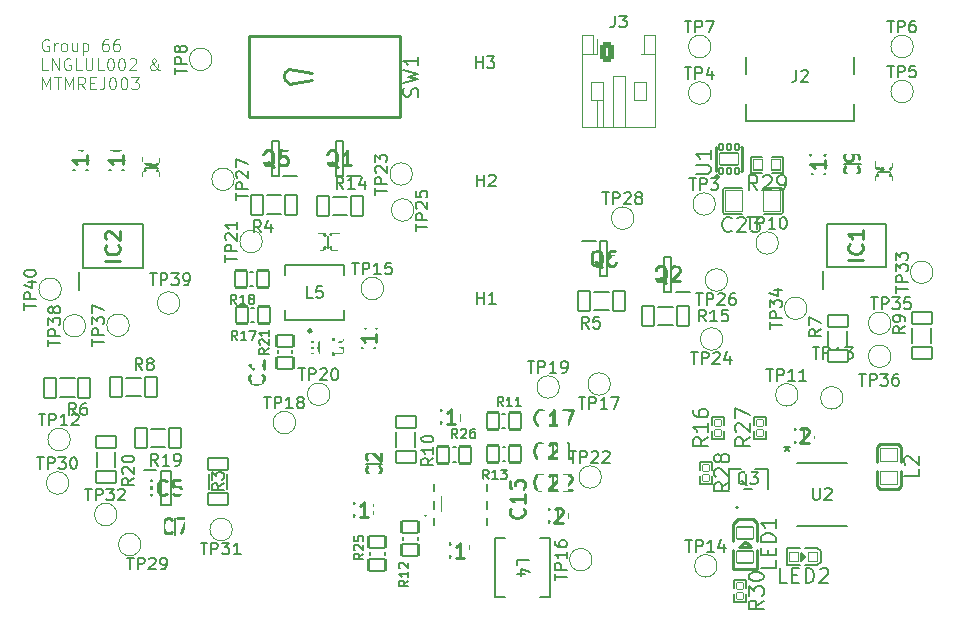
<source format=gbr>
%TF.GenerationSoftware,KiCad,Pcbnew,9.0.0*%
%TF.CreationDate,2025-04-05T15:41:53+02:00*%
%TF.ProjectId,EEE3088F_PCB_Project,45454533-3038-4384-965f-5043425f5072,rev?*%
%TF.SameCoordinates,Original*%
%TF.FileFunction,Legend,Top*%
%TF.FilePolarity,Positive*%
%FSLAX46Y46*%
G04 Gerber Fmt 4.6, Leading zero omitted, Abs format (unit mm)*
G04 Created by KiCad (PCBNEW 9.0.0) date 2025-04-05 15:41:53*
%MOMM*%
%LPD*%
G01*
G04 APERTURE LIST*
G04 Aperture macros list*
%AMRoundRect*
0 Rectangle with rounded corners*
0 $1 Rounding radius*
0 $2 $3 $4 $5 $6 $7 $8 $9 X,Y pos of 4 corners*
0 Add a 4 corners polygon primitive as box body*
4,1,4,$2,$3,$4,$5,$6,$7,$8,$9,$2,$3,0*
0 Add four circle primitives for the rounded corners*
1,1,$1+$1,$2,$3*
1,1,$1+$1,$4,$5*
1,1,$1+$1,$6,$7*
1,1,$1+$1,$8,$9*
0 Add four rect primitives between the rounded corners*
20,1,$1+$1,$2,$3,$4,$5,0*
20,1,$1+$1,$4,$5,$6,$7,0*
20,1,$1+$1,$6,$7,$8,$9,0*
20,1,$1+$1,$8,$9,$2,$3,0*%
G04 Aperture macros list end*
%ADD10C,0.100000*%
%ADD11C,0.150000*%
%ADD12C,0.254000*%
%ADD13C,0.120000*%
%ADD14C,0.200000*%
%ADD15C,0.127000*%
%ADD16C,0.152400*%
%ADD17C,0.250000*%
%ADD18C,0.000000*%
%ADD19C,1.500000*%
%ADD20R,1.820000X1.050000*%
%ADD21RoundRect,0.102000X0.710000X-0.500000X0.710000X0.500000X-0.710000X0.500000X-0.710000X-0.500000X0*%
%ADD22RoundRect,0.050800X0.270000X-0.282850X0.270000X0.282850X-0.270000X0.282850X-0.270000X-0.282850X0*%
%ADD23R,1.020000X1.780000*%
%ADD24R,0.990000X0.300000*%
%ADD25R,0.300000X0.990000*%
%ADD26R,3.150000X2.150000*%
%ADD27R,1.050000X1.820000*%
%ADD28RoundRect,0.102000X0.860000X-0.525000X0.860000X0.525000X-0.860000X0.525000X-0.860000X-0.525000X0*%
%ADD29R,0.450000X1.475000*%
%ADD30R,0.940000X1.430000*%
%ADD31R,1.390000X0.910000*%
%ADD32R,0.568000X1.309599*%
%ADD33RoundRect,0.102000X-0.860000X0.525000X-0.860000X-0.525000X0.860000X-0.525000X0.860000X0.525000X0*%
%ADD34C,5.600000*%
%ADD35O,1.701600X3.101600*%
%ADD36R,1.200000X0.600000*%
%ADD37R,1.454899X0.558000*%
%ADD38R,2.311400X1.742199*%
%ADD39RoundRect,0.050800X0.742500X0.864000X-0.742500X0.864000X-0.742500X-0.864000X0.742500X-0.864000X0*%
%ADD40RoundRect,0.102000X-0.710000X0.500000X-0.710000X-0.500000X0.710000X-0.500000X0.710000X0.500000X0*%
%ADD41RoundRect,0.102000X-0.525000X-0.860000X0.525000X-0.860000X0.525000X0.860000X-0.525000X0.860000X0*%
%ADD42RoundRect,0.250000X-0.350000X-0.625000X0.350000X-0.625000X0.350000X0.625000X-0.350000X0.625000X0*%
%ADD43O,1.200000X1.750000*%
%ADD44RoundRect,0.102000X0.525000X0.860000X-0.525000X0.860000X-0.525000X-0.860000X0.525000X-0.860000X0*%
%ADD45RoundRect,0.050800X-0.270000X0.282850X-0.270000X-0.282850X0.270000X-0.282850X0.270000X0.282850X0*%
%ADD46R,1.030000X1.750000*%
%ADD47RoundRect,0.050800X0.175000X0.250000X-0.175000X0.250000X-0.175000X-0.250000X0.175000X-0.250000X0*%
%ADD48RoundRect,0.050800X-0.800000X0.500000X-0.800000X-0.500000X0.800000X-0.500000X0.800000X0.500000X0*%
%ADD49RoundRect,0.050800X0.699750X-0.500000X0.699750X0.500000X-0.699750X0.500000X-0.699750X-0.500000X0*%
%ADD50RoundRect,0.050800X-0.688500X0.566250X-0.688500X-0.566250X0.688500X-0.566250X0.688500X0.566250X0*%
%ADD51R,0.940000X0.730000*%
%ADD52R,1.742199X2.311400*%
%ADD53RoundRect,0.102000X0.500000X0.710000X-0.500000X0.710000X-0.500000X-0.710000X0.500000X-0.710000X0*%
%ADD54RoundRect,0.102000X-0.500000X-0.710000X0.500000X-0.710000X0.500000X0.710000X-0.500000X0.710000X0*%
%ADD55RoundRect,0.050800X-0.400000X0.400000X-0.400000X-0.400000X0.400000X-0.400000X0.400000X0.400000X0*%
%ADD56R,0.700000X0.300000*%
%ADD57R,1.000000X1.700000*%
%ADD58C,0.660400*%
%ADD59R,0.127000X0.127000*%
%ADD60R,0.304800X1.143000*%
%ADD61O,1.117600X2.209800*%
%ADD62O,1.117600X1.905000*%
%ADD63R,1.075000X0.450000*%
%ADD64RoundRect,0.050800X0.403250X0.432000X-0.403250X0.432000X-0.403250X-0.432000X0.403250X-0.432000X0*%
%ADD65R,1.700000X1.700000*%
%ADD66O,1.700000X1.700000*%
G04 APERTURE END LIST*
D10*
X105527693Y-55700150D02*
X105432455Y-55652531D01*
X105432455Y-55652531D02*
X105289598Y-55652531D01*
X105289598Y-55652531D02*
X105146741Y-55700150D01*
X105146741Y-55700150D02*
X105051503Y-55795388D01*
X105051503Y-55795388D02*
X105003884Y-55890626D01*
X105003884Y-55890626D02*
X104956265Y-56081102D01*
X104956265Y-56081102D02*
X104956265Y-56223959D01*
X104956265Y-56223959D02*
X105003884Y-56414435D01*
X105003884Y-56414435D02*
X105051503Y-56509673D01*
X105051503Y-56509673D02*
X105146741Y-56604912D01*
X105146741Y-56604912D02*
X105289598Y-56652531D01*
X105289598Y-56652531D02*
X105384836Y-56652531D01*
X105384836Y-56652531D02*
X105527693Y-56604912D01*
X105527693Y-56604912D02*
X105575312Y-56557292D01*
X105575312Y-56557292D02*
X105575312Y-56223959D01*
X105575312Y-56223959D02*
X105384836Y-56223959D01*
X106003884Y-56652531D02*
X106003884Y-55985864D01*
X106003884Y-56176340D02*
X106051503Y-56081102D01*
X106051503Y-56081102D02*
X106099122Y-56033483D01*
X106099122Y-56033483D02*
X106194360Y-55985864D01*
X106194360Y-55985864D02*
X106289598Y-55985864D01*
X106765789Y-56652531D02*
X106670551Y-56604912D01*
X106670551Y-56604912D02*
X106622932Y-56557292D01*
X106622932Y-56557292D02*
X106575313Y-56462054D01*
X106575313Y-56462054D02*
X106575313Y-56176340D01*
X106575313Y-56176340D02*
X106622932Y-56081102D01*
X106622932Y-56081102D02*
X106670551Y-56033483D01*
X106670551Y-56033483D02*
X106765789Y-55985864D01*
X106765789Y-55985864D02*
X106908646Y-55985864D01*
X106908646Y-55985864D02*
X107003884Y-56033483D01*
X107003884Y-56033483D02*
X107051503Y-56081102D01*
X107051503Y-56081102D02*
X107099122Y-56176340D01*
X107099122Y-56176340D02*
X107099122Y-56462054D01*
X107099122Y-56462054D02*
X107051503Y-56557292D01*
X107051503Y-56557292D02*
X107003884Y-56604912D01*
X107003884Y-56604912D02*
X106908646Y-56652531D01*
X106908646Y-56652531D02*
X106765789Y-56652531D01*
X107956265Y-55985864D02*
X107956265Y-56652531D01*
X107527694Y-55985864D02*
X107527694Y-56509673D01*
X107527694Y-56509673D02*
X107575313Y-56604912D01*
X107575313Y-56604912D02*
X107670551Y-56652531D01*
X107670551Y-56652531D02*
X107813408Y-56652531D01*
X107813408Y-56652531D02*
X107908646Y-56604912D01*
X107908646Y-56604912D02*
X107956265Y-56557292D01*
X108432456Y-55985864D02*
X108432456Y-56985864D01*
X108432456Y-56033483D02*
X108527694Y-55985864D01*
X108527694Y-55985864D02*
X108718170Y-55985864D01*
X108718170Y-55985864D02*
X108813408Y-56033483D01*
X108813408Y-56033483D02*
X108861027Y-56081102D01*
X108861027Y-56081102D02*
X108908646Y-56176340D01*
X108908646Y-56176340D02*
X108908646Y-56462054D01*
X108908646Y-56462054D02*
X108861027Y-56557292D01*
X108861027Y-56557292D02*
X108813408Y-56604912D01*
X108813408Y-56604912D02*
X108718170Y-56652531D01*
X108718170Y-56652531D02*
X108527694Y-56652531D01*
X108527694Y-56652531D02*
X108432456Y-56604912D01*
X110527694Y-55652531D02*
X110337218Y-55652531D01*
X110337218Y-55652531D02*
X110241980Y-55700150D01*
X110241980Y-55700150D02*
X110194361Y-55747769D01*
X110194361Y-55747769D02*
X110099123Y-55890626D01*
X110099123Y-55890626D02*
X110051504Y-56081102D01*
X110051504Y-56081102D02*
X110051504Y-56462054D01*
X110051504Y-56462054D02*
X110099123Y-56557292D01*
X110099123Y-56557292D02*
X110146742Y-56604912D01*
X110146742Y-56604912D02*
X110241980Y-56652531D01*
X110241980Y-56652531D02*
X110432456Y-56652531D01*
X110432456Y-56652531D02*
X110527694Y-56604912D01*
X110527694Y-56604912D02*
X110575313Y-56557292D01*
X110575313Y-56557292D02*
X110622932Y-56462054D01*
X110622932Y-56462054D02*
X110622932Y-56223959D01*
X110622932Y-56223959D02*
X110575313Y-56128721D01*
X110575313Y-56128721D02*
X110527694Y-56081102D01*
X110527694Y-56081102D02*
X110432456Y-56033483D01*
X110432456Y-56033483D02*
X110241980Y-56033483D01*
X110241980Y-56033483D02*
X110146742Y-56081102D01*
X110146742Y-56081102D02*
X110099123Y-56128721D01*
X110099123Y-56128721D02*
X110051504Y-56223959D01*
X111480075Y-55652531D02*
X111289599Y-55652531D01*
X111289599Y-55652531D02*
X111194361Y-55700150D01*
X111194361Y-55700150D02*
X111146742Y-55747769D01*
X111146742Y-55747769D02*
X111051504Y-55890626D01*
X111051504Y-55890626D02*
X111003885Y-56081102D01*
X111003885Y-56081102D02*
X111003885Y-56462054D01*
X111003885Y-56462054D02*
X111051504Y-56557292D01*
X111051504Y-56557292D02*
X111099123Y-56604912D01*
X111099123Y-56604912D02*
X111194361Y-56652531D01*
X111194361Y-56652531D02*
X111384837Y-56652531D01*
X111384837Y-56652531D02*
X111480075Y-56604912D01*
X111480075Y-56604912D02*
X111527694Y-56557292D01*
X111527694Y-56557292D02*
X111575313Y-56462054D01*
X111575313Y-56462054D02*
X111575313Y-56223959D01*
X111575313Y-56223959D02*
X111527694Y-56128721D01*
X111527694Y-56128721D02*
X111480075Y-56081102D01*
X111480075Y-56081102D02*
X111384837Y-56033483D01*
X111384837Y-56033483D02*
X111194361Y-56033483D01*
X111194361Y-56033483D02*
X111099123Y-56081102D01*
X111099123Y-56081102D02*
X111051504Y-56128721D01*
X111051504Y-56128721D02*
X111003885Y-56223959D01*
X105480074Y-58262475D02*
X105003884Y-58262475D01*
X105003884Y-58262475D02*
X105003884Y-57262475D01*
X105813408Y-58262475D02*
X105813408Y-57262475D01*
X105813408Y-57262475D02*
X106384836Y-58262475D01*
X106384836Y-58262475D02*
X106384836Y-57262475D01*
X107384836Y-57310094D02*
X107289598Y-57262475D01*
X107289598Y-57262475D02*
X107146741Y-57262475D01*
X107146741Y-57262475D02*
X107003884Y-57310094D01*
X107003884Y-57310094D02*
X106908646Y-57405332D01*
X106908646Y-57405332D02*
X106861027Y-57500570D01*
X106861027Y-57500570D02*
X106813408Y-57691046D01*
X106813408Y-57691046D02*
X106813408Y-57833903D01*
X106813408Y-57833903D02*
X106861027Y-58024379D01*
X106861027Y-58024379D02*
X106908646Y-58119617D01*
X106908646Y-58119617D02*
X107003884Y-58214856D01*
X107003884Y-58214856D02*
X107146741Y-58262475D01*
X107146741Y-58262475D02*
X107241979Y-58262475D01*
X107241979Y-58262475D02*
X107384836Y-58214856D01*
X107384836Y-58214856D02*
X107432455Y-58167236D01*
X107432455Y-58167236D02*
X107432455Y-57833903D01*
X107432455Y-57833903D02*
X107241979Y-57833903D01*
X108337217Y-58262475D02*
X107861027Y-58262475D01*
X107861027Y-58262475D02*
X107861027Y-57262475D01*
X108670551Y-57262475D02*
X108670551Y-58071998D01*
X108670551Y-58071998D02*
X108718170Y-58167236D01*
X108718170Y-58167236D02*
X108765789Y-58214856D01*
X108765789Y-58214856D02*
X108861027Y-58262475D01*
X108861027Y-58262475D02*
X109051503Y-58262475D01*
X109051503Y-58262475D02*
X109146741Y-58214856D01*
X109146741Y-58214856D02*
X109194360Y-58167236D01*
X109194360Y-58167236D02*
X109241979Y-58071998D01*
X109241979Y-58071998D02*
X109241979Y-57262475D01*
X110194360Y-58262475D02*
X109718170Y-58262475D01*
X109718170Y-58262475D02*
X109718170Y-57262475D01*
X110718170Y-57262475D02*
X110813408Y-57262475D01*
X110813408Y-57262475D02*
X110908646Y-57310094D01*
X110908646Y-57310094D02*
X110956265Y-57357713D01*
X110956265Y-57357713D02*
X111003884Y-57452951D01*
X111003884Y-57452951D02*
X111051503Y-57643427D01*
X111051503Y-57643427D02*
X111051503Y-57881522D01*
X111051503Y-57881522D02*
X111003884Y-58071998D01*
X111003884Y-58071998D02*
X110956265Y-58167236D01*
X110956265Y-58167236D02*
X110908646Y-58214856D01*
X110908646Y-58214856D02*
X110813408Y-58262475D01*
X110813408Y-58262475D02*
X110718170Y-58262475D01*
X110718170Y-58262475D02*
X110622932Y-58214856D01*
X110622932Y-58214856D02*
X110575313Y-58167236D01*
X110575313Y-58167236D02*
X110527694Y-58071998D01*
X110527694Y-58071998D02*
X110480075Y-57881522D01*
X110480075Y-57881522D02*
X110480075Y-57643427D01*
X110480075Y-57643427D02*
X110527694Y-57452951D01*
X110527694Y-57452951D02*
X110575313Y-57357713D01*
X110575313Y-57357713D02*
X110622932Y-57310094D01*
X110622932Y-57310094D02*
X110718170Y-57262475D01*
X111670551Y-57262475D02*
X111765789Y-57262475D01*
X111765789Y-57262475D02*
X111861027Y-57310094D01*
X111861027Y-57310094D02*
X111908646Y-57357713D01*
X111908646Y-57357713D02*
X111956265Y-57452951D01*
X111956265Y-57452951D02*
X112003884Y-57643427D01*
X112003884Y-57643427D02*
X112003884Y-57881522D01*
X112003884Y-57881522D02*
X111956265Y-58071998D01*
X111956265Y-58071998D02*
X111908646Y-58167236D01*
X111908646Y-58167236D02*
X111861027Y-58214856D01*
X111861027Y-58214856D02*
X111765789Y-58262475D01*
X111765789Y-58262475D02*
X111670551Y-58262475D01*
X111670551Y-58262475D02*
X111575313Y-58214856D01*
X111575313Y-58214856D02*
X111527694Y-58167236D01*
X111527694Y-58167236D02*
X111480075Y-58071998D01*
X111480075Y-58071998D02*
X111432456Y-57881522D01*
X111432456Y-57881522D02*
X111432456Y-57643427D01*
X111432456Y-57643427D02*
X111480075Y-57452951D01*
X111480075Y-57452951D02*
X111527694Y-57357713D01*
X111527694Y-57357713D02*
X111575313Y-57310094D01*
X111575313Y-57310094D02*
X111670551Y-57262475D01*
X112384837Y-57357713D02*
X112432456Y-57310094D01*
X112432456Y-57310094D02*
X112527694Y-57262475D01*
X112527694Y-57262475D02*
X112765789Y-57262475D01*
X112765789Y-57262475D02*
X112861027Y-57310094D01*
X112861027Y-57310094D02*
X112908646Y-57357713D01*
X112908646Y-57357713D02*
X112956265Y-57452951D01*
X112956265Y-57452951D02*
X112956265Y-57548189D01*
X112956265Y-57548189D02*
X112908646Y-57691046D01*
X112908646Y-57691046D02*
X112337218Y-58262475D01*
X112337218Y-58262475D02*
X112956265Y-58262475D01*
X114956266Y-58262475D02*
X114908647Y-58262475D01*
X114908647Y-58262475D02*
X114813408Y-58214856D01*
X114813408Y-58214856D02*
X114670551Y-58071998D01*
X114670551Y-58071998D02*
X114432456Y-57786284D01*
X114432456Y-57786284D02*
X114337218Y-57643427D01*
X114337218Y-57643427D02*
X114289599Y-57500570D01*
X114289599Y-57500570D02*
X114289599Y-57405332D01*
X114289599Y-57405332D02*
X114337218Y-57310094D01*
X114337218Y-57310094D02*
X114432456Y-57262475D01*
X114432456Y-57262475D02*
X114480075Y-57262475D01*
X114480075Y-57262475D02*
X114575313Y-57310094D01*
X114575313Y-57310094D02*
X114622932Y-57405332D01*
X114622932Y-57405332D02*
X114622932Y-57452951D01*
X114622932Y-57452951D02*
X114575313Y-57548189D01*
X114575313Y-57548189D02*
X114527694Y-57595808D01*
X114527694Y-57595808D02*
X114241980Y-57786284D01*
X114241980Y-57786284D02*
X114194361Y-57833903D01*
X114194361Y-57833903D02*
X114146742Y-57929141D01*
X114146742Y-57929141D02*
X114146742Y-58071998D01*
X114146742Y-58071998D02*
X114194361Y-58167236D01*
X114194361Y-58167236D02*
X114241980Y-58214856D01*
X114241980Y-58214856D02*
X114337218Y-58262475D01*
X114337218Y-58262475D02*
X114480075Y-58262475D01*
X114480075Y-58262475D02*
X114575313Y-58214856D01*
X114575313Y-58214856D02*
X114622932Y-58167236D01*
X114622932Y-58167236D02*
X114765789Y-57976760D01*
X114765789Y-57976760D02*
X114813408Y-57833903D01*
X114813408Y-57833903D02*
X114813408Y-57738665D01*
X105003884Y-59872419D02*
X105003884Y-58872419D01*
X105003884Y-58872419D02*
X105337217Y-59586704D01*
X105337217Y-59586704D02*
X105670550Y-58872419D01*
X105670550Y-58872419D02*
X105670550Y-59872419D01*
X106003884Y-58872419D02*
X106575312Y-58872419D01*
X106289598Y-59872419D02*
X106289598Y-58872419D01*
X106908646Y-59872419D02*
X106908646Y-58872419D01*
X106908646Y-58872419D02*
X107241979Y-59586704D01*
X107241979Y-59586704D02*
X107575312Y-58872419D01*
X107575312Y-58872419D02*
X107575312Y-59872419D01*
X108622931Y-59872419D02*
X108289598Y-59396228D01*
X108051503Y-59872419D02*
X108051503Y-58872419D01*
X108051503Y-58872419D02*
X108432455Y-58872419D01*
X108432455Y-58872419D02*
X108527693Y-58920038D01*
X108527693Y-58920038D02*
X108575312Y-58967657D01*
X108575312Y-58967657D02*
X108622931Y-59062895D01*
X108622931Y-59062895D02*
X108622931Y-59205752D01*
X108622931Y-59205752D02*
X108575312Y-59300990D01*
X108575312Y-59300990D02*
X108527693Y-59348609D01*
X108527693Y-59348609D02*
X108432455Y-59396228D01*
X108432455Y-59396228D02*
X108051503Y-59396228D01*
X109051503Y-59348609D02*
X109384836Y-59348609D01*
X109527693Y-59872419D02*
X109051503Y-59872419D01*
X109051503Y-59872419D02*
X109051503Y-58872419D01*
X109051503Y-58872419D02*
X109527693Y-58872419D01*
X110241979Y-58872419D02*
X110241979Y-59586704D01*
X110241979Y-59586704D02*
X110194360Y-59729561D01*
X110194360Y-59729561D02*
X110099122Y-59824800D01*
X110099122Y-59824800D02*
X109956265Y-59872419D01*
X109956265Y-59872419D02*
X109861027Y-59872419D01*
X110908646Y-58872419D02*
X111003884Y-58872419D01*
X111003884Y-58872419D02*
X111099122Y-58920038D01*
X111099122Y-58920038D02*
X111146741Y-58967657D01*
X111146741Y-58967657D02*
X111194360Y-59062895D01*
X111194360Y-59062895D02*
X111241979Y-59253371D01*
X111241979Y-59253371D02*
X111241979Y-59491466D01*
X111241979Y-59491466D02*
X111194360Y-59681942D01*
X111194360Y-59681942D02*
X111146741Y-59777180D01*
X111146741Y-59777180D02*
X111099122Y-59824800D01*
X111099122Y-59824800D02*
X111003884Y-59872419D01*
X111003884Y-59872419D02*
X110908646Y-59872419D01*
X110908646Y-59872419D02*
X110813408Y-59824800D01*
X110813408Y-59824800D02*
X110765789Y-59777180D01*
X110765789Y-59777180D02*
X110718170Y-59681942D01*
X110718170Y-59681942D02*
X110670551Y-59491466D01*
X110670551Y-59491466D02*
X110670551Y-59253371D01*
X110670551Y-59253371D02*
X110718170Y-59062895D01*
X110718170Y-59062895D02*
X110765789Y-58967657D01*
X110765789Y-58967657D02*
X110813408Y-58920038D01*
X110813408Y-58920038D02*
X110908646Y-58872419D01*
X111861027Y-58872419D02*
X111956265Y-58872419D01*
X111956265Y-58872419D02*
X112051503Y-58920038D01*
X112051503Y-58920038D02*
X112099122Y-58967657D01*
X112099122Y-58967657D02*
X112146741Y-59062895D01*
X112146741Y-59062895D02*
X112194360Y-59253371D01*
X112194360Y-59253371D02*
X112194360Y-59491466D01*
X112194360Y-59491466D02*
X112146741Y-59681942D01*
X112146741Y-59681942D02*
X112099122Y-59777180D01*
X112099122Y-59777180D02*
X112051503Y-59824800D01*
X112051503Y-59824800D02*
X111956265Y-59872419D01*
X111956265Y-59872419D02*
X111861027Y-59872419D01*
X111861027Y-59872419D02*
X111765789Y-59824800D01*
X111765789Y-59824800D02*
X111718170Y-59777180D01*
X111718170Y-59777180D02*
X111670551Y-59681942D01*
X111670551Y-59681942D02*
X111622932Y-59491466D01*
X111622932Y-59491466D02*
X111622932Y-59253371D01*
X111622932Y-59253371D02*
X111670551Y-59062895D01*
X111670551Y-59062895D02*
X111718170Y-58967657D01*
X111718170Y-58967657D02*
X111765789Y-58920038D01*
X111765789Y-58920038D02*
X111861027Y-58872419D01*
X112527694Y-58872419D02*
X113146741Y-58872419D01*
X113146741Y-58872419D02*
X112813408Y-59253371D01*
X112813408Y-59253371D02*
X112956265Y-59253371D01*
X112956265Y-59253371D02*
X113051503Y-59300990D01*
X113051503Y-59300990D02*
X113099122Y-59348609D01*
X113099122Y-59348609D02*
X113146741Y-59443847D01*
X113146741Y-59443847D02*
X113146741Y-59681942D01*
X113146741Y-59681942D02*
X113099122Y-59777180D01*
X113099122Y-59777180D02*
X113051503Y-59824800D01*
X113051503Y-59824800D02*
X112956265Y-59872419D01*
X112956265Y-59872419D02*
X112670551Y-59872419D01*
X112670551Y-59872419D02*
X112575313Y-59824800D01*
X112575313Y-59824800D02*
X112527694Y-59777180D01*
D11*
X114122905Y-75464819D02*
X114694333Y-75464819D01*
X114408619Y-76464819D02*
X114408619Y-75464819D01*
X115027667Y-76464819D02*
X115027667Y-75464819D01*
X115027667Y-75464819D02*
X115408619Y-75464819D01*
X115408619Y-75464819D02*
X115503857Y-75512438D01*
X115503857Y-75512438D02*
X115551476Y-75560057D01*
X115551476Y-75560057D02*
X115599095Y-75655295D01*
X115599095Y-75655295D02*
X115599095Y-75798152D01*
X115599095Y-75798152D02*
X115551476Y-75893390D01*
X115551476Y-75893390D02*
X115503857Y-75941009D01*
X115503857Y-75941009D02*
X115408619Y-75988628D01*
X115408619Y-75988628D02*
X115027667Y-75988628D01*
X115932429Y-75464819D02*
X116551476Y-75464819D01*
X116551476Y-75464819D02*
X116218143Y-75845771D01*
X116218143Y-75845771D02*
X116361000Y-75845771D01*
X116361000Y-75845771D02*
X116456238Y-75893390D01*
X116456238Y-75893390D02*
X116503857Y-75941009D01*
X116503857Y-75941009D02*
X116551476Y-76036247D01*
X116551476Y-76036247D02*
X116551476Y-76274342D01*
X116551476Y-76274342D02*
X116503857Y-76369580D01*
X116503857Y-76369580D02*
X116456238Y-76417200D01*
X116456238Y-76417200D02*
X116361000Y-76464819D01*
X116361000Y-76464819D02*
X116075286Y-76464819D01*
X116075286Y-76464819D02*
X115980048Y-76417200D01*
X115980048Y-76417200D02*
X115932429Y-76369580D01*
X117027667Y-76464819D02*
X117218143Y-76464819D01*
X117218143Y-76464819D02*
X117313381Y-76417200D01*
X117313381Y-76417200D02*
X117361000Y-76369580D01*
X117361000Y-76369580D02*
X117456238Y-76226723D01*
X117456238Y-76226723D02*
X117503857Y-76036247D01*
X117503857Y-76036247D02*
X117503857Y-75655295D01*
X117503857Y-75655295D02*
X117456238Y-75560057D01*
X117456238Y-75560057D02*
X117408619Y-75512438D01*
X117408619Y-75512438D02*
X117313381Y-75464819D01*
X117313381Y-75464819D02*
X117122905Y-75464819D01*
X117122905Y-75464819D02*
X117027667Y-75512438D01*
X117027667Y-75512438D02*
X116980048Y-75560057D01*
X116980048Y-75560057D02*
X116932429Y-75655295D01*
X116932429Y-75655295D02*
X116932429Y-75893390D01*
X116932429Y-75893390D02*
X116980048Y-75988628D01*
X116980048Y-75988628D02*
X117027667Y-76036247D01*
X117027667Y-76036247D02*
X117122905Y-76083866D01*
X117122905Y-76083866D02*
X117313381Y-76083866D01*
X117313381Y-76083866D02*
X117408619Y-76036247D01*
X117408619Y-76036247D02*
X117456238Y-75988628D01*
X117456238Y-75988628D02*
X117503857Y-75893390D01*
D12*
X133103365Y-81776428D02*
X133163842Y-81836904D01*
X133163842Y-81836904D02*
X133224318Y-82018333D01*
X133224318Y-82018333D02*
X133224318Y-82139285D01*
X133224318Y-82139285D02*
X133163842Y-82320714D01*
X133163842Y-82320714D02*
X133042889Y-82441666D01*
X133042889Y-82441666D02*
X132921937Y-82502143D01*
X132921937Y-82502143D02*
X132680032Y-82562619D01*
X132680032Y-82562619D02*
X132498603Y-82562619D01*
X132498603Y-82562619D02*
X132256699Y-82502143D01*
X132256699Y-82502143D02*
X132135746Y-82441666D01*
X132135746Y-82441666D02*
X132014794Y-82320714D01*
X132014794Y-82320714D02*
X131954318Y-82139285D01*
X131954318Y-82139285D02*
X131954318Y-82018333D01*
X131954318Y-82018333D02*
X132014794Y-81836904D01*
X132014794Y-81836904D02*
X132075270Y-81776428D01*
X133224318Y-80566904D02*
X133224318Y-81292619D01*
X133224318Y-80929762D02*
X131954318Y-80929762D01*
X131954318Y-80929762D02*
X132135746Y-81050714D01*
X132135746Y-81050714D02*
X132256699Y-81171666D01*
X132256699Y-81171666D02*
X132317175Y-81292619D01*
X133224318Y-79357380D02*
X133224318Y-80083095D01*
X133224318Y-79720238D02*
X131954318Y-79720238D01*
X131954318Y-79720238D02*
X132135746Y-79841190D01*
X132135746Y-79841190D02*
X132256699Y-79962142D01*
X132256699Y-79962142D02*
X132317175Y-80083095D01*
D11*
X120488819Y-74509094D02*
X120488819Y-73937666D01*
X121488819Y-74223380D02*
X120488819Y-74223380D01*
X121488819Y-73604332D02*
X120488819Y-73604332D01*
X120488819Y-73604332D02*
X120488819Y-73223380D01*
X120488819Y-73223380D02*
X120536438Y-73128142D01*
X120536438Y-73128142D02*
X120584057Y-73080523D01*
X120584057Y-73080523D02*
X120679295Y-73032904D01*
X120679295Y-73032904D02*
X120822152Y-73032904D01*
X120822152Y-73032904D02*
X120917390Y-73080523D01*
X120917390Y-73080523D02*
X120965009Y-73128142D01*
X120965009Y-73128142D02*
X121012628Y-73223380D01*
X121012628Y-73223380D02*
X121012628Y-73604332D01*
X120584057Y-72651951D02*
X120536438Y-72604332D01*
X120536438Y-72604332D02*
X120488819Y-72509094D01*
X120488819Y-72509094D02*
X120488819Y-72270999D01*
X120488819Y-72270999D02*
X120536438Y-72175761D01*
X120536438Y-72175761D02*
X120584057Y-72128142D01*
X120584057Y-72128142D02*
X120679295Y-72080523D01*
X120679295Y-72080523D02*
X120774533Y-72080523D01*
X120774533Y-72080523D02*
X120917390Y-72128142D01*
X120917390Y-72128142D02*
X121488819Y-72699570D01*
X121488819Y-72699570D02*
X121488819Y-72080523D01*
X121488819Y-71128142D02*
X121488819Y-71699570D01*
X121488819Y-71413856D02*
X120488819Y-71413856D01*
X120488819Y-71413856D02*
X120631676Y-71509094D01*
X120631676Y-71509094D02*
X120726914Y-71604332D01*
X120726914Y-71604332D02*
X120774533Y-71699570D01*
X159393095Y-58004819D02*
X159964523Y-58004819D01*
X159678809Y-59004819D02*
X159678809Y-58004819D01*
X160297857Y-59004819D02*
X160297857Y-58004819D01*
X160297857Y-58004819D02*
X160678809Y-58004819D01*
X160678809Y-58004819D02*
X160774047Y-58052438D01*
X160774047Y-58052438D02*
X160821666Y-58100057D01*
X160821666Y-58100057D02*
X160869285Y-58195295D01*
X160869285Y-58195295D02*
X160869285Y-58338152D01*
X160869285Y-58338152D02*
X160821666Y-58433390D01*
X160821666Y-58433390D02*
X160774047Y-58481009D01*
X160774047Y-58481009D02*
X160678809Y-58528628D01*
X160678809Y-58528628D02*
X160297857Y-58528628D01*
X161726428Y-58338152D02*
X161726428Y-59004819D01*
X161488333Y-57957200D02*
X161250238Y-58671485D01*
X161250238Y-58671485D02*
X161869285Y-58671485D01*
D12*
X171180365Y-67071428D02*
X171240842Y-67131904D01*
X171240842Y-67131904D02*
X171301318Y-67313333D01*
X171301318Y-67313333D02*
X171301318Y-67434285D01*
X171301318Y-67434285D02*
X171240842Y-67615714D01*
X171240842Y-67615714D02*
X171119889Y-67736666D01*
X171119889Y-67736666D02*
X170998937Y-67797143D01*
X170998937Y-67797143D02*
X170757032Y-67857619D01*
X170757032Y-67857619D02*
X170575603Y-67857619D01*
X170575603Y-67857619D02*
X170333699Y-67797143D01*
X170333699Y-67797143D02*
X170212746Y-67736666D01*
X170212746Y-67736666D02*
X170091794Y-67615714D01*
X170091794Y-67615714D02*
X170031318Y-67434285D01*
X170031318Y-67434285D02*
X170031318Y-67313333D01*
X170031318Y-67313333D02*
X170091794Y-67131904D01*
X170091794Y-67131904D02*
X170152270Y-67071428D01*
X171301318Y-65861904D02*
X171301318Y-66587619D01*
X171301318Y-66224762D02*
X170031318Y-66224762D01*
X170031318Y-66224762D02*
X170212746Y-66345714D01*
X170212746Y-66345714D02*
X170333699Y-66466666D01*
X170333699Y-66466666D02*
X170394175Y-66587619D01*
X170031318Y-65438571D02*
X170031318Y-64652380D01*
X170031318Y-64652380D02*
X170515127Y-65075714D01*
X170515127Y-65075714D02*
X170515127Y-64894285D01*
X170515127Y-64894285D02*
X170575603Y-64773333D01*
X170575603Y-64773333D02*
X170636080Y-64712857D01*
X170636080Y-64712857D02*
X170757032Y-64652380D01*
X170757032Y-64652380D02*
X171059413Y-64652380D01*
X171059413Y-64652380D02*
X171180365Y-64712857D01*
X171180365Y-64712857D02*
X171240842Y-64773333D01*
X171240842Y-64773333D02*
X171301318Y-64894285D01*
X171301318Y-64894285D02*
X171301318Y-65257142D01*
X171301318Y-65257142D02*
X171240842Y-65378095D01*
X171240842Y-65378095D02*
X171180365Y-65438571D01*
D11*
X109219819Y-81596094D02*
X109219819Y-81024666D01*
X110219819Y-81310380D02*
X109219819Y-81310380D01*
X110219819Y-80691332D02*
X109219819Y-80691332D01*
X109219819Y-80691332D02*
X109219819Y-80310380D01*
X109219819Y-80310380D02*
X109267438Y-80215142D01*
X109267438Y-80215142D02*
X109315057Y-80167523D01*
X109315057Y-80167523D02*
X109410295Y-80119904D01*
X109410295Y-80119904D02*
X109553152Y-80119904D01*
X109553152Y-80119904D02*
X109648390Y-80167523D01*
X109648390Y-80167523D02*
X109696009Y-80215142D01*
X109696009Y-80215142D02*
X109743628Y-80310380D01*
X109743628Y-80310380D02*
X109743628Y-80691332D01*
X109219819Y-79786570D02*
X109219819Y-79167523D01*
X109219819Y-79167523D02*
X109600771Y-79500856D01*
X109600771Y-79500856D02*
X109600771Y-79357999D01*
X109600771Y-79357999D02*
X109648390Y-79262761D01*
X109648390Y-79262761D02*
X109696009Y-79215142D01*
X109696009Y-79215142D02*
X109791247Y-79167523D01*
X109791247Y-79167523D02*
X110029342Y-79167523D01*
X110029342Y-79167523D02*
X110124580Y-79215142D01*
X110124580Y-79215142D02*
X110172200Y-79262761D01*
X110172200Y-79262761D02*
X110219819Y-79357999D01*
X110219819Y-79357999D02*
X110219819Y-79643713D01*
X110219819Y-79643713D02*
X110172200Y-79738951D01*
X110172200Y-79738951D02*
X110124580Y-79786570D01*
X109219819Y-78834189D02*
X109219819Y-78167523D01*
X109219819Y-78167523D02*
X110219819Y-78596094D01*
X124154295Y-81824285D02*
X123773342Y-82090952D01*
X124154295Y-82281428D02*
X123354295Y-82281428D01*
X123354295Y-82281428D02*
X123354295Y-81976666D01*
X123354295Y-81976666D02*
X123392390Y-81900476D01*
X123392390Y-81900476D02*
X123430485Y-81862381D01*
X123430485Y-81862381D02*
X123506676Y-81824285D01*
X123506676Y-81824285D02*
X123620961Y-81824285D01*
X123620961Y-81824285D02*
X123697152Y-81862381D01*
X123697152Y-81862381D02*
X123735247Y-81900476D01*
X123735247Y-81900476D02*
X123773342Y-81976666D01*
X123773342Y-81976666D02*
X123773342Y-82281428D01*
X123430485Y-81519524D02*
X123392390Y-81481428D01*
X123392390Y-81481428D02*
X123354295Y-81405238D01*
X123354295Y-81405238D02*
X123354295Y-81214762D01*
X123354295Y-81214762D02*
X123392390Y-81138571D01*
X123392390Y-81138571D02*
X123430485Y-81100476D01*
X123430485Y-81100476D02*
X123506676Y-81062381D01*
X123506676Y-81062381D02*
X123582866Y-81062381D01*
X123582866Y-81062381D02*
X123697152Y-81100476D01*
X123697152Y-81100476D02*
X124154295Y-81557619D01*
X124154295Y-81557619D02*
X124154295Y-81062381D01*
X124154295Y-80300476D02*
X124154295Y-80757619D01*
X124154295Y-80529047D02*
X123354295Y-80529047D01*
X123354295Y-80529047D02*
X123468580Y-80605238D01*
X123468580Y-80605238D02*
X123544771Y-80681428D01*
X123544771Y-80681428D02*
X123582866Y-80757619D01*
X118403905Y-98257819D02*
X118975333Y-98257819D01*
X118689619Y-99257819D02*
X118689619Y-98257819D01*
X119308667Y-99257819D02*
X119308667Y-98257819D01*
X119308667Y-98257819D02*
X119689619Y-98257819D01*
X119689619Y-98257819D02*
X119784857Y-98305438D01*
X119784857Y-98305438D02*
X119832476Y-98353057D01*
X119832476Y-98353057D02*
X119880095Y-98448295D01*
X119880095Y-98448295D02*
X119880095Y-98591152D01*
X119880095Y-98591152D02*
X119832476Y-98686390D01*
X119832476Y-98686390D02*
X119784857Y-98734009D01*
X119784857Y-98734009D02*
X119689619Y-98781628D01*
X119689619Y-98781628D02*
X119308667Y-98781628D01*
X120213429Y-98257819D02*
X120832476Y-98257819D01*
X120832476Y-98257819D02*
X120499143Y-98638771D01*
X120499143Y-98638771D02*
X120642000Y-98638771D01*
X120642000Y-98638771D02*
X120737238Y-98686390D01*
X120737238Y-98686390D02*
X120784857Y-98734009D01*
X120784857Y-98734009D02*
X120832476Y-98829247D01*
X120832476Y-98829247D02*
X120832476Y-99067342D01*
X120832476Y-99067342D02*
X120784857Y-99162580D01*
X120784857Y-99162580D02*
X120737238Y-99210200D01*
X120737238Y-99210200D02*
X120642000Y-99257819D01*
X120642000Y-99257819D02*
X120356286Y-99257819D01*
X120356286Y-99257819D02*
X120261048Y-99210200D01*
X120261048Y-99210200D02*
X120213429Y-99162580D01*
X121784857Y-99257819D02*
X121213429Y-99257819D01*
X121499143Y-99257819D02*
X121499143Y-98257819D01*
X121499143Y-98257819D02*
X121403905Y-98400676D01*
X121403905Y-98400676D02*
X121308667Y-98495914D01*
X121308667Y-98495914D02*
X121213429Y-98543533D01*
X136611819Y-71842094D02*
X136611819Y-71270666D01*
X137611819Y-71556380D02*
X136611819Y-71556380D01*
X137611819Y-70937332D02*
X136611819Y-70937332D01*
X136611819Y-70937332D02*
X136611819Y-70556380D01*
X136611819Y-70556380D02*
X136659438Y-70461142D01*
X136659438Y-70461142D02*
X136707057Y-70413523D01*
X136707057Y-70413523D02*
X136802295Y-70365904D01*
X136802295Y-70365904D02*
X136945152Y-70365904D01*
X136945152Y-70365904D02*
X137040390Y-70413523D01*
X137040390Y-70413523D02*
X137088009Y-70461142D01*
X137088009Y-70461142D02*
X137135628Y-70556380D01*
X137135628Y-70556380D02*
X137135628Y-70937332D01*
X136707057Y-69984951D02*
X136659438Y-69937332D01*
X136659438Y-69937332D02*
X136611819Y-69842094D01*
X136611819Y-69842094D02*
X136611819Y-69603999D01*
X136611819Y-69603999D02*
X136659438Y-69508761D01*
X136659438Y-69508761D02*
X136707057Y-69461142D01*
X136707057Y-69461142D02*
X136802295Y-69413523D01*
X136802295Y-69413523D02*
X136897533Y-69413523D01*
X136897533Y-69413523D02*
X137040390Y-69461142D01*
X137040390Y-69461142D02*
X137611819Y-70032570D01*
X137611819Y-70032570D02*
X137611819Y-69413523D01*
X136611819Y-68508761D02*
X136611819Y-68984951D01*
X136611819Y-68984951D02*
X137088009Y-69032570D01*
X137088009Y-69032570D02*
X137040390Y-68984951D01*
X137040390Y-68984951D02*
X136992771Y-68889713D01*
X136992771Y-68889713D02*
X136992771Y-68651618D01*
X136992771Y-68651618D02*
X137040390Y-68556380D01*
X137040390Y-68556380D02*
X137088009Y-68508761D01*
X137088009Y-68508761D02*
X137183247Y-68461142D01*
X137183247Y-68461142D02*
X137421342Y-68461142D01*
X137421342Y-68461142D02*
X137516580Y-68508761D01*
X137516580Y-68508761D02*
X137564200Y-68556380D01*
X137564200Y-68556380D02*
X137611819Y-68651618D01*
X137611819Y-68651618D02*
X137611819Y-68889713D01*
X137611819Y-68889713D02*
X137564200Y-68984951D01*
X137564200Y-68984951D02*
X137516580Y-69032570D01*
X161359926Y-89363028D02*
X160755164Y-89786362D01*
X161359926Y-90088743D02*
X160089926Y-90088743D01*
X160089926Y-90088743D02*
X160089926Y-89604933D01*
X160089926Y-89604933D02*
X160150402Y-89483981D01*
X160150402Y-89483981D02*
X160210878Y-89423504D01*
X160210878Y-89423504D02*
X160331830Y-89363028D01*
X160331830Y-89363028D02*
X160513259Y-89363028D01*
X160513259Y-89363028D02*
X160634211Y-89423504D01*
X160634211Y-89423504D02*
X160694688Y-89483981D01*
X160694688Y-89483981D02*
X160755164Y-89604933D01*
X160755164Y-89604933D02*
X160755164Y-90088743D01*
X161359926Y-88153504D02*
X161359926Y-88879219D01*
X161359926Y-88516362D02*
X160089926Y-88516362D01*
X160089926Y-88516362D02*
X160271354Y-88637314D01*
X160271354Y-88637314D02*
X160392307Y-88758266D01*
X160392307Y-88758266D02*
X160452783Y-88879219D01*
X160089926Y-87064933D02*
X160089926Y-87306838D01*
X160089926Y-87306838D02*
X160150402Y-87427790D01*
X160150402Y-87427790D02*
X160210878Y-87488266D01*
X160210878Y-87488266D02*
X160392307Y-87609219D01*
X160392307Y-87609219D02*
X160634211Y-87669695D01*
X160634211Y-87669695D02*
X161118021Y-87669695D01*
X161118021Y-87669695D02*
X161238973Y-87609219D01*
X161238973Y-87609219D02*
X161299450Y-87548742D01*
X161299450Y-87548742D02*
X161359926Y-87427790D01*
X161359926Y-87427790D02*
X161359926Y-87185885D01*
X161359926Y-87185885D02*
X161299450Y-87064933D01*
X161299450Y-87064933D02*
X161238973Y-87004457D01*
X161238973Y-87004457D02*
X161118021Y-86943980D01*
X161118021Y-86943980D02*
X160815640Y-86943980D01*
X160815640Y-86943980D02*
X160694688Y-87004457D01*
X160694688Y-87004457D02*
X160634211Y-87064933D01*
X160634211Y-87064933D02*
X160573735Y-87185885D01*
X160573735Y-87185885D02*
X160573735Y-87427790D01*
X160573735Y-87427790D02*
X160634211Y-87548742D01*
X160634211Y-87548742D02*
X160694688Y-87609219D01*
X160694688Y-87609219D02*
X160815640Y-87669695D01*
X149645905Y-90516819D02*
X150217333Y-90516819D01*
X149931619Y-91516819D02*
X149931619Y-90516819D01*
X150550667Y-91516819D02*
X150550667Y-90516819D01*
X150550667Y-90516819D02*
X150931619Y-90516819D01*
X150931619Y-90516819D02*
X151026857Y-90564438D01*
X151026857Y-90564438D02*
X151074476Y-90612057D01*
X151074476Y-90612057D02*
X151122095Y-90707295D01*
X151122095Y-90707295D02*
X151122095Y-90850152D01*
X151122095Y-90850152D02*
X151074476Y-90945390D01*
X151074476Y-90945390D02*
X151026857Y-90993009D01*
X151026857Y-90993009D02*
X150931619Y-91040628D01*
X150931619Y-91040628D02*
X150550667Y-91040628D01*
X151503048Y-90612057D02*
X151550667Y-90564438D01*
X151550667Y-90564438D02*
X151645905Y-90516819D01*
X151645905Y-90516819D02*
X151884000Y-90516819D01*
X151884000Y-90516819D02*
X151979238Y-90564438D01*
X151979238Y-90564438D02*
X152026857Y-90612057D01*
X152026857Y-90612057D02*
X152074476Y-90707295D01*
X152074476Y-90707295D02*
X152074476Y-90802533D01*
X152074476Y-90802533D02*
X152026857Y-90945390D01*
X152026857Y-90945390D02*
X151455429Y-91516819D01*
X151455429Y-91516819D02*
X152074476Y-91516819D01*
X152455429Y-90612057D02*
X152503048Y-90564438D01*
X152503048Y-90564438D02*
X152598286Y-90516819D01*
X152598286Y-90516819D02*
X152836381Y-90516819D01*
X152836381Y-90516819D02*
X152931619Y-90564438D01*
X152931619Y-90564438D02*
X152979238Y-90612057D01*
X152979238Y-90612057D02*
X153026857Y-90707295D01*
X153026857Y-90707295D02*
X153026857Y-90802533D01*
X153026857Y-90802533D02*
X152979238Y-90945390D01*
X152979238Y-90945390D02*
X152407810Y-91516819D01*
X152407810Y-91516819D02*
X153026857Y-91516819D01*
X116211819Y-58612904D02*
X116211819Y-58041476D01*
X117211819Y-58327190D02*
X116211819Y-58327190D01*
X117211819Y-57708142D02*
X116211819Y-57708142D01*
X116211819Y-57708142D02*
X116211819Y-57327190D01*
X116211819Y-57327190D02*
X116259438Y-57231952D01*
X116259438Y-57231952D02*
X116307057Y-57184333D01*
X116307057Y-57184333D02*
X116402295Y-57136714D01*
X116402295Y-57136714D02*
X116545152Y-57136714D01*
X116545152Y-57136714D02*
X116640390Y-57184333D01*
X116640390Y-57184333D02*
X116688009Y-57231952D01*
X116688009Y-57231952D02*
X116735628Y-57327190D01*
X116735628Y-57327190D02*
X116735628Y-57708142D01*
X116640390Y-56565285D02*
X116592771Y-56660523D01*
X116592771Y-56660523D02*
X116545152Y-56708142D01*
X116545152Y-56708142D02*
X116449914Y-56755761D01*
X116449914Y-56755761D02*
X116402295Y-56755761D01*
X116402295Y-56755761D02*
X116307057Y-56708142D01*
X116307057Y-56708142D02*
X116259438Y-56660523D01*
X116259438Y-56660523D02*
X116211819Y-56565285D01*
X116211819Y-56565285D02*
X116211819Y-56374809D01*
X116211819Y-56374809D02*
X116259438Y-56279571D01*
X116259438Y-56279571D02*
X116307057Y-56231952D01*
X116307057Y-56231952D02*
X116402295Y-56184333D01*
X116402295Y-56184333D02*
X116449914Y-56184333D01*
X116449914Y-56184333D02*
X116545152Y-56231952D01*
X116545152Y-56231952D02*
X116592771Y-56279571D01*
X116592771Y-56279571D02*
X116640390Y-56374809D01*
X116640390Y-56374809D02*
X116640390Y-56565285D01*
X116640390Y-56565285D02*
X116688009Y-56660523D01*
X116688009Y-56660523D02*
X116735628Y-56708142D01*
X116735628Y-56708142D02*
X116830866Y-56755761D01*
X116830866Y-56755761D02*
X117021342Y-56755761D01*
X117021342Y-56755761D02*
X117116580Y-56708142D01*
X117116580Y-56708142D02*
X117164200Y-56660523D01*
X117164200Y-56660523D02*
X117211819Y-56565285D01*
X117211819Y-56565285D02*
X117211819Y-56374809D01*
X117211819Y-56374809D02*
X117164200Y-56279571D01*
X117164200Y-56279571D02*
X117116580Y-56231952D01*
X117116580Y-56231952D02*
X117021342Y-56184333D01*
X117021342Y-56184333D02*
X116830866Y-56184333D01*
X116830866Y-56184333D02*
X116735628Y-56231952D01*
X116735628Y-56231952D02*
X116688009Y-56279571D01*
X116688009Y-56279571D02*
X116640390Y-56374809D01*
X166589819Y-80161094D02*
X166589819Y-79589666D01*
X167589819Y-79875380D02*
X166589819Y-79875380D01*
X167589819Y-79256332D02*
X166589819Y-79256332D01*
X166589819Y-79256332D02*
X166589819Y-78875380D01*
X166589819Y-78875380D02*
X166637438Y-78780142D01*
X166637438Y-78780142D02*
X166685057Y-78732523D01*
X166685057Y-78732523D02*
X166780295Y-78684904D01*
X166780295Y-78684904D02*
X166923152Y-78684904D01*
X166923152Y-78684904D02*
X167018390Y-78732523D01*
X167018390Y-78732523D02*
X167066009Y-78780142D01*
X167066009Y-78780142D02*
X167113628Y-78875380D01*
X167113628Y-78875380D02*
X167113628Y-79256332D01*
X166589819Y-78351570D02*
X166589819Y-77732523D01*
X166589819Y-77732523D02*
X166970771Y-78065856D01*
X166970771Y-78065856D02*
X166970771Y-77922999D01*
X166970771Y-77922999D02*
X167018390Y-77827761D01*
X167018390Y-77827761D02*
X167066009Y-77780142D01*
X167066009Y-77780142D02*
X167161247Y-77732523D01*
X167161247Y-77732523D02*
X167399342Y-77732523D01*
X167399342Y-77732523D02*
X167494580Y-77780142D01*
X167494580Y-77780142D02*
X167542200Y-77827761D01*
X167542200Y-77827761D02*
X167589819Y-77922999D01*
X167589819Y-77922999D02*
X167589819Y-78208713D01*
X167589819Y-78208713D02*
X167542200Y-78303951D01*
X167542200Y-78303951D02*
X167494580Y-78351570D01*
X166923152Y-76875380D02*
X167589819Y-76875380D01*
X166542200Y-77113475D02*
X167256485Y-77351570D01*
X167256485Y-77351570D02*
X167256485Y-76732523D01*
D12*
X139523571Y-99413365D02*
X139463095Y-99473842D01*
X139463095Y-99473842D02*
X139281666Y-99534318D01*
X139281666Y-99534318D02*
X139160714Y-99534318D01*
X139160714Y-99534318D02*
X138979285Y-99473842D01*
X138979285Y-99473842D02*
X138858333Y-99352889D01*
X138858333Y-99352889D02*
X138797856Y-99231937D01*
X138797856Y-99231937D02*
X138737380Y-98990032D01*
X138737380Y-98990032D02*
X138737380Y-98808603D01*
X138737380Y-98808603D02*
X138797856Y-98566699D01*
X138797856Y-98566699D02*
X138858333Y-98445746D01*
X138858333Y-98445746D02*
X138979285Y-98324794D01*
X138979285Y-98324794D02*
X139160714Y-98264318D01*
X139160714Y-98264318D02*
X139281666Y-98264318D01*
X139281666Y-98264318D02*
X139463095Y-98324794D01*
X139463095Y-98324794D02*
X139523571Y-98385270D01*
X140733095Y-99534318D02*
X140007380Y-99534318D01*
X140370237Y-99534318D02*
X140370237Y-98264318D01*
X140370237Y-98264318D02*
X140249285Y-98445746D01*
X140249285Y-98445746D02*
X140128333Y-98566699D01*
X140128333Y-98566699D02*
X140007380Y-98627175D01*
X141337857Y-99534318D02*
X141579761Y-99534318D01*
X141579761Y-99534318D02*
X141700714Y-99473842D01*
X141700714Y-99473842D02*
X141761190Y-99413365D01*
X141761190Y-99413365D02*
X141882142Y-99231937D01*
X141882142Y-99231937D02*
X141942619Y-98990032D01*
X141942619Y-98990032D02*
X141942619Y-98506222D01*
X141942619Y-98506222D02*
X141882142Y-98385270D01*
X141882142Y-98385270D02*
X141821666Y-98324794D01*
X141821666Y-98324794D02*
X141700714Y-98264318D01*
X141700714Y-98264318D02*
X141458809Y-98264318D01*
X141458809Y-98264318D02*
X141337857Y-98324794D01*
X141337857Y-98324794D02*
X141277380Y-98385270D01*
X141277380Y-98385270D02*
X141216904Y-98506222D01*
X141216904Y-98506222D02*
X141216904Y-98808603D01*
X141216904Y-98808603D02*
X141277380Y-98929556D01*
X141277380Y-98929556D02*
X141337857Y-98990032D01*
X141337857Y-98990032D02*
X141458809Y-99050508D01*
X141458809Y-99050508D02*
X141700714Y-99050508D01*
X141700714Y-99050508D02*
X141821666Y-98990032D01*
X141821666Y-98990032D02*
X141882142Y-98929556D01*
X141882142Y-98929556D02*
X141942619Y-98808603D01*
D11*
X133188819Y-68794094D02*
X133188819Y-68222666D01*
X134188819Y-68508380D02*
X133188819Y-68508380D01*
X134188819Y-67889332D02*
X133188819Y-67889332D01*
X133188819Y-67889332D02*
X133188819Y-67508380D01*
X133188819Y-67508380D02*
X133236438Y-67413142D01*
X133236438Y-67413142D02*
X133284057Y-67365523D01*
X133284057Y-67365523D02*
X133379295Y-67317904D01*
X133379295Y-67317904D02*
X133522152Y-67317904D01*
X133522152Y-67317904D02*
X133617390Y-67365523D01*
X133617390Y-67365523D02*
X133665009Y-67413142D01*
X133665009Y-67413142D02*
X133712628Y-67508380D01*
X133712628Y-67508380D02*
X133712628Y-67889332D01*
X133284057Y-66936951D02*
X133236438Y-66889332D01*
X133236438Y-66889332D02*
X133188819Y-66794094D01*
X133188819Y-66794094D02*
X133188819Y-66555999D01*
X133188819Y-66555999D02*
X133236438Y-66460761D01*
X133236438Y-66460761D02*
X133284057Y-66413142D01*
X133284057Y-66413142D02*
X133379295Y-66365523D01*
X133379295Y-66365523D02*
X133474533Y-66365523D01*
X133474533Y-66365523D02*
X133617390Y-66413142D01*
X133617390Y-66413142D02*
X134188819Y-66984570D01*
X134188819Y-66984570D02*
X134188819Y-66365523D01*
X133188819Y-66032189D02*
X133188819Y-65413142D01*
X133188819Y-65413142D02*
X133569771Y-65746475D01*
X133569771Y-65746475D02*
X133569771Y-65603618D01*
X133569771Y-65603618D02*
X133617390Y-65508380D01*
X133617390Y-65508380D02*
X133665009Y-65460761D01*
X133665009Y-65460761D02*
X133760247Y-65413142D01*
X133760247Y-65413142D02*
X133998342Y-65413142D01*
X133998342Y-65413142D02*
X134093580Y-65460761D01*
X134093580Y-65460761D02*
X134141200Y-65508380D01*
X134141200Y-65508380D02*
X134188819Y-65603618D01*
X134188819Y-65603618D02*
X134188819Y-65889332D01*
X134188819Y-65889332D02*
X134141200Y-65984570D01*
X134141200Y-65984570D02*
X134093580Y-66032189D01*
D12*
X138826237Y-95603318D02*
X138826237Y-94333318D01*
X140156714Y-95482365D02*
X140096238Y-95542842D01*
X140096238Y-95542842D02*
X139914809Y-95603318D01*
X139914809Y-95603318D02*
X139793857Y-95603318D01*
X139793857Y-95603318D02*
X139612428Y-95542842D01*
X139612428Y-95542842D02*
X139491476Y-95421889D01*
X139491476Y-95421889D02*
X139430999Y-95300937D01*
X139430999Y-95300937D02*
X139370523Y-95059032D01*
X139370523Y-95059032D02*
X139370523Y-94877603D01*
X139370523Y-94877603D02*
X139430999Y-94635699D01*
X139430999Y-94635699D02*
X139491476Y-94514746D01*
X139491476Y-94514746D02*
X139612428Y-94393794D01*
X139612428Y-94393794D02*
X139793857Y-94333318D01*
X139793857Y-94333318D02*
X139914809Y-94333318D01*
X139914809Y-94333318D02*
X140096238Y-94393794D01*
X140096238Y-94393794D02*
X140156714Y-94454270D01*
X140580047Y-94333318D02*
X141426714Y-94333318D01*
X141426714Y-94333318D02*
X140882428Y-95603318D01*
X168698223Y-89708965D02*
X168637747Y-89769442D01*
X168637747Y-89769442D02*
X168456318Y-89829918D01*
X168456318Y-89829918D02*
X168335366Y-89829918D01*
X168335366Y-89829918D02*
X168153937Y-89769442D01*
X168153937Y-89769442D02*
X168032985Y-89648489D01*
X168032985Y-89648489D02*
X167972508Y-89527537D01*
X167972508Y-89527537D02*
X167912032Y-89285632D01*
X167912032Y-89285632D02*
X167912032Y-89104203D01*
X167912032Y-89104203D02*
X167972508Y-88862299D01*
X167972508Y-88862299D02*
X168032985Y-88741346D01*
X168032985Y-88741346D02*
X168153937Y-88620394D01*
X168153937Y-88620394D02*
X168335366Y-88559918D01*
X168335366Y-88559918D02*
X168456318Y-88559918D01*
X168456318Y-88559918D02*
X168637747Y-88620394D01*
X168637747Y-88620394D02*
X168698223Y-88680870D01*
X169182032Y-88680870D02*
X169242508Y-88620394D01*
X169242508Y-88620394D02*
X169363461Y-88559918D01*
X169363461Y-88559918D02*
X169665842Y-88559918D01*
X169665842Y-88559918D02*
X169786794Y-88620394D01*
X169786794Y-88620394D02*
X169847270Y-88680870D01*
X169847270Y-88680870D02*
X169907747Y-88801822D01*
X169907747Y-88801822D02*
X169907747Y-88922775D01*
X169907747Y-88922775D02*
X169847270Y-89104203D01*
X169847270Y-89104203D02*
X169121556Y-89829918D01*
X169121556Y-89829918D02*
X169907747Y-89829918D01*
X170996318Y-88983251D02*
X170996318Y-89829918D01*
X170693937Y-88499442D02*
X170391556Y-89406584D01*
X170391556Y-89406584D02*
X171177747Y-89406584D01*
D11*
X123761905Y-85906819D02*
X124333333Y-85906819D01*
X124047619Y-86906819D02*
X124047619Y-85906819D01*
X124666667Y-86906819D02*
X124666667Y-85906819D01*
X124666667Y-85906819D02*
X125047619Y-85906819D01*
X125047619Y-85906819D02*
X125142857Y-85954438D01*
X125142857Y-85954438D02*
X125190476Y-86002057D01*
X125190476Y-86002057D02*
X125238095Y-86097295D01*
X125238095Y-86097295D02*
X125238095Y-86240152D01*
X125238095Y-86240152D02*
X125190476Y-86335390D01*
X125190476Y-86335390D02*
X125142857Y-86383009D01*
X125142857Y-86383009D02*
X125047619Y-86430628D01*
X125047619Y-86430628D02*
X124666667Y-86430628D01*
X126190476Y-86906819D02*
X125619048Y-86906819D01*
X125904762Y-86906819D02*
X125904762Y-85906819D01*
X125904762Y-85906819D02*
X125809524Y-86049676D01*
X125809524Y-86049676D02*
X125714286Y-86144914D01*
X125714286Y-86144914D02*
X125619048Y-86192533D01*
X126761905Y-86335390D02*
X126666667Y-86287771D01*
X126666667Y-86287771D02*
X126619048Y-86240152D01*
X126619048Y-86240152D02*
X126571429Y-86144914D01*
X126571429Y-86144914D02*
X126571429Y-86097295D01*
X126571429Y-86097295D02*
X126619048Y-86002057D01*
X126619048Y-86002057D02*
X126666667Y-85954438D01*
X126666667Y-85954438D02*
X126761905Y-85906819D01*
X126761905Y-85906819D02*
X126952381Y-85906819D01*
X126952381Y-85906819D02*
X127047619Y-85954438D01*
X127047619Y-85954438D02*
X127095238Y-86002057D01*
X127095238Y-86002057D02*
X127142857Y-86097295D01*
X127142857Y-86097295D02*
X127142857Y-86144914D01*
X127142857Y-86144914D02*
X127095238Y-86240152D01*
X127095238Y-86240152D02*
X127047619Y-86287771D01*
X127047619Y-86287771D02*
X126952381Y-86335390D01*
X126952381Y-86335390D02*
X126761905Y-86335390D01*
X126761905Y-86335390D02*
X126666667Y-86383009D01*
X126666667Y-86383009D02*
X126619048Y-86430628D01*
X126619048Y-86430628D02*
X126571429Y-86525866D01*
X126571429Y-86525866D02*
X126571429Y-86716342D01*
X126571429Y-86716342D02*
X126619048Y-86811580D01*
X126619048Y-86811580D02*
X126666667Y-86859200D01*
X126666667Y-86859200D02*
X126761905Y-86906819D01*
X126761905Y-86906819D02*
X126952381Y-86906819D01*
X126952381Y-86906819D02*
X127047619Y-86859200D01*
X127047619Y-86859200D02*
X127095238Y-86811580D01*
X127095238Y-86811580D02*
X127142857Y-86716342D01*
X127142857Y-86716342D02*
X127142857Y-86525866D01*
X127142857Y-86525866D02*
X127095238Y-86430628D01*
X127095238Y-86430628D02*
X127047619Y-86383009D01*
X127047619Y-86383009D02*
X126952381Y-86335390D01*
X170908819Y-80204666D02*
X170432628Y-80537999D01*
X170908819Y-80776094D02*
X169908819Y-80776094D01*
X169908819Y-80776094D02*
X169908819Y-80395142D01*
X169908819Y-80395142D02*
X169956438Y-80299904D01*
X169956438Y-80299904D02*
X170004057Y-80252285D01*
X170004057Y-80252285D02*
X170099295Y-80204666D01*
X170099295Y-80204666D02*
X170242152Y-80204666D01*
X170242152Y-80204666D02*
X170337390Y-80252285D01*
X170337390Y-80252285D02*
X170385009Y-80299904D01*
X170385009Y-80299904D02*
X170432628Y-80395142D01*
X170432628Y-80395142D02*
X170432628Y-80776094D01*
X169908819Y-79871332D02*
X169908819Y-79204666D01*
X169908819Y-79204666D02*
X170908819Y-79633237D01*
X164915926Y-89363028D02*
X164311164Y-89786362D01*
X164915926Y-90088743D02*
X163645926Y-90088743D01*
X163645926Y-90088743D02*
X163645926Y-89604933D01*
X163645926Y-89604933D02*
X163706402Y-89483981D01*
X163706402Y-89483981D02*
X163766878Y-89423504D01*
X163766878Y-89423504D02*
X163887830Y-89363028D01*
X163887830Y-89363028D02*
X164069259Y-89363028D01*
X164069259Y-89363028D02*
X164190211Y-89423504D01*
X164190211Y-89423504D02*
X164250688Y-89483981D01*
X164250688Y-89483981D02*
X164311164Y-89604933D01*
X164311164Y-89604933D02*
X164311164Y-90088743D01*
X163766878Y-88879219D02*
X163706402Y-88818743D01*
X163706402Y-88818743D02*
X163645926Y-88697790D01*
X163645926Y-88697790D02*
X163645926Y-88395409D01*
X163645926Y-88395409D02*
X163706402Y-88274457D01*
X163706402Y-88274457D02*
X163766878Y-88213981D01*
X163766878Y-88213981D02*
X163887830Y-88153504D01*
X163887830Y-88153504D02*
X164008783Y-88153504D01*
X164008783Y-88153504D02*
X164190211Y-88213981D01*
X164190211Y-88213981D02*
X164915926Y-88939695D01*
X164915926Y-88939695D02*
X164915926Y-88153504D01*
X163645926Y-87730171D02*
X163645926Y-86883504D01*
X163645926Y-86883504D02*
X164915926Y-87427790D01*
X178020819Y-79950666D02*
X177544628Y-80283999D01*
X178020819Y-80522094D02*
X177020819Y-80522094D01*
X177020819Y-80522094D02*
X177020819Y-80141142D01*
X177020819Y-80141142D02*
X177068438Y-80045904D01*
X177068438Y-80045904D02*
X177116057Y-79998285D01*
X177116057Y-79998285D02*
X177211295Y-79950666D01*
X177211295Y-79950666D02*
X177354152Y-79950666D01*
X177354152Y-79950666D02*
X177449390Y-79998285D01*
X177449390Y-79998285D02*
X177497009Y-80045904D01*
X177497009Y-80045904D02*
X177544628Y-80141142D01*
X177544628Y-80141142D02*
X177544628Y-80522094D01*
X178020819Y-79474475D02*
X178020819Y-79283999D01*
X178020819Y-79283999D02*
X177973200Y-79188761D01*
X177973200Y-79188761D02*
X177925580Y-79141142D01*
X177925580Y-79141142D02*
X177782723Y-79045904D01*
X177782723Y-79045904D02*
X177592247Y-78998285D01*
X177592247Y-78998285D02*
X177211295Y-78998285D01*
X177211295Y-78998285D02*
X177116057Y-79045904D01*
X177116057Y-79045904D02*
X177068438Y-79093523D01*
X177068438Y-79093523D02*
X177020819Y-79188761D01*
X177020819Y-79188761D02*
X177020819Y-79379237D01*
X177020819Y-79379237D02*
X177068438Y-79474475D01*
X177068438Y-79474475D02*
X177116057Y-79522094D01*
X177116057Y-79522094D02*
X177211295Y-79569713D01*
X177211295Y-79569713D02*
X177449390Y-79569713D01*
X177449390Y-79569713D02*
X177544628Y-79522094D01*
X177544628Y-79522094D02*
X177592247Y-79474475D01*
X177592247Y-79474475D02*
X177639866Y-79379237D01*
X177639866Y-79379237D02*
X177639866Y-79188761D01*
X177639866Y-79188761D02*
X177592247Y-79093523D01*
X177592247Y-79093523D02*
X177544628Y-79045904D01*
X177544628Y-79045904D02*
X177449390Y-78998285D01*
D12*
X174501318Y-74344762D02*
X173231318Y-74344762D01*
X174380365Y-73014285D02*
X174440842Y-73074761D01*
X174440842Y-73074761D02*
X174501318Y-73256190D01*
X174501318Y-73256190D02*
X174501318Y-73377142D01*
X174501318Y-73377142D02*
X174440842Y-73558571D01*
X174440842Y-73558571D02*
X174319889Y-73679523D01*
X174319889Y-73679523D02*
X174198937Y-73740000D01*
X174198937Y-73740000D02*
X173957032Y-73800476D01*
X173957032Y-73800476D02*
X173775603Y-73800476D01*
X173775603Y-73800476D02*
X173533699Y-73740000D01*
X173533699Y-73740000D02*
X173412746Y-73679523D01*
X173412746Y-73679523D02*
X173291794Y-73558571D01*
X173291794Y-73558571D02*
X173231318Y-73377142D01*
X173231318Y-73377142D02*
X173231318Y-73256190D01*
X173231318Y-73256190D02*
X173291794Y-73074761D01*
X173291794Y-73074761D02*
X173352270Y-73014285D01*
X174501318Y-71804761D02*
X174501318Y-72530476D01*
X174501318Y-72167619D02*
X173231318Y-72167619D01*
X173231318Y-72167619D02*
X173412746Y-72288571D01*
X173412746Y-72288571D02*
X173533699Y-72409523D01*
X173533699Y-72409523D02*
X173594175Y-72530476D01*
X147418571Y-91018365D02*
X147358095Y-91078842D01*
X147358095Y-91078842D02*
X147176666Y-91139318D01*
X147176666Y-91139318D02*
X147055714Y-91139318D01*
X147055714Y-91139318D02*
X146874285Y-91078842D01*
X146874285Y-91078842D02*
X146753333Y-90957889D01*
X146753333Y-90957889D02*
X146692856Y-90836937D01*
X146692856Y-90836937D02*
X146632380Y-90595032D01*
X146632380Y-90595032D02*
X146632380Y-90413603D01*
X146632380Y-90413603D02*
X146692856Y-90171699D01*
X146692856Y-90171699D02*
X146753333Y-90050746D01*
X146753333Y-90050746D02*
X146874285Y-89929794D01*
X146874285Y-89929794D02*
X147055714Y-89869318D01*
X147055714Y-89869318D02*
X147176666Y-89869318D01*
X147176666Y-89869318D02*
X147358095Y-89929794D01*
X147358095Y-89929794D02*
X147418571Y-89990270D01*
X147902380Y-89990270D02*
X147962856Y-89929794D01*
X147962856Y-89929794D02*
X148083809Y-89869318D01*
X148083809Y-89869318D02*
X148386190Y-89869318D01*
X148386190Y-89869318D02*
X148507142Y-89929794D01*
X148507142Y-89929794D02*
X148567618Y-89990270D01*
X148567618Y-89990270D02*
X148628095Y-90111222D01*
X148628095Y-90111222D02*
X148628095Y-90232175D01*
X148628095Y-90232175D02*
X148567618Y-90413603D01*
X148567618Y-90413603D02*
X147841904Y-91139318D01*
X147841904Y-91139318D02*
X148628095Y-91139318D01*
X149837619Y-91139318D02*
X149111904Y-91139318D01*
X149474761Y-91139318D02*
X149474761Y-89869318D01*
X149474761Y-89869318D02*
X149353809Y-90050746D01*
X149353809Y-90050746D02*
X149232857Y-90171699D01*
X149232857Y-90171699D02*
X149111904Y-90232175D01*
X131390571Y-95957365D02*
X131330095Y-96017842D01*
X131330095Y-96017842D02*
X131148666Y-96078318D01*
X131148666Y-96078318D02*
X131027714Y-96078318D01*
X131027714Y-96078318D02*
X130846285Y-96017842D01*
X130846285Y-96017842D02*
X130725333Y-95896889D01*
X130725333Y-95896889D02*
X130664856Y-95775937D01*
X130664856Y-95775937D02*
X130604380Y-95534032D01*
X130604380Y-95534032D02*
X130604380Y-95352603D01*
X130604380Y-95352603D02*
X130664856Y-95110699D01*
X130664856Y-95110699D02*
X130725333Y-94989746D01*
X130725333Y-94989746D02*
X130846285Y-94868794D01*
X130846285Y-94868794D02*
X131027714Y-94808318D01*
X131027714Y-94808318D02*
X131148666Y-94808318D01*
X131148666Y-94808318D02*
X131330095Y-94868794D01*
X131330095Y-94868794D02*
X131390571Y-94929270D01*
X132600095Y-96078318D02*
X131874380Y-96078318D01*
X132237237Y-96078318D02*
X132237237Y-94808318D01*
X132237237Y-94808318D02*
X132116285Y-94989746D01*
X132116285Y-94989746D02*
X131995333Y-95110699D01*
X131995333Y-95110699D02*
X131874380Y-95171175D01*
X133325809Y-95352603D02*
X133204857Y-95292127D01*
X133204857Y-95292127D02*
X133144380Y-95231651D01*
X133144380Y-95231651D02*
X133083904Y-95110699D01*
X133083904Y-95110699D02*
X133083904Y-95050222D01*
X133083904Y-95050222D02*
X133144380Y-94929270D01*
X133144380Y-94929270D02*
X133204857Y-94868794D01*
X133204857Y-94868794D02*
X133325809Y-94808318D01*
X133325809Y-94808318D02*
X133567714Y-94808318D01*
X133567714Y-94808318D02*
X133688666Y-94868794D01*
X133688666Y-94868794D02*
X133749142Y-94929270D01*
X133749142Y-94929270D02*
X133809619Y-95050222D01*
X133809619Y-95050222D02*
X133809619Y-95110699D01*
X133809619Y-95110699D02*
X133749142Y-95231651D01*
X133749142Y-95231651D02*
X133688666Y-95292127D01*
X133688666Y-95292127D02*
X133567714Y-95352603D01*
X133567714Y-95352603D02*
X133325809Y-95352603D01*
X133325809Y-95352603D02*
X133204857Y-95413080D01*
X133204857Y-95413080D02*
X133144380Y-95473556D01*
X133144380Y-95473556D02*
X133083904Y-95594508D01*
X133083904Y-95594508D02*
X133083904Y-95836413D01*
X133083904Y-95836413D02*
X133144380Y-95957365D01*
X133144380Y-95957365D02*
X133204857Y-96017842D01*
X133204857Y-96017842D02*
X133325809Y-96078318D01*
X133325809Y-96078318D02*
X133567714Y-96078318D01*
X133567714Y-96078318D02*
X133688666Y-96017842D01*
X133688666Y-96017842D02*
X133749142Y-95957365D01*
X133749142Y-95957365D02*
X133809619Y-95836413D01*
X133809619Y-95836413D02*
X133809619Y-95594508D01*
X133809619Y-95594508D02*
X133749142Y-95473556D01*
X133749142Y-95473556D02*
X133688666Y-95413080D01*
X133688666Y-95413080D02*
X133567714Y-95352603D01*
X176730365Y-67096666D02*
X176790842Y-67157142D01*
X176790842Y-67157142D02*
X176851318Y-67338571D01*
X176851318Y-67338571D02*
X176851318Y-67459523D01*
X176851318Y-67459523D02*
X176790842Y-67640952D01*
X176790842Y-67640952D02*
X176669889Y-67761904D01*
X176669889Y-67761904D02*
X176548937Y-67822381D01*
X176548937Y-67822381D02*
X176307032Y-67882857D01*
X176307032Y-67882857D02*
X176125603Y-67882857D01*
X176125603Y-67882857D02*
X175883699Y-67822381D01*
X175883699Y-67822381D02*
X175762746Y-67761904D01*
X175762746Y-67761904D02*
X175641794Y-67640952D01*
X175641794Y-67640952D02*
X175581318Y-67459523D01*
X175581318Y-67459523D02*
X175581318Y-67338571D01*
X175581318Y-67338571D02*
X175641794Y-67157142D01*
X175641794Y-67157142D02*
X175702270Y-67096666D01*
X175581318Y-65947619D02*
X175581318Y-66552381D01*
X175581318Y-66552381D02*
X176186080Y-66612857D01*
X176186080Y-66612857D02*
X176125603Y-66552381D01*
X176125603Y-66552381D02*
X176065127Y-66431428D01*
X176065127Y-66431428D02*
X176065127Y-66129047D01*
X176065127Y-66129047D02*
X176125603Y-66008095D01*
X176125603Y-66008095D02*
X176186080Y-65947619D01*
X176186080Y-65947619D02*
X176307032Y-65887142D01*
X176307032Y-65887142D02*
X176609413Y-65887142D01*
X176609413Y-65887142D02*
X176730365Y-65947619D01*
X176730365Y-65947619D02*
X176790842Y-66008095D01*
X176790842Y-66008095D02*
X176851318Y-66129047D01*
X176851318Y-66129047D02*
X176851318Y-66431428D01*
X176851318Y-66431428D02*
X176790842Y-66552381D01*
X176790842Y-66552381D02*
X176730365Y-66612857D01*
D11*
X164669413Y-93413557D02*
X164574175Y-93365938D01*
X164574175Y-93365938D02*
X164478937Y-93270700D01*
X164478937Y-93270700D02*
X164336080Y-93127842D01*
X164336080Y-93127842D02*
X164240842Y-93080223D01*
X164240842Y-93080223D02*
X164145604Y-93080223D01*
X164193223Y-93318319D02*
X164097985Y-93270700D01*
X164097985Y-93270700D02*
X164002747Y-93175461D01*
X164002747Y-93175461D02*
X163955128Y-92984985D01*
X163955128Y-92984985D02*
X163955128Y-92651652D01*
X163955128Y-92651652D02*
X164002747Y-92461176D01*
X164002747Y-92461176D02*
X164097985Y-92365938D01*
X164097985Y-92365938D02*
X164193223Y-92318319D01*
X164193223Y-92318319D02*
X164383699Y-92318319D01*
X164383699Y-92318319D02*
X164478937Y-92365938D01*
X164478937Y-92365938D02*
X164574175Y-92461176D01*
X164574175Y-92461176D02*
X164621794Y-92651652D01*
X164621794Y-92651652D02*
X164621794Y-92984985D01*
X164621794Y-92984985D02*
X164574175Y-93175461D01*
X164574175Y-93175461D02*
X164478937Y-93270700D01*
X164478937Y-93270700D02*
X164383699Y-93318319D01*
X164383699Y-93318319D02*
X164193223Y-93318319D01*
X164955128Y-92318319D02*
X165574175Y-92318319D01*
X165574175Y-92318319D02*
X165240842Y-92699271D01*
X165240842Y-92699271D02*
X165383699Y-92699271D01*
X165383699Y-92699271D02*
X165478937Y-92746890D01*
X165478937Y-92746890D02*
X165526556Y-92794509D01*
X165526556Y-92794509D02*
X165574175Y-92889747D01*
X165574175Y-92889747D02*
X165574175Y-93127842D01*
X165574175Y-93127842D02*
X165526556Y-93223080D01*
X165526556Y-93223080D02*
X165478937Y-93270700D01*
X165478937Y-93270700D02*
X165383699Y-93318319D01*
X165383699Y-93318319D02*
X165097985Y-93318319D01*
X165097985Y-93318319D02*
X165002747Y-93270700D01*
X165002747Y-93270700D02*
X164955128Y-93223080D01*
X105519819Y-81646094D02*
X105519819Y-81074666D01*
X106519819Y-81360380D02*
X105519819Y-81360380D01*
X106519819Y-80741332D02*
X105519819Y-80741332D01*
X105519819Y-80741332D02*
X105519819Y-80360380D01*
X105519819Y-80360380D02*
X105567438Y-80265142D01*
X105567438Y-80265142D02*
X105615057Y-80217523D01*
X105615057Y-80217523D02*
X105710295Y-80169904D01*
X105710295Y-80169904D02*
X105853152Y-80169904D01*
X105853152Y-80169904D02*
X105948390Y-80217523D01*
X105948390Y-80217523D02*
X105996009Y-80265142D01*
X105996009Y-80265142D02*
X106043628Y-80360380D01*
X106043628Y-80360380D02*
X106043628Y-80741332D01*
X105519819Y-79836570D02*
X105519819Y-79217523D01*
X105519819Y-79217523D02*
X105900771Y-79550856D01*
X105900771Y-79550856D02*
X105900771Y-79407999D01*
X105900771Y-79407999D02*
X105948390Y-79312761D01*
X105948390Y-79312761D02*
X105996009Y-79265142D01*
X105996009Y-79265142D02*
X106091247Y-79217523D01*
X106091247Y-79217523D02*
X106329342Y-79217523D01*
X106329342Y-79217523D02*
X106424580Y-79265142D01*
X106424580Y-79265142D02*
X106472200Y-79312761D01*
X106472200Y-79312761D02*
X106519819Y-79407999D01*
X106519819Y-79407999D02*
X106519819Y-79693713D01*
X106519819Y-79693713D02*
X106472200Y-79788951D01*
X106472200Y-79788951D02*
X106424580Y-79836570D01*
X105948390Y-78646094D02*
X105900771Y-78741332D01*
X105900771Y-78741332D02*
X105853152Y-78788951D01*
X105853152Y-78788951D02*
X105757914Y-78836570D01*
X105757914Y-78836570D02*
X105710295Y-78836570D01*
X105710295Y-78836570D02*
X105615057Y-78788951D01*
X105615057Y-78788951D02*
X105567438Y-78741332D01*
X105567438Y-78741332D02*
X105519819Y-78646094D01*
X105519819Y-78646094D02*
X105519819Y-78455618D01*
X105519819Y-78455618D02*
X105567438Y-78360380D01*
X105567438Y-78360380D02*
X105615057Y-78312761D01*
X105615057Y-78312761D02*
X105710295Y-78265142D01*
X105710295Y-78265142D02*
X105757914Y-78265142D01*
X105757914Y-78265142D02*
X105853152Y-78312761D01*
X105853152Y-78312761D02*
X105900771Y-78360380D01*
X105900771Y-78360380D02*
X105948390Y-78455618D01*
X105948390Y-78455618D02*
X105948390Y-78646094D01*
X105948390Y-78646094D02*
X105996009Y-78741332D01*
X105996009Y-78741332D02*
X106043628Y-78788951D01*
X106043628Y-78788951D02*
X106138866Y-78836570D01*
X106138866Y-78836570D02*
X106329342Y-78836570D01*
X106329342Y-78836570D02*
X106424580Y-78788951D01*
X106424580Y-78788951D02*
X106472200Y-78741332D01*
X106472200Y-78741332D02*
X106519819Y-78646094D01*
X106519819Y-78646094D02*
X106519819Y-78455618D01*
X106519819Y-78455618D02*
X106472200Y-78360380D01*
X106472200Y-78360380D02*
X106424580Y-78312761D01*
X106424580Y-78312761D02*
X106329342Y-78265142D01*
X106329342Y-78265142D02*
X106138866Y-78265142D01*
X106138866Y-78265142D02*
X106043628Y-78312761D01*
X106043628Y-78312761D02*
X105996009Y-78360380D01*
X105996009Y-78360380D02*
X105948390Y-78455618D01*
D12*
X147418571Y-93668365D02*
X147358095Y-93728842D01*
X147358095Y-93728842D02*
X147176666Y-93789318D01*
X147176666Y-93789318D02*
X147055714Y-93789318D01*
X147055714Y-93789318D02*
X146874285Y-93728842D01*
X146874285Y-93728842D02*
X146753333Y-93607889D01*
X146753333Y-93607889D02*
X146692856Y-93486937D01*
X146692856Y-93486937D02*
X146632380Y-93245032D01*
X146632380Y-93245032D02*
X146632380Y-93063603D01*
X146632380Y-93063603D02*
X146692856Y-92821699D01*
X146692856Y-92821699D02*
X146753333Y-92700746D01*
X146753333Y-92700746D02*
X146874285Y-92579794D01*
X146874285Y-92579794D02*
X147055714Y-92519318D01*
X147055714Y-92519318D02*
X147176666Y-92519318D01*
X147176666Y-92519318D02*
X147358095Y-92579794D01*
X147358095Y-92579794D02*
X147418571Y-92640270D01*
X147902380Y-92640270D02*
X147962856Y-92579794D01*
X147962856Y-92579794D02*
X148083809Y-92519318D01*
X148083809Y-92519318D02*
X148386190Y-92519318D01*
X148386190Y-92519318D02*
X148507142Y-92579794D01*
X148507142Y-92579794D02*
X148567618Y-92640270D01*
X148567618Y-92640270D02*
X148628095Y-92761222D01*
X148628095Y-92761222D02*
X148628095Y-92882175D01*
X148628095Y-92882175D02*
X148567618Y-93063603D01*
X148567618Y-93063603D02*
X147841904Y-93789318D01*
X147841904Y-93789318D02*
X148628095Y-93789318D01*
X149111904Y-92640270D02*
X149172380Y-92579794D01*
X149172380Y-92579794D02*
X149293333Y-92519318D01*
X149293333Y-92519318D02*
X149595714Y-92519318D01*
X149595714Y-92519318D02*
X149716666Y-92579794D01*
X149716666Y-92579794D02*
X149777142Y-92640270D01*
X149777142Y-92640270D02*
X149837619Y-92761222D01*
X149837619Y-92761222D02*
X149837619Y-92882175D01*
X149837619Y-92882175D02*
X149777142Y-93063603D01*
X149777142Y-93063603D02*
X149051428Y-93789318D01*
X149051428Y-93789318D02*
X149837619Y-93789318D01*
D11*
X120342819Y-93257666D02*
X119866628Y-93590999D01*
X120342819Y-93829094D02*
X119342819Y-93829094D01*
X119342819Y-93829094D02*
X119342819Y-93448142D01*
X119342819Y-93448142D02*
X119390438Y-93352904D01*
X119390438Y-93352904D02*
X119438057Y-93305285D01*
X119438057Y-93305285D02*
X119533295Y-93257666D01*
X119533295Y-93257666D02*
X119676152Y-93257666D01*
X119676152Y-93257666D02*
X119771390Y-93305285D01*
X119771390Y-93305285D02*
X119819009Y-93352904D01*
X119819009Y-93352904D02*
X119866628Y-93448142D01*
X119866628Y-93448142D02*
X119866628Y-93829094D01*
X119342819Y-92924332D02*
X119342819Y-92305285D01*
X119342819Y-92305285D02*
X119723771Y-92638618D01*
X119723771Y-92638618D02*
X119723771Y-92495761D01*
X119723771Y-92495761D02*
X119771390Y-92400523D01*
X119771390Y-92400523D02*
X119819009Y-92352904D01*
X119819009Y-92352904D02*
X119914247Y-92305285D01*
X119914247Y-92305285D02*
X120152342Y-92305285D01*
X120152342Y-92305285D02*
X120247580Y-92352904D01*
X120247580Y-92352904D02*
X120295200Y-92400523D01*
X120295200Y-92400523D02*
X120342819Y-92495761D01*
X120342819Y-92495761D02*
X120342819Y-92781475D01*
X120342819Y-92781475D02*
X120295200Y-92876713D01*
X120295200Y-92876713D02*
X120247580Y-92924332D01*
D12*
X147888571Y-96468365D02*
X147828095Y-96528842D01*
X147828095Y-96528842D02*
X147646666Y-96589318D01*
X147646666Y-96589318D02*
X147525714Y-96589318D01*
X147525714Y-96589318D02*
X147344285Y-96528842D01*
X147344285Y-96528842D02*
X147223333Y-96407889D01*
X147223333Y-96407889D02*
X147162856Y-96286937D01*
X147162856Y-96286937D02*
X147102380Y-96045032D01*
X147102380Y-96045032D02*
X147102380Y-95863603D01*
X147102380Y-95863603D02*
X147162856Y-95621699D01*
X147162856Y-95621699D02*
X147223333Y-95500746D01*
X147223333Y-95500746D02*
X147344285Y-95379794D01*
X147344285Y-95379794D02*
X147525714Y-95319318D01*
X147525714Y-95319318D02*
X147646666Y-95319318D01*
X147646666Y-95319318D02*
X147828095Y-95379794D01*
X147828095Y-95379794D02*
X147888571Y-95440270D01*
X148372380Y-95440270D02*
X148432856Y-95379794D01*
X148432856Y-95379794D02*
X148553809Y-95319318D01*
X148553809Y-95319318D02*
X148856190Y-95319318D01*
X148856190Y-95319318D02*
X148977142Y-95379794D01*
X148977142Y-95379794D02*
X149037618Y-95440270D01*
X149037618Y-95440270D02*
X149098095Y-95561222D01*
X149098095Y-95561222D02*
X149098095Y-95682175D01*
X149098095Y-95682175D02*
X149037618Y-95863603D01*
X149037618Y-95863603D02*
X148311904Y-96589318D01*
X148311904Y-96589318D02*
X149098095Y-96589318D01*
X149884285Y-95319318D02*
X150005238Y-95319318D01*
X150005238Y-95319318D02*
X150126190Y-95379794D01*
X150126190Y-95379794D02*
X150186666Y-95440270D01*
X150186666Y-95440270D02*
X150247142Y-95561222D01*
X150247142Y-95561222D02*
X150307619Y-95803127D01*
X150307619Y-95803127D02*
X150307619Y-96105508D01*
X150307619Y-96105508D02*
X150247142Y-96347413D01*
X150247142Y-96347413D02*
X150186666Y-96468365D01*
X150186666Y-96468365D02*
X150126190Y-96528842D01*
X150126190Y-96528842D02*
X150005238Y-96589318D01*
X150005238Y-96589318D02*
X149884285Y-96589318D01*
X149884285Y-96589318D02*
X149763333Y-96528842D01*
X149763333Y-96528842D02*
X149702857Y-96468365D01*
X149702857Y-96468365D02*
X149642380Y-96347413D01*
X149642380Y-96347413D02*
X149581904Y-96105508D01*
X149581904Y-96105508D02*
X149581904Y-95803127D01*
X149581904Y-95803127D02*
X149642380Y-95561222D01*
X149642380Y-95561222D02*
X149702857Y-95440270D01*
X149702857Y-95440270D02*
X149763333Y-95379794D01*
X149763333Y-95379794D02*
X149884285Y-95319318D01*
X133549365Y-91778666D02*
X133609842Y-91839142D01*
X133609842Y-91839142D02*
X133670318Y-92020571D01*
X133670318Y-92020571D02*
X133670318Y-92141523D01*
X133670318Y-92141523D02*
X133609842Y-92322952D01*
X133609842Y-92322952D02*
X133488889Y-92443904D01*
X133488889Y-92443904D02*
X133367937Y-92504381D01*
X133367937Y-92504381D02*
X133126032Y-92564857D01*
X133126032Y-92564857D02*
X132944603Y-92564857D01*
X132944603Y-92564857D02*
X132702699Y-92504381D01*
X132702699Y-92504381D02*
X132581746Y-92443904D01*
X132581746Y-92443904D02*
X132460794Y-92322952D01*
X132460794Y-92322952D02*
X132400318Y-92141523D01*
X132400318Y-92141523D02*
X132400318Y-92020571D01*
X132400318Y-92020571D02*
X132460794Y-91839142D01*
X132460794Y-91839142D02*
X132521270Y-91778666D01*
X132521270Y-91294857D02*
X132460794Y-91234381D01*
X132460794Y-91234381D02*
X132400318Y-91113428D01*
X132400318Y-91113428D02*
X132400318Y-90811047D01*
X132400318Y-90811047D02*
X132460794Y-90690095D01*
X132460794Y-90690095D02*
X132521270Y-90629619D01*
X132521270Y-90629619D02*
X132642222Y-90569142D01*
X132642222Y-90569142D02*
X132763175Y-90569142D01*
X132763175Y-90569142D02*
X132944603Y-90629619D01*
X132944603Y-90629619D02*
X133670318Y-91355333D01*
X133670318Y-91355333D02*
X133670318Y-90569142D01*
D11*
X174156905Y-83973819D02*
X174728333Y-83973819D01*
X174442619Y-84973819D02*
X174442619Y-83973819D01*
X175061667Y-84973819D02*
X175061667Y-83973819D01*
X175061667Y-83973819D02*
X175442619Y-83973819D01*
X175442619Y-83973819D02*
X175537857Y-84021438D01*
X175537857Y-84021438D02*
X175585476Y-84069057D01*
X175585476Y-84069057D02*
X175633095Y-84164295D01*
X175633095Y-84164295D02*
X175633095Y-84307152D01*
X175633095Y-84307152D02*
X175585476Y-84402390D01*
X175585476Y-84402390D02*
X175537857Y-84450009D01*
X175537857Y-84450009D02*
X175442619Y-84497628D01*
X175442619Y-84497628D02*
X175061667Y-84497628D01*
X175966429Y-83973819D02*
X176585476Y-83973819D01*
X176585476Y-83973819D02*
X176252143Y-84354771D01*
X176252143Y-84354771D02*
X176395000Y-84354771D01*
X176395000Y-84354771D02*
X176490238Y-84402390D01*
X176490238Y-84402390D02*
X176537857Y-84450009D01*
X176537857Y-84450009D02*
X176585476Y-84545247D01*
X176585476Y-84545247D02*
X176585476Y-84783342D01*
X176585476Y-84783342D02*
X176537857Y-84878580D01*
X176537857Y-84878580D02*
X176490238Y-84926200D01*
X176490238Y-84926200D02*
X176395000Y-84973819D01*
X176395000Y-84973819D02*
X176109286Y-84973819D01*
X176109286Y-84973819D02*
X176014048Y-84926200D01*
X176014048Y-84926200D02*
X175966429Y-84878580D01*
X177442619Y-83973819D02*
X177252143Y-83973819D01*
X177252143Y-83973819D02*
X177156905Y-84021438D01*
X177156905Y-84021438D02*
X177109286Y-84069057D01*
X177109286Y-84069057D02*
X177014048Y-84211914D01*
X177014048Y-84211914D02*
X176966429Y-84402390D01*
X176966429Y-84402390D02*
X176966429Y-84783342D01*
X176966429Y-84783342D02*
X177014048Y-84878580D01*
X177014048Y-84878580D02*
X177061667Y-84926200D01*
X177061667Y-84926200D02*
X177156905Y-84973819D01*
X177156905Y-84973819D02*
X177347381Y-84973819D01*
X177347381Y-84973819D02*
X177442619Y-84926200D01*
X177442619Y-84926200D02*
X177490238Y-84878580D01*
X177490238Y-84878580D02*
X177537857Y-84783342D01*
X177537857Y-84783342D02*
X177537857Y-84545247D01*
X177537857Y-84545247D02*
X177490238Y-84450009D01*
X177490238Y-84450009D02*
X177442619Y-84402390D01*
X177442619Y-84402390D02*
X177347381Y-84354771D01*
X177347381Y-84354771D02*
X177156905Y-84354771D01*
X177156905Y-84354771D02*
X177061667Y-84402390D01*
X177061667Y-84402390D02*
X177014048Y-84450009D01*
X177014048Y-84450009D02*
X176966429Y-84545247D01*
X141813095Y-68104819D02*
X141813095Y-67104819D01*
X141813095Y-67581009D02*
X142384523Y-67581009D01*
X142384523Y-68104819D02*
X142384523Y-67104819D01*
X142813095Y-67200057D02*
X142860714Y-67152438D01*
X142860714Y-67152438D02*
X142955952Y-67104819D01*
X142955952Y-67104819D02*
X143194047Y-67104819D01*
X143194047Y-67104819D02*
X143289285Y-67152438D01*
X143289285Y-67152438D02*
X143336904Y-67200057D01*
X143336904Y-67200057D02*
X143384523Y-67295295D01*
X143384523Y-67295295D02*
X143384523Y-67390533D01*
X143384523Y-67390533D02*
X143336904Y-67533390D01*
X143336904Y-67533390D02*
X142765476Y-68104819D01*
X142765476Y-68104819D02*
X143384523Y-68104819D01*
X136786250Y-60494333D02*
X136846726Y-60312904D01*
X136846726Y-60312904D02*
X136846726Y-60010523D01*
X136846726Y-60010523D02*
X136786250Y-59889571D01*
X136786250Y-59889571D02*
X136725773Y-59829095D01*
X136725773Y-59829095D02*
X136604821Y-59768618D01*
X136604821Y-59768618D02*
X136483869Y-59768618D01*
X136483869Y-59768618D02*
X136362916Y-59829095D01*
X136362916Y-59829095D02*
X136302440Y-59889571D01*
X136302440Y-59889571D02*
X136241964Y-60010523D01*
X136241964Y-60010523D02*
X136181488Y-60252428D01*
X136181488Y-60252428D02*
X136121011Y-60373380D01*
X136121011Y-60373380D02*
X136060535Y-60433857D01*
X136060535Y-60433857D02*
X135939583Y-60494333D01*
X135939583Y-60494333D02*
X135818630Y-60494333D01*
X135818630Y-60494333D02*
X135697678Y-60433857D01*
X135697678Y-60433857D02*
X135637202Y-60373380D01*
X135637202Y-60373380D02*
X135576726Y-60252428D01*
X135576726Y-60252428D02*
X135576726Y-59950047D01*
X135576726Y-59950047D02*
X135637202Y-59768618D01*
X135576726Y-59345285D02*
X136846726Y-59042904D01*
X136846726Y-59042904D02*
X135939583Y-58800999D01*
X135939583Y-58800999D02*
X136846726Y-58559094D01*
X136846726Y-58559094D02*
X135576726Y-58256714D01*
X136846726Y-57107665D02*
X136846726Y-57833380D01*
X136846726Y-57470523D02*
X135576726Y-57470523D01*
X135576726Y-57470523D02*
X135758154Y-57591475D01*
X135758154Y-57591475D02*
X135879107Y-57712427D01*
X135879107Y-57712427D02*
X135939583Y-57833380D01*
D12*
X152425047Y-74939270D02*
X152304095Y-74878794D01*
X152304095Y-74878794D02*
X152183142Y-74757842D01*
X152183142Y-74757842D02*
X152001714Y-74576413D01*
X152001714Y-74576413D02*
X151880761Y-74515937D01*
X151880761Y-74515937D02*
X151759809Y-74515937D01*
X151820285Y-74818318D02*
X151699333Y-74757842D01*
X151699333Y-74757842D02*
X151578380Y-74636889D01*
X151578380Y-74636889D02*
X151517904Y-74394984D01*
X151517904Y-74394984D02*
X151517904Y-73971651D01*
X151517904Y-73971651D02*
X151578380Y-73729746D01*
X151578380Y-73729746D02*
X151699333Y-73608794D01*
X151699333Y-73608794D02*
X151820285Y-73548318D01*
X151820285Y-73548318D02*
X152062190Y-73548318D01*
X152062190Y-73548318D02*
X152183142Y-73608794D01*
X152183142Y-73608794D02*
X152304095Y-73729746D01*
X152304095Y-73729746D02*
X152364571Y-73971651D01*
X152364571Y-73971651D02*
X152364571Y-74394984D01*
X152364571Y-74394984D02*
X152304095Y-74636889D01*
X152304095Y-74636889D02*
X152183142Y-74757842D01*
X152183142Y-74757842D02*
X152062190Y-74818318D01*
X152062190Y-74818318D02*
X151820285Y-74818318D01*
X153453142Y-73548318D02*
X153211237Y-73548318D01*
X153211237Y-73548318D02*
X153090285Y-73608794D01*
X153090285Y-73608794D02*
X153029809Y-73669270D01*
X153029809Y-73669270D02*
X152908856Y-73850699D01*
X152908856Y-73850699D02*
X152848380Y-74092603D01*
X152848380Y-74092603D02*
X152848380Y-74576413D01*
X152848380Y-74576413D02*
X152908856Y-74697365D01*
X152908856Y-74697365D02*
X152969333Y-74757842D01*
X152969333Y-74757842D02*
X153090285Y-74818318D01*
X153090285Y-74818318D02*
X153332190Y-74818318D01*
X153332190Y-74818318D02*
X153453142Y-74757842D01*
X153453142Y-74757842D02*
X153513618Y-74697365D01*
X153513618Y-74697365D02*
X153574095Y-74576413D01*
X153574095Y-74576413D02*
X153574095Y-74274032D01*
X153574095Y-74274032D02*
X153513618Y-74153080D01*
X153513618Y-74153080D02*
X153453142Y-74092603D01*
X153453142Y-74092603D02*
X153332190Y-74032127D01*
X153332190Y-74032127D02*
X153090285Y-74032127D01*
X153090285Y-74032127D02*
X152969333Y-74092603D01*
X152969333Y-74092603D02*
X152908856Y-74153080D01*
X152908856Y-74153080D02*
X152848380Y-74274032D01*
D11*
X152399905Y-68602819D02*
X152971333Y-68602819D01*
X152685619Y-69602819D02*
X152685619Y-68602819D01*
X153304667Y-69602819D02*
X153304667Y-68602819D01*
X153304667Y-68602819D02*
X153685619Y-68602819D01*
X153685619Y-68602819D02*
X153780857Y-68650438D01*
X153780857Y-68650438D02*
X153828476Y-68698057D01*
X153828476Y-68698057D02*
X153876095Y-68793295D01*
X153876095Y-68793295D02*
X153876095Y-68936152D01*
X153876095Y-68936152D02*
X153828476Y-69031390D01*
X153828476Y-69031390D02*
X153780857Y-69079009D01*
X153780857Y-69079009D02*
X153685619Y-69126628D01*
X153685619Y-69126628D02*
X153304667Y-69126628D01*
X154257048Y-68698057D02*
X154304667Y-68650438D01*
X154304667Y-68650438D02*
X154399905Y-68602819D01*
X154399905Y-68602819D02*
X154638000Y-68602819D01*
X154638000Y-68602819D02*
X154733238Y-68650438D01*
X154733238Y-68650438D02*
X154780857Y-68698057D01*
X154780857Y-68698057D02*
X154828476Y-68793295D01*
X154828476Y-68793295D02*
X154828476Y-68888533D01*
X154828476Y-68888533D02*
X154780857Y-69031390D01*
X154780857Y-69031390D02*
X154209429Y-69602819D01*
X154209429Y-69602819D02*
X154828476Y-69602819D01*
X155399905Y-69031390D02*
X155304667Y-68983771D01*
X155304667Y-68983771D02*
X155257048Y-68936152D01*
X155257048Y-68936152D02*
X155209429Y-68840914D01*
X155209429Y-68840914D02*
X155209429Y-68793295D01*
X155209429Y-68793295D02*
X155257048Y-68698057D01*
X155257048Y-68698057D02*
X155304667Y-68650438D01*
X155304667Y-68650438D02*
X155399905Y-68602819D01*
X155399905Y-68602819D02*
X155590381Y-68602819D01*
X155590381Y-68602819D02*
X155685619Y-68650438D01*
X155685619Y-68650438D02*
X155733238Y-68698057D01*
X155733238Y-68698057D02*
X155780857Y-68793295D01*
X155780857Y-68793295D02*
X155780857Y-68840914D01*
X155780857Y-68840914D02*
X155733238Y-68936152D01*
X155733238Y-68936152D02*
X155685619Y-68983771D01*
X155685619Y-68983771D02*
X155590381Y-69031390D01*
X155590381Y-69031390D02*
X155399905Y-69031390D01*
X155399905Y-69031390D02*
X155304667Y-69079009D01*
X155304667Y-69079009D02*
X155257048Y-69126628D01*
X155257048Y-69126628D02*
X155209429Y-69221866D01*
X155209429Y-69221866D02*
X155209429Y-69412342D01*
X155209429Y-69412342D02*
X155257048Y-69507580D01*
X155257048Y-69507580D02*
X155304667Y-69555200D01*
X155304667Y-69555200D02*
X155399905Y-69602819D01*
X155399905Y-69602819D02*
X155590381Y-69602819D01*
X155590381Y-69602819D02*
X155685619Y-69555200D01*
X155685619Y-69555200D02*
X155733238Y-69507580D01*
X155733238Y-69507580D02*
X155780857Y-69412342D01*
X155780857Y-69412342D02*
X155780857Y-69221866D01*
X155780857Y-69221866D02*
X155733238Y-69126628D01*
X155733238Y-69126628D02*
X155685619Y-69079009D01*
X155685619Y-69079009D02*
X155590381Y-69031390D01*
X176538095Y-57877819D02*
X177109523Y-57877819D01*
X176823809Y-58877819D02*
X176823809Y-57877819D01*
X177442857Y-58877819D02*
X177442857Y-57877819D01*
X177442857Y-57877819D02*
X177823809Y-57877819D01*
X177823809Y-57877819D02*
X177919047Y-57925438D01*
X177919047Y-57925438D02*
X177966666Y-57973057D01*
X177966666Y-57973057D02*
X178014285Y-58068295D01*
X178014285Y-58068295D02*
X178014285Y-58211152D01*
X178014285Y-58211152D02*
X177966666Y-58306390D01*
X177966666Y-58306390D02*
X177919047Y-58354009D01*
X177919047Y-58354009D02*
X177823809Y-58401628D01*
X177823809Y-58401628D02*
X177442857Y-58401628D01*
X178919047Y-57877819D02*
X178442857Y-57877819D01*
X178442857Y-57877819D02*
X178395238Y-58354009D01*
X178395238Y-58354009D02*
X178442857Y-58306390D01*
X178442857Y-58306390D02*
X178538095Y-58258771D01*
X178538095Y-58258771D02*
X178776190Y-58258771D01*
X178776190Y-58258771D02*
X178871428Y-58306390D01*
X178871428Y-58306390D02*
X178919047Y-58354009D01*
X178919047Y-58354009D02*
X178966666Y-58449247D01*
X178966666Y-58449247D02*
X178966666Y-58687342D01*
X178966666Y-58687342D02*
X178919047Y-58782580D01*
X178919047Y-58782580D02*
X178871428Y-58830200D01*
X178871428Y-58830200D02*
X178776190Y-58877819D01*
X178776190Y-58877819D02*
X178538095Y-58877819D01*
X178538095Y-58877819D02*
X178442857Y-58830200D01*
X178442857Y-58830200D02*
X178395238Y-58782580D01*
X170252747Y-93660419D02*
X170252747Y-94469942D01*
X170252747Y-94469942D02*
X170300366Y-94565180D01*
X170300366Y-94565180D02*
X170347985Y-94612800D01*
X170347985Y-94612800D02*
X170443223Y-94660419D01*
X170443223Y-94660419D02*
X170633699Y-94660419D01*
X170633699Y-94660419D02*
X170728937Y-94612800D01*
X170728937Y-94612800D02*
X170776556Y-94565180D01*
X170776556Y-94565180D02*
X170824175Y-94469942D01*
X170824175Y-94469942D02*
X170824175Y-93660419D01*
X171252747Y-93755657D02*
X171300366Y-93708038D01*
X171300366Y-93708038D02*
X171395604Y-93660419D01*
X171395604Y-93660419D02*
X171633699Y-93660419D01*
X171633699Y-93660419D02*
X171728937Y-93708038D01*
X171728937Y-93708038D02*
X171776556Y-93755657D01*
X171776556Y-93755657D02*
X171824175Y-93850895D01*
X171824175Y-93850895D02*
X171824175Y-93946133D01*
X171824175Y-93946133D02*
X171776556Y-94088990D01*
X171776556Y-94088990D02*
X171205128Y-94660419D01*
X171205128Y-94660419D02*
X171824175Y-94660419D01*
X168039302Y-90054419D02*
X168039302Y-90292514D01*
X167801207Y-90197276D02*
X168039302Y-90292514D01*
X168039302Y-90292514D02*
X168277397Y-90197276D01*
X167896445Y-90482990D02*
X168039302Y-90292514D01*
X168039302Y-90292514D02*
X168182159Y-90482990D01*
X168039302Y-90054419D02*
X168039302Y-90292514D01*
X167801207Y-90197276D02*
X168039302Y-90292514D01*
X168039302Y-90292514D02*
X168277397Y-90197276D01*
X167896445Y-90482990D02*
X168039302Y-90292514D01*
X168039302Y-90292514D02*
X168182159Y-90482990D01*
X145219180Y-100190333D02*
X145219180Y-99714143D01*
X145219180Y-99714143D02*
X146219180Y-99714143D01*
X145885847Y-100952238D02*
X145219180Y-100952238D01*
X146266800Y-100714143D02*
X145552514Y-100476048D01*
X145552514Y-100476048D02*
X145552514Y-101095095D01*
X126661905Y-83506819D02*
X127233333Y-83506819D01*
X126947619Y-84506819D02*
X126947619Y-83506819D01*
X127566667Y-84506819D02*
X127566667Y-83506819D01*
X127566667Y-83506819D02*
X127947619Y-83506819D01*
X127947619Y-83506819D02*
X128042857Y-83554438D01*
X128042857Y-83554438D02*
X128090476Y-83602057D01*
X128090476Y-83602057D02*
X128138095Y-83697295D01*
X128138095Y-83697295D02*
X128138095Y-83840152D01*
X128138095Y-83840152D02*
X128090476Y-83935390D01*
X128090476Y-83935390D02*
X128042857Y-83983009D01*
X128042857Y-83983009D02*
X127947619Y-84030628D01*
X127947619Y-84030628D02*
X127566667Y-84030628D01*
X128519048Y-83602057D02*
X128566667Y-83554438D01*
X128566667Y-83554438D02*
X128661905Y-83506819D01*
X128661905Y-83506819D02*
X128900000Y-83506819D01*
X128900000Y-83506819D02*
X128995238Y-83554438D01*
X128995238Y-83554438D02*
X129042857Y-83602057D01*
X129042857Y-83602057D02*
X129090476Y-83697295D01*
X129090476Y-83697295D02*
X129090476Y-83792533D01*
X129090476Y-83792533D02*
X129042857Y-83935390D01*
X129042857Y-83935390D02*
X128471429Y-84506819D01*
X128471429Y-84506819D02*
X129090476Y-84506819D01*
X129709524Y-83506819D02*
X129804762Y-83506819D01*
X129804762Y-83506819D02*
X129900000Y-83554438D01*
X129900000Y-83554438D02*
X129947619Y-83602057D01*
X129947619Y-83602057D02*
X129995238Y-83697295D01*
X129995238Y-83697295D02*
X130042857Y-83887771D01*
X130042857Y-83887771D02*
X130042857Y-84125866D01*
X130042857Y-84125866D02*
X129995238Y-84316342D01*
X129995238Y-84316342D02*
X129947619Y-84411580D01*
X129947619Y-84411580D02*
X129900000Y-84459200D01*
X129900000Y-84459200D02*
X129804762Y-84506819D01*
X129804762Y-84506819D02*
X129709524Y-84506819D01*
X129709524Y-84506819D02*
X129614286Y-84459200D01*
X129614286Y-84459200D02*
X129566667Y-84411580D01*
X129566667Y-84411580D02*
X129519048Y-84316342D01*
X129519048Y-84316342D02*
X129471429Y-84125866D01*
X129471429Y-84125866D02*
X129471429Y-83887771D01*
X129471429Y-83887771D02*
X129519048Y-83697295D01*
X129519048Y-83697295D02*
X129566667Y-83602057D01*
X129566667Y-83602057D02*
X129614286Y-83554438D01*
X129614286Y-83554438D02*
X129709524Y-83506819D01*
D12*
X111741365Y-66696428D02*
X111801842Y-66756904D01*
X111801842Y-66756904D02*
X111862318Y-66938333D01*
X111862318Y-66938333D02*
X111862318Y-67059285D01*
X111862318Y-67059285D02*
X111801842Y-67240714D01*
X111801842Y-67240714D02*
X111680889Y-67361666D01*
X111680889Y-67361666D02*
X111559937Y-67422143D01*
X111559937Y-67422143D02*
X111318032Y-67482619D01*
X111318032Y-67482619D02*
X111136603Y-67482619D01*
X111136603Y-67482619D02*
X110894699Y-67422143D01*
X110894699Y-67422143D02*
X110773746Y-67361666D01*
X110773746Y-67361666D02*
X110652794Y-67240714D01*
X110652794Y-67240714D02*
X110592318Y-67059285D01*
X110592318Y-67059285D02*
X110592318Y-66938333D01*
X110592318Y-66938333D02*
X110652794Y-66756904D01*
X110652794Y-66756904D02*
X110713270Y-66696428D01*
X111862318Y-65486904D02*
X111862318Y-66212619D01*
X111862318Y-65849762D02*
X110592318Y-65849762D01*
X110592318Y-65849762D02*
X110773746Y-65970714D01*
X110773746Y-65970714D02*
X110894699Y-66091666D01*
X110894699Y-66091666D02*
X110955175Y-66212619D01*
X110592318Y-64700714D02*
X110592318Y-64579761D01*
X110592318Y-64579761D02*
X110652794Y-64458809D01*
X110652794Y-64458809D02*
X110713270Y-64398333D01*
X110713270Y-64398333D02*
X110834222Y-64337857D01*
X110834222Y-64337857D02*
X111076127Y-64277380D01*
X111076127Y-64277380D02*
X111378508Y-64277380D01*
X111378508Y-64277380D02*
X111620413Y-64337857D01*
X111620413Y-64337857D02*
X111741365Y-64398333D01*
X111741365Y-64398333D02*
X111801842Y-64458809D01*
X111801842Y-64458809D02*
X111862318Y-64579761D01*
X111862318Y-64579761D02*
X111862318Y-64700714D01*
X111862318Y-64700714D02*
X111801842Y-64821666D01*
X111801842Y-64821666D02*
X111741365Y-64882142D01*
X111741365Y-64882142D02*
X111620413Y-64942619D01*
X111620413Y-64942619D02*
X111378508Y-65003095D01*
X111378508Y-65003095D02*
X111076127Y-65003095D01*
X111076127Y-65003095D02*
X110834222Y-64942619D01*
X110834222Y-64942619D02*
X110713270Y-64882142D01*
X110713270Y-64882142D02*
X110652794Y-64821666D01*
X110652794Y-64821666D02*
X110592318Y-64700714D01*
D11*
X176538095Y-54067819D02*
X177109523Y-54067819D01*
X176823809Y-55067819D02*
X176823809Y-54067819D01*
X177442857Y-55067819D02*
X177442857Y-54067819D01*
X177442857Y-54067819D02*
X177823809Y-54067819D01*
X177823809Y-54067819D02*
X177919047Y-54115438D01*
X177919047Y-54115438D02*
X177966666Y-54163057D01*
X177966666Y-54163057D02*
X178014285Y-54258295D01*
X178014285Y-54258295D02*
X178014285Y-54401152D01*
X178014285Y-54401152D02*
X177966666Y-54496390D01*
X177966666Y-54496390D02*
X177919047Y-54544009D01*
X177919047Y-54544009D02*
X177823809Y-54591628D01*
X177823809Y-54591628D02*
X177442857Y-54591628D01*
X178871428Y-54067819D02*
X178680952Y-54067819D01*
X178680952Y-54067819D02*
X178585714Y-54115438D01*
X178585714Y-54115438D02*
X178538095Y-54163057D01*
X178538095Y-54163057D02*
X178442857Y-54305914D01*
X178442857Y-54305914D02*
X178395238Y-54496390D01*
X178395238Y-54496390D02*
X178395238Y-54877342D01*
X178395238Y-54877342D02*
X178442857Y-54972580D01*
X178442857Y-54972580D02*
X178490476Y-55020200D01*
X178490476Y-55020200D02*
X178585714Y-55067819D01*
X178585714Y-55067819D02*
X178776190Y-55067819D01*
X178776190Y-55067819D02*
X178871428Y-55020200D01*
X178871428Y-55020200D02*
X178919047Y-54972580D01*
X178919047Y-54972580D02*
X178966666Y-54877342D01*
X178966666Y-54877342D02*
X178966666Y-54639247D01*
X178966666Y-54639247D02*
X178919047Y-54544009D01*
X178919047Y-54544009D02*
X178871428Y-54496390D01*
X178871428Y-54496390D02*
X178776190Y-54448771D01*
X178776190Y-54448771D02*
X178585714Y-54448771D01*
X178585714Y-54448771D02*
X178490476Y-54496390D01*
X178490476Y-54496390D02*
X178442857Y-54544009D01*
X178442857Y-54544009D02*
X178395238Y-54639247D01*
X104560905Y-91024819D02*
X105132333Y-91024819D01*
X104846619Y-92024819D02*
X104846619Y-91024819D01*
X105465667Y-92024819D02*
X105465667Y-91024819D01*
X105465667Y-91024819D02*
X105846619Y-91024819D01*
X105846619Y-91024819D02*
X105941857Y-91072438D01*
X105941857Y-91072438D02*
X105989476Y-91120057D01*
X105989476Y-91120057D02*
X106037095Y-91215295D01*
X106037095Y-91215295D02*
X106037095Y-91358152D01*
X106037095Y-91358152D02*
X105989476Y-91453390D01*
X105989476Y-91453390D02*
X105941857Y-91501009D01*
X105941857Y-91501009D02*
X105846619Y-91548628D01*
X105846619Y-91548628D02*
X105465667Y-91548628D01*
X106370429Y-91024819D02*
X106989476Y-91024819D01*
X106989476Y-91024819D02*
X106656143Y-91405771D01*
X106656143Y-91405771D02*
X106799000Y-91405771D01*
X106799000Y-91405771D02*
X106894238Y-91453390D01*
X106894238Y-91453390D02*
X106941857Y-91501009D01*
X106941857Y-91501009D02*
X106989476Y-91596247D01*
X106989476Y-91596247D02*
X106989476Y-91834342D01*
X106989476Y-91834342D02*
X106941857Y-91929580D01*
X106941857Y-91929580D02*
X106894238Y-91977200D01*
X106894238Y-91977200D02*
X106799000Y-92024819D01*
X106799000Y-92024819D02*
X106513286Y-92024819D01*
X106513286Y-92024819D02*
X106418048Y-91977200D01*
X106418048Y-91977200D02*
X106370429Y-91929580D01*
X107608524Y-91024819D02*
X107703762Y-91024819D01*
X107703762Y-91024819D02*
X107799000Y-91072438D01*
X107799000Y-91072438D02*
X107846619Y-91120057D01*
X107846619Y-91120057D02*
X107894238Y-91215295D01*
X107894238Y-91215295D02*
X107941857Y-91405771D01*
X107941857Y-91405771D02*
X107941857Y-91643866D01*
X107941857Y-91643866D02*
X107894238Y-91834342D01*
X107894238Y-91834342D02*
X107846619Y-91929580D01*
X107846619Y-91929580D02*
X107799000Y-91977200D01*
X107799000Y-91977200D02*
X107703762Y-92024819D01*
X107703762Y-92024819D02*
X107608524Y-92024819D01*
X107608524Y-92024819D02*
X107513286Y-91977200D01*
X107513286Y-91977200D02*
X107465667Y-91929580D01*
X107465667Y-91929580D02*
X107418048Y-91834342D01*
X107418048Y-91834342D02*
X107370429Y-91643866D01*
X107370429Y-91643866D02*
X107370429Y-91405771D01*
X107370429Y-91405771D02*
X107418048Y-91215295D01*
X107418048Y-91215295D02*
X107465667Y-91120057D01*
X107465667Y-91120057D02*
X107513286Y-91072438D01*
X107513286Y-91072438D02*
X107608524Y-91024819D01*
X163355971Y-71842573D02*
X163295495Y-71903050D01*
X163295495Y-71903050D02*
X163114066Y-71963526D01*
X163114066Y-71963526D02*
X162993114Y-71963526D01*
X162993114Y-71963526D02*
X162811685Y-71903050D01*
X162811685Y-71903050D02*
X162690733Y-71782097D01*
X162690733Y-71782097D02*
X162630256Y-71661145D01*
X162630256Y-71661145D02*
X162569780Y-71419240D01*
X162569780Y-71419240D02*
X162569780Y-71237811D01*
X162569780Y-71237811D02*
X162630256Y-70995907D01*
X162630256Y-70995907D02*
X162690733Y-70874954D01*
X162690733Y-70874954D02*
X162811685Y-70754002D01*
X162811685Y-70754002D02*
X162993114Y-70693526D01*
X162993114Y-70693526D02*
X163114066Y-70693526D01*
X163114066Y-70693526D02*
X163295495Y-70754002D01*
X163295495Y-70754002D02*
X163355971Y-70814478D01*
X163839780Y-70814478D02*
X163900256Y-70754002D01*
X163900256Y-70754002D02*
X164021209Y-70693526D01*
X164021209Y-70693526D02*
X164323590Y-70693526D01*
X164323590Y-70693526D02*
X164444542Y-70754002D01*
X164444542Y-70754002D02*
X164505018Y-70814478D01*
X164505018Y-70814478D02*
X164565495Y-70935430D01*
X164565495Y-70935430D02*
X164565495Y-71056383D01*
X164565495Y-71056383D02*
X164505018Y-71237811D01*
X164505018Y-71237811D02*
X163779304Y-71963526D01*
X163779304Y-71963526D02*
X164565495Y-71963526D01*
X164988828Y-70693526D02*
X165775019Y-70693526D01*
X165775019Y-70693526D02*
X165351685Y-71177335D01*
X165351685Y-71177335D02*
X165533114Y-71177335D01*
X165533114Y-71177335D02*
X165654066Y-71237811D01*
X165654066Y-71237811D02*
X165714542Y-71298288D01*
X165714542Y-71298288D02*
X165775019Y-71419240D01*
X165775019Y-71419240D02*
X165775019Y-71721621D01*
X165775019Y-71721621D02*
X165714542Y-71842573D01*
X165714542Y-71842573D02*
X165654066Y-71903050D01*
X165654066Y-71903050D02*
X165533114Y-71963526D01*
X165533114Y-71963526D02*
X165170257Y-71963526D01*
X165170257Y-71963526D02*
X165049304Y-71903050D01*
X165049304Y-71903050D02*
X164988828Y-71842573D01*
X135998295Y-101479285D02*
X135617342Y-101745952D01*
X135998295Y-101936428D02*
X135198295Y-101936428D01*
X135198295Y-101936428D02*
X135198295Y-101631666D01*
X135198295Y-101631666D02*
X135236390Y-101555476D01*
X135236390Y-101555476D02*
X135274485Y-101517381D01*
X135274485Y-101517381D02*
X135350676Y-101479285D01*
X135350676Y-101479285D02*
X135464961Y-101479285D01*
X135464961Y-101479285D02*
X135541152Y-101517381D01*
X135541152Y-101517381D02*
X135579247Y-101555476D01*
X135579247Y-101555476D02*
X135617342Y-101631666D01*
X135617342Y-101631666D02*
X135617342Y-101936428D01*
X135998295Y-100717381D02*
X135998295Y-101174524D01*
X135998295Y-100945952D02*
X135198295Y-100945952D01*
X135198295Y-100945952D02*
X135312580Y-101022143D01*
X135312580Y-101022143D02*
X135388771Y-101098333D01*
X135388771Y-101098333D02*
X135426866Y-101174524D01*
X135274485Y-100412619D02*
X135236390Y-100374523D01*
X135236390Y-100374523D02*
X135198295Y-100298333D01*
X135198295Y-100298333D02*
X135198295Y-100107857D01*
X135198295Y-100107857D02*
X135236390Y-100031666D01*
X135236390Y-100031666D02*
X135274485Y-99993571D01*
X135274485Y-99993571D02*
X135350676Y-99955476D01*
X135350676Y-99955476D02*
X135426866Y-99955476D01*
X135426866Y-99955476D02*
X135541152Y-99993571D01*
X135541152Y-99993571D02*
X135998295Y-100450714D01*
X135998295Y-100450714D02*
X135998295Y-99955476D01*
D12*
X111562318Y-74409762D02*
X110292318Y-74409762D01*
X111441365Y-73079285D02*
X111501842Y-73139761D01*
X111501842Y-73139761D02*
X111562318Y-73321190D01*
X111562318Y-73321190D02*
X111562318Y-73442142D01*
X111562318Y-73442142D02*
X111501842Y-73623571D01*
X111501842Y-73623571D02*
X111380889Y-73744523D01*
X111380889Y-73744523D02*
X111259937Y-73805000D01*
X111259937Y-73805000D02*
X111018032Y-73865476D01*
X111018032Y-73865476D02*
X110836603Y-73865476D01*
X110836603Y-73865476D02*
X110594699Y-73805000D01*
X110594699Y-73805000D02*
X110473746Y-73744523D01*
X110473746Y-73744523D02*
X110352794Y-73623571D01*
X110352794Y-73623571D02*
X110292318Y-73442142D01*
X110292318Y-73442142D02*
X110292318Y-73321190D01*
X110292318Y-73321190D02*
X110352794Y-73139761D01*
X110352794Y-73139761D02*
X110413270Y-73079285D01*
X110413270Y-72595476D02*
X110352794Y-72535000D01*
X110352794Y-72535000D02*
X110292318Y-72414047D01*
X110292318Y-72414047D02*
X110292318Y-72111666D01*
X110292318Y-72111666D02*
X110352794Y-71990714D01*
X110352794Y-71990714D02*
X110413270Y-71930238D01*
X110413270Y-71930238D02*
X110534222Y-71869761D01*
X110534222Y-71869761D02*
X110655175Y-71869761D01*
X110655175Y-71869761D02*
X110836603Y-71930238D01*
X110836603Y-71930238D02*
X111562318Y-72655952D01*
X111562318Y-72655952D02*
X111562318Y-71869761D01*
D11*
X107846333Y-87444819D02*
X107513000Y-86968628D01*
X107274905Y-87444819D02*
X107274905Y-86444819D01*
X107274905Y-86444819D02*
X107655857Y-86444819D01*
X107655857Y-86444819D02*
X107751095Y-86492438D01*
X107751095Y-86492438D02*
X107798714Y-86540057D01*
X107798714Y-86540057D02*
X107846333Y-86635295D01*
X107846333Y-86635295D02*
X107846333Y-86778152D01*
X107846333Y-86778152D02*
X107798714Y-86873390D01*
X107798714Y-86873390D02*
X107751095Y-86921009D01*
X107751095Y-86921009D02*
X107655857Y-86968628D01*
X107655857Y-86968628D02*
X107274905Y-86968628D01*
X108703476Y-86444819D02*
X108513000Y-86444819D01*
X108513000Y-86444819D02*
X108417762Y-86492438D01*
X108417762Y-86492438D02*
X108370143Y-86540057D01*
X108370143Y-86540057D02*
X108274905Y-86682914D01*
X108274905Y-86682914D02*
X108227286Y-86873390D01*
X108227286Y-86873390D02*
X108227286Y-87254342D01*
X108227286Y-87254342D02*
X108274905Y-87349580D01*
X108274905Y-87349580D02*
X108322524Y-87397200D01*
X108322524Y-87397200D02*
X108417762Y-87444819D01*
X108417762Y-87444819D02*
X108608238Y-87444819D01*
X108608238Y-87444819D02*
X108703476Y-87397200D01*
X108703476Y-87397200D02*
X108751095Y-87349580D01*
X108751095Y-87349580D02*
X108798714Y-87254342D01*
X108798714Y-87254342D02*
X108798714Y-87016247D01*
X108798714Y-87016247D02*
X108751095Y-86921009D01*
X108751095Y-86921009D02*
X108703476Y-86873390D01*
X108703476Y-86873390D02*
X108608238Y-86825771D01*
X108608238Y-86825771D02*
X108417762Y-86825771D01*
X108417762Y-86825771D02*
X108322524Y-86873390D01*
X108322524Y-86873390D02*
X108274905Y-86921009D01*
X108274905Y-86921009D02*
X108227286Y-87016247D01*
X153463666Y-53636819D02*
X153463666Y-54351104D01*
X153463666Y-54351104D02*
X153416047Y-54493961D01*
X153416047Y-54493961D02*
X153320809Y-54589200D01*
X153320809Y-54589200D02*
X153177952Y-54636819D01*
X153177952Y-54636819D02*
X153082714Y-54636819D01*
X153844619Y-53636819D02*
X154463666Y-53636819D01*
X154463666Y-53636819D02*
X154130333Y-54017771D01*
X154130333Y-54017771D02*
X154273190Y-54017771D01*
X154273190Y-54017771D02*
X154368428Y-54065390D01*
X154368428Y-54065390D02*
X154416047Y-54113009D01*
X154416047Y-54113009D02*
X154463666Y-54208247D01*
X154463666Y-54208247D02*
X154463666Y-54446342D01*
X154463666Y-54446342D02*
X154416047Y-54541580D01*
X154416047Y-54541580D02*
X154368428Y-54589200D01*
X154368428Y-54589200D02*
X154273190Y-54636819D01*
X154273190Y-54636819D02*
X153987476Y-54636819D01*
X153987476Y-54636819D02*
X153892238Y-54589200D01*
X153892238Y-54589200D02*
X153844619Y-54541580D01*
X123508333Y-71989819D02*
X123175000Y-71513628D01*
X122936905Y-71989819D02*
X122936905Y-70989819D01*
X122936905Y-70989819D02*
X123317857Y-70989819D01*
X123317857Y-70989819D02*
X123413095Y-71037438D01*
X123413095Y-71037438D02*
X123460714Y-71085057D01*
X123460714Y-71085057D02*
X123508333Y-71180295D01*
X123508333Y-71180295D02*
X123508333Y-71323152D01*
X123508333Y-71323152D02*
X123460714Y-71418390D01*
X123460714Y-71418390D02*
X123413095Y-71466009D01*
X123413095Y-71466009D02*
X123317857Y-71513628D01*
X123317857Y-71513628D02*
X122936905Y-71513628D01*
X124365476Y-71323152D02*
X124365476Y-71989819D01*
X124127381Y-70942200D02*
X123889286Y-71656485D01*
X123889286Y-71656485D02*
X124508333Y-71656485D01*
X104687905Y-87341819D02*
X105259333Y-87341819D01*
X104973619Y-88341819D02*
X104973619Y-87341819D01*
X105592667Y-88341819D02*
X105592667Y-87341819D01*
X105592667Y-87341819D02*
X105973619Y-87341819D01*
X105973619Y-87341819D02*
X106068857Y-87389438D01*
X106068857Y-87389438D02*
X106116476Y-87437057D01*
X106116476Y-87437057D02*
X106164095Y-87532295D01*
X106164095Y-87532295D02*
X106164095Y-87675152D01*
X106164095Y-87675152D02*
X106116476Y-87770390D01*
X106116476Y-87770390D02*
X106068857Y-87818009D01*
X106068857Y-87818009D02*
X105973619Y-87865628D01*
X105973619Y-87865628D02*
X105592667Y-87865628D01*
X107116476Y-88341819D02*
X106545048Y-88341819D01*
X106830762Y-88341819D02*
X106830762Y-87341819D01*
X106830762Y-87341819D02*
X106735524Y-87484676D01*
X106735524Y-87484676D02*
X106640286Y-87579914D01*
X106640286Y-87579914D02*
X106545048Y-87627533D01*
X107497429Y-87437057D02*
X107545048Y-87389438D01*
X107545048Y-87389438D02*
X107640286Y-87341819D01*
X107640286Y-87341819D02*
X107878381Y-87341819D01*
X107878381Y-87341819D02*
X107973619Y-87389438D01*
X107973619Y-87389438D02*
X108021238Y-87437057D01*
X108021238Y-87437057D02*
X108068857Y-87532295D01*
X108068857Y-87532295D02*
X108068857Y-87627533D01*
X108068857Y-87627533D02*
X108021238Y-87770390D01*
X108021238Y-87770390D02*
X107449810Y-88341819D01*
X107449810Y-88341819D02*
X108068857Y-88341819D01*
X108624905Y-93691819D02*
X109196333Y-93691819D01*
X108910619Y-94691819D02*
X108910619Y-93691819D01*
X109529667Y-94691819D02*
X109529667Y-93691819D01*
X109529667Y-93691819D02*
X109910619Y-93691819D01*
X109910619Y-93691819D02*
X110005857Y-93739438D01*
X110005857Y-93739438D02*
X110053476Y-93787057D01*
X110053476Y-93787057D02*
X110101095Y-93882295D01*
X110101095Y-93882295D02*
X110101095Y-94025152D01*
X110101095Y-94025152D02*
X110053476Y-94120390D01*
X110053476Y-94120390D02*
X110005857Y-94168009D01*
X110005857Y-94168009D02*
X109910619Y-94215628D01*
X109910619Y-94215628D02*
X109529667Y-94215628D01*
X110434429Y-93691819D02*
X111053476Y-93691819D01*
X111053476Y-93691819D02*
X110720143Y-94072771D01*
X110720143Y-94072771D02*
X110863000Y-94072771D01*
X110863000Y-94072771D02*
X110958238Y-94120390D01*
X110958238Y-94120390D02*
X111005857Y-94168009D01*
X111005857Y-94168009D02*
X111053476Y-94263247D01*
X111053476Y-94263247D02*
X111053476Y-94501342D01*
X111053476Y-94501342D02*
X111005857Y-94596580D01*
X111005857Y-94596580D02*
X110958238Y-94644200D01*
X110958238Y-94644200D02*
X110863000Y-94691819D01*
X110863000Y-94691819D02*
X110577286Y-94691819D01*
X110577286Y-94691819D02*
X110482048Y-94644200D01*
X110482048Y-94644200D02*
X110434429Y-94596580D01*
X111434429Y-93787057D02*
X111482048Y-93739438D01*
X111482048Y-93739438D02*
X111577286Y-93691819D01*
X111577286Y-93691819D02*
X111815381Y-93691819D01*
X111815381Y-93691819D02*
X111910619Y-93739438D01*
X111910619Y-93739438D02*
X111958238Y-93787057D01*
X111958238Y-93787057D02*
X112005857Y-93882295D01*
X112005857Y-93882295D02*
X112005857Y-93977533D01*
X112005857Y-93977533D02*
X111958238Y-94120390D01*
X111958238Y-94120390D02*
X111386810Y-94691819D01*
X111386810Y-94691819D02*
X112005857Y-94691819D01*
X161179142Y-79533819D02*
X160845809Y-79057628D01*
X160607714Y-79533819D02*
X160607714Y-78533819D01*
X160607714Y-78533819D02*
X160988666Y-78533819D01*
X160988666Y-78533819D02*
X161083904Y-78581438D01*
X161083904Y-78581438D02*
X161131523Y-78629057D01*
X161131523Y-78629057D02*
X161179142Y-78724295D01*
X161179142Y-78724295D02*
X161179142Y-78867152D01*
X161179142Y-78867152D02*
X161131523Y-78962390D01*
X161131523Y-78962390D02*
X161083904Y-79010009D01*
X161083904Y-79010009D02*
X160988666Y-79057628D01*
X160988666Y-79057628D02*
X160607714Y-79057628D01*
X162131523Y-79533819D02*
X161560095Y-79533819D01*
X161845809Y-79533819D02*
X161845809Y-78533819D01*
X161845809Y-78533819D02*
X161750571Y-78676676D01*
X161750571Y-78676676D02*
X161655333Y-78771914D01*
X161655333Y-78771914D02*
X161560095Y-78819533D01*
X163036285Y-78533819D02*
X162560095Y-78533819D01*
X162560095Y-78533819D02*
X162512476Y-79010009D01*
X162512476Y-79010009D02*
X162560095Y-78962390D01*
X162560095Y-78962390D02*
X162655333Y-78914771D01*
X162655333Y-78914771D02*
X162893428Y-78914771D01*
X162893428Y-78914771D02*
X162988666Y-78962390D01*
X162988666Y-78962390D02*
X163036285Y-79010009D01*
X163036285Y-79010009D02*
X163083904Y-79105247D01*
X163083904Y-79105247D02*
X163083904Y-79343342D01*
X163083904Y-79343342D02*
X163036285Y-79438580D01*
X163036285Y-79438580D02*
X162988666Y-79486200D01*
X162988666Y-79486200D02*
X162893428Y-79533819D01*
X162893428Y-79533819D02*
X162655333Y-79533819D01*
X162655333Y-79533819D02*
X162560095Y-79486200D01*
X162560095Y-79486200D02*
X162512476Y-79438580D01*
D12*
X174030365Y-66416666D02*
X174090842Y-66477142D01*
X174090842Y-66477142D02*
X174151318Y-66658571D01*
X174151318Y-66658571D02*
X174151318Y-66779523D01*
X174151318Y-66779523D02*
X174090842Y-66960952D01*
X174090842Y-66960952D02*
X173969889Y-67081904D01*
X173969889Y-67081904D02*
X173848937Y-67142381D01*
X173848937Y-67142381D02*
X173607032Y-67202857D01*
X173607032Y-67202857D02*
X173425603Y-67202857D01*
X173425603Y-67202857D02*
X173183699Y-67142381D01*
X173183699Y-67142381D02*
X173062746Y-67081904D01*
X173062746Y-67081904D02*
X172941794Y-66960952D01*
X172941794Y-66960952D02*
X172881318Y-66779523D01*
X172881318Y-66779523D02*
X172881318Y-66658571D01*
X172881318Y-66658571D02*
X172941794Y-66477142D01*
X172941794Y-66477142D02*
X173002270Y-66416666D01*
X174151318Y-65811904D02*
X174151318Y-65570000D01*
X174151318Y-65570000D02*
X174090842Y-65449047D01*
X174090842Y-65449047D02*
X174030365Y-65388571D01*
X174030365Y-65388571D02*
X173848937Y-65267619D01*
X173848937Y-65267619D02*
X173607032Y-65207142D01*
X173607032Y-65207142D02*
X173123222Y-65207142D01*
X173123222Y-65207142D02*
X173002270Y-65267619D01*
X173002270Y-65267619D02*
X172941794Y-65328095D01*
X172941794Y-65328095D02*
X172881318Y-65449047D01*
X172881318Y-65449047D02*
X172881318Y-65690952D01*
X172881318Y-65690952D02*
X172941794Y-65811904D01*
X172941794Y-65811904D02*
X173002270Y-65872381D01*
X173002270Y-65872381D02*
X173123222Y-65932857D01*
X173123222Y-65932857D02*
X173425603Y-65932857D01*
X173425603Y-65932857D02*
X173546556Y-65872381D01*
X173546556Y-65872381D02*
X173607032Y-65811904D01*
X173607032Y-65811904D02*
X173667508Y-65690952D01*
X173667508Y-65690952D02*
X173667508Y-65449047D01*
X173667508Y-65449047D02*
X173607032Y-65328095D01*
X173607032Y-65328095D02*
X173546556Y-65267619D01*
X173546556Y-65267619D02*
X173425603Y-65207142D01*
D11*
X163163526Y-93173028D02*
X162558764Y-93596362D01*
X163163526Y-93898743D02*
X161893526Y-93898743D01*
X161893526Y-93898743D02*
X161893526Y-93414933D01*
X161893526Y-93414933D02*
X161954002Y-93293981D01*
X161954002Y-93293981D02*
X162014478Y-93233504D01*
X162014478Y-93233504D02*
X162135430Y-93173028D01*
X162135430Y-93173028D02*
X162316859Y-93173028D01*
X162316859Y-93173028D02*
X162437811Y-93233504D01*
X162437811Y-93233504D02*
X162498288Y-93293981D01*
X162498288Y-93293981D02*
X162558764Y-93414933D01*
X162558764Y-93414933D02*
X162558764Y-93898743D01*
X162014478Y-92689219D02*
X161954002Y-92628743D01*
X161954002Y-92628743D02*
X161893526Y-92507790D01*
X161893526Y-92507790D02*
X161893526Y-92205409D01*
X161893526Y-92205409D02*
X161954002Y-92084457D01*
X161954002Y-92084457D02*
X162014478Y-92023981D01*
X162014478Y-92023981D02*
X162135430Y-91963504D01*
X162135430Y-91963504D02*
X162256383Y-91963504D01*
X162256383Y-91963504D02*
X162437811Y-92023981D01*
X162437811Y-92023981D02*
X163163526Y-92749695D01*
X163163526Y-92749695D02*
X163163526Y-91963504D01*
X162437811Y-91237790D02*
X162377335Y-91358742D01*
X162377335Y-91358742D02*
X162316859Y-91419219D01*
X162316859Y-91419219D02*
X162195907Y-91479695D01*
X162195907Y-91479695D02*
X162135430Y-91479695D01*
X162135430Y-91479695D02*
X162014478Y-91419219D01*
X162014478Y-91419219D02*
X161954002Y-91358742D01*
X161954002Y-91358742D02*
X161893526Y-91237790D01*
X161893526Y-91237790D02*
X161893526Y-90995885D01*
X161893526Y-90995885D02*
X161954002Y-90874933D01*
X161954002Y-90874933D02*
X162014478Y-90814457D01*
X162014478Y-90814457D02*
X162135430Y-90753980D01*
X162135430Y-90753980D02*
X162195907Y-90753980D01*
X162195907Y-90753980D02*
X162316859Y-90814457D01*
X162316859Y-90814457D02*
X162377335Y-90874933D01*
X162377335Y-90874933D02*
X162437811Y-90995885D01*
X162437811Y-90995885D02*
X162437811Y-91237790D01*
X162437811Y-91237790D02*
X162498288Y-91358742D01*
X162498288Y-91358742D02*
X162558764Y-91419219D01*
X162558764Y-91419219D02*
X162679716Y-91479695D01*
X162679716Y-91479695D02*
X162921621Y-91479695D01*
X162921621Y-91479695D02*
X163042573Y-91419219D01*
X163042573Y-91419219D02*
X163103050Y-91358742D01*
X163103050Y-91358742D02*
X163163526Y-91237790D01*
X163163526Y-91237790D02*
X163163526Y-90995885D01*
X163163526Y-90995885D02*
X163103050Y-90874933D01*
X163103050Y-90874933D02*
X163042573Y-90814457D01*
X163042573Y-90814457D02*
X162921621Y-90753980D01*
X162921621Y-90753980D02*
X162679716Y-90753980D01*
X162679716Y-90753980D02*
X162558764Y-90814457D01*
X162558764Y-90814457D02*
X162498288Y-90874933D01*
X162498288Y-90874933D02*
X162437811Y-90995885D01*
D12*
X138756571Y-88083365D02*
X138696095Y-88143842D01*
X138696095Y-88143842D02*
X138514666Y-88204318D01*
X138514666Y-88204318D02*
X138393714Y-88204318D01*
X138393714Y-88204318D02*
X138212285Y-88143842D01*
X138212285Y-88143842D02*
X138091333Y-88022889D01*
X138091333Y-88022889D02*
X138030856Y-87901937D01*
X138030856Y-87901937D02*
X137970380Y-87660032D01*
X137970380Y-87660032D02*
X137970380Y-87478603D01*
X137970380Y-87478603D02*
X138030856Y-87236699D01*
X138030856Y-87236699D02*
X138091333Y-87115746D01*
X138091333Y-87115746D02*
X138212285Y-86994794D01*
X138212285Y-86994794D02*
X138393714Y-86934318D01*
X138393714Y-86934318D02*
X138514666Y-86934318D01*
X138514666Y-86934318D02*
X138696095Y-86994794D01*
X138696095Y-86994794D02*
X138756571Y-87055270D01*
X139966095Y-88204318D02*
X139240380Y-88204318D01*
X139603237Y-88204318D02*
X139603237Y-86934318D01*
X139603237Y-86934318D02*
X139482285Y-87115746D01*
X139482285Y-87115746D02*
X139361333Y-87236699D01*
X139361333Y-87236699D02*
X139240380Y-87297175D01*
X141054666Y-86934318D02*
X140812761Y-86934318D01*
X140812761Y-86934318D02*
X140691809Y-86994794D01*
X140691809Y-86994794D02*
X140631333Y-87055270D01*
X140631333Y-87055270D02*
X140510380Y-87236699D01*
X140510380Y-87236699D02*
X140449904Y-87478603D01*
X140449904Y-87478603D02*
X140449904Y-87962413D01*
X140449904Y-87962413D02*
X140510380Y-88083365D01*
X140510380Y-88083365D02*
X140570857Y-88143842D01*
X140570857Y-88143842D02*
X140691809Y-88204318D01*
X140691809Y-88204318D02*
X140933714Y-88204318D01*
X140933714Y-88204318D02*
X141054666Y-88143842D01*
X141054666Y-88143842D02*
X141115142Y-88083365D01*
X141115142Y-88083365D02*
X141175619Y-87962413D01*
X141175619Y-87962413D02*
X141175619Y-87660032D01*
X141175619Y-87660032D02*
X141115142Y-87539080D01*
X141115142Y-87539080D02*
X141054666Y-87478603D01*
X141054666Y-87478603D02*
X140933714Y-87418127D01*
X140933714Y-87418127D02*
X140691809Y-87418127D01*
X140691809Y-87418127D02*
X140570857Y-87478603D01*
X140570857Y-87478603D02*
X140510380Y-87539080D01*
X140510380Y-87539080D02*
X140449904Y-87660032D01*
D11*
X151248333Y-80139819D02*
X150915000Y-79663628D01*
X150676905Y-80139819D02*
X150676905Y-79139819D01*
X150676905Y-79139819D02*
X151057857Y-79139819D01*
X151057857Y-79139819D02*
X151153095Y-79187438D01*
X151153095Y-79187438D02*
X151200714Y-79235057D01*
X151200714Y-79235057D02*
X151248333Y-79330295D01*
X151248333Y-79330295D02*
X151248333Y-79473152D01*
X151248333Y-79473152D02*
X151200714Y-79568390D01*
X151200714Y-79568390D02*
X151153095Y-79616009D01*
X151153095Y-79616009D02*
X151057857Y-79663628D01*
X151057857Y-79663628D02*
X150676905Y-79663628D01*
X152153095Y-79139819D02*
X151676905Y-79139819D01*
X151676905Y-79139819D02*
X151629286Y-79616009D01*
X151629286Y-79616009D02*
X151676905Y-79568390D01*
X151676905Y-79568390D02*
X151772143Y-79520771D01*
X151772143Y-79520771D02*
X152010238Y-79520771D01*
X152010238Y-79520771D02*
X152105476Y-79568390D01*
X152105476Y-79568390D02*
X152153095Y-79616009D01*
X152153095Y-79616009D02*
X152200714Y-79711247D01*
X152200714Y-79711247D02*
X152200714Y-79949342D01*
X152200714Y-79949342D02*
X152153095Y-80044580D01*
X152153095Y-80044580D02*
X152105476Y-80092200D01*
X152105476Y-80092200D02*
X152010238Y-80139819D01*
X152010238Y-80139819D02*
X151772143Y-80139819D01*
X151772143Y-80139819D02*
X151676905Y-80092200D01*
X151676905Y-80092200D02*
X151629286Y-80044580D01*
X132188295Y-99193285D02*
X131807342Y-99459952D01*
X132188295Y-99650428D02*
X131388295Y-99650428D01*
X131388295Y-99650428D02*
X131388295Y-99345666D01*
X131388295Y-99345666D02*
X131426390Y-99269476D01*
X131426390Y-99269476D02*
X131464485Y-99231381D01*
X131464485Y-99231381D02*
X131540676Y-99193285D01*
X131540676Y-99193285D02*
X131654961Y-99193285D01*
X131654961Y-99193285D02*
X131731152Y-99231381D01*
X131731152Y-99231381D02*
X131769247Y-99269476D01*
X131769247Y-99269476D02*
X131807342Y-99345666D01*
X131807342Y-99345666D02*
X131807342Y-99650428D01*
X131464485Y-98888524D02*
X131426390Y-98850428D01*
X131426390Y-98850428D02*
X131388295Y-98774238D01*
X131388295Y-98774238D02*
X131388295Y-98583762D01*
X131388295Y-98583762D02*
X131426390Y-98507571D01*
X131426390Y-98507571D02*
X131464485Y-98469476D01*
X131464485Y-98469476D02*
X131540676Y-98431381D01*
X131540676Y-98431381D02*
X131616866Y-98431381D01*
X131616866Y-98431381D02*
X131731152Y-98469476D01*
X131731152Y-98469476D02*
X132188295Y-98926619D01*
X132188295Y-98926619D02*
X132188295Y-98431381D01*
X131388295Y-97707571D02*
X131388295Y-98088523D01*
X131388295Y-98088523D02*
X131769247Y-98126619D01*
X131769247Y-98126619D02*
X131731152Y-98088523D01*
X131731152Y-98088523D02*
X131693057Y-98012333D01*
X131693057Y-98012333D02*
X131693057Y-97821857D01*
X131693057Y-97821857D02*
X131731152Y-97745666D01*
X131731152Y-97745666D02*
X131769247Y-97707571D01*
X131769247Y-97707571D02*
X131845438Y-97669476D01*
X131845438Y-97669476D02*
X132035914Y-97669476D01*
X132035914Y-97669476D02*
X132112104Y-97707571D01*
X132112104Y-97707571D02*
X132150200Y-97745666D01*
X132150200Y-97745666D02*
X132188295Y-97821857D01*
X132188295Y-97821857D02*
X132188295Y-98012333D01*
X132188295Y-98012333D02*
X132150200Y-98088523D01*
X132150200Y-98088523D02*
X132112104Y-98126619D01*
X112180905Y-99528819D02*
X112752333Y-99528819D01*
X112466619Y-100528819D02*
X112466619Y-99528819D01*
X113085667Y-100528819D02*
X113085667Y-99528819D01*
X113085667Y-99528819D02*
X113466619Y-99528819D01*
X113466619Y-99528819D02*
X113561857Y-99576438D01*
X113561857Y-99576438D02*
X113609476Y-99624057D01*
X113609476Y-99624057D02*
X113657095Y-99719295D01*
X113657095Y-99719295D02*
X113657095Y-99862152D01*
X113657095Y-99862152D02*
X113609476Y-99957390D01*
X113609476Y-99957390D02*
X113561857Y-100005009D01*
X113561857Y-100005009D02*
X113466619Y-100052628D01*
X113466619Y-100052628D02*
X113085667Y-100052628D01*
X114038048Y-99624057D02*
X114085667Y-99576438D01*
X114085667Y-99576438D02*
X114180905Y-99528819D01*
X114180905Y-99528819D02*
X114419000Y-99528819D01*
X114419000Y-99528819D02*
X114514238Y-99576438D01*
X114514238Y-99576438D02*
X114561857Y-99624057D01*
X114561857Y-99624057D02*
X114609476Y-99719295D01*
X114609476Y-99719295D02*
X114609476Y-99814533D01*
X114609476Y-99814533D02*
X114561857Y-99957390D01*
X114561857Y-99957390D02*
X113990429Y-100528819D01*
X113990429Y-100528819D02*
X114609476Y-100528819D01*
X115085667Y-100528819D02*
X115276143Y-100528819D01*
X115276143Y-100528819D02*
X115371381Y-100481200D01*
X115371381Y-100481200D02*
X115419000Y-100433580D01*
X115419000Y-100433580D02*
X115514238Y-100290723D01*
X115514238Y-100290723D02*
X115561857Y-100100247D01*
X115561857Y-100100247D02*
X115561857Y-99719295D01*
X115561857Y-99719295D02*
X115514238Y-99624057D01*
X115514238Y-99624057D02*
X115466619Y-99576438D01*
X115466619Y-99576438D02*
X115371381Y-99528819D01*
X115371381Y-99528819D02*
X115180905Y-99528819D01*
X115180905Y-99528819D02*
X115085667Y-99576438D01*
X115085667Y-99576438D02*
X115038048Y-99624057D01*
X115038048Y-99624057D02*
X114990429Y-99719295D01*
X114990429Y-99719295D02*
X114990429Y-99957390D01*
X114990429Y-99957390D02*
X115038048Y-100052628D01*
X115038048Y-100052628D02*
X115085667Y-100100247D01*
X115085667Y-100100247D02*
X115180905Y-100147866D01*
X115180905Y-100147866D02*
X115371381Y-100147866D01*
X115371381Y-100147866D02*
X115466619Y-100100247D01*
X115466619Y-100100247D02*
X115514238Y-100052628D01*
X115514238Y-100052628D02*
X115561857Y-99957390D01*
X160337905Y-77133819D02*
X160909333Y-77133819D01*
X160623619Y-78133819D02*
X160623619Y-77133819D01*
X161242667Y-78133819D02*
X161242667Y-77133819D01*
X161242667Y-77133819D02*
X161623619Y-77133819D01*
X161623619Y-77133819D02*
X161718857Y-77181438D01*
X161718857Y-77181438D02*
X161766476Y-77229057D01*
X161766476Y-77229057D02*
X161814095Y-77324295D01*
X161814095Y-77324295D02*
X161814095Y-77467152D01*
X161814095Y-77467152D02*
X161766476Y-77562390D01*
X161766476Y-77562390D02*
X161718857Y-77610009D01*
X161718857Y-77610009D02*
X161623619Y-77657628D01*
X161623619Y-77657628D02*
X161242667Y-77657628D01*
X162195048Y-77229057D02*
X162242667Y-77181438D01*
X162242667Y-77181438D02*
X162337905Y-77133819D01*
X162337905Y-77133819D02*
X162576000Y-77133819D01*
X162576000Y-77133819D02*
X162671238Y-77181438D01*
X162671238Y-77181438D02*
X162718857Y-77229057D01*
X162718857Y-77229057D02*
X162766476Y-77324295D01*
X162766476Y-77324295D02*
X162766476Y-77419533D01*
X162766476Y-77419533D02*
X162718857Y-77562390D01*
X162718857Y-77562390D02*
X162147429Y-78133819D01*
X162147429Y-78133819D02*
X162766476Y-78133819D01*
X163623619Y-77133819D02*
X163433143Y-77133819D01*
X163433143Y-77133819D02*
X163337905Y-77181438D01*
X163337905Y-77181438D02*
X163290286Y-77229057D01*
X163290286Y-77229057D02*
X163195048Y-77371914D01*
X163195048Y-77371914D02*
X163147429Y-77562390D01*
X163147429Y-77562390D02*
X163147429Y-77943342D01*
X163147429Y-77943342D02*
X163195048Y-78038580D01*
X163195048Y-78038580D02*
X163242667Y-78086200D01*
X163242667Y-78086200D02*
X163337905Y-78133819D01*
X163337905Y-78133819D02*
X163528381Y-78133819D01*
X163528381Y-78133819D02*
X163623619Y-78086200D01*
X163623619Y-78086200D02*
X163671238Y-78038580D01*
X163671238Y-78038580D02*
X163718857Y-77943342D01*
X163718857Y-77943342D02*
X163718857Y-77705247D01*
X163718857Y-77705247D02*
X163671238Y-77610009D01*
X163671238Y-77610009D02*
X163623619Y-77562390D01*
X163623619Y-77562390D02*
X163528381Y-77514771D01*
X163528381Y-77514771D02*
X163337905Y-77514771D01*
X163337905Y-77514771D02*
X163242667Y-77562390D01*
X163242667Y-77562390D02*
X163195048Y-77610009D01*
X163195048Y-77610009D02*
X163147429Y-77705247D01*
X130482142Y-68319819D02*
X130148809Y-67843628D01*
X129910714Y-68319819D02*
X129910714Y-67319819D01*
X129910714Y-67319819D02*
X130291666Y-67319819D01*
X130291666Y-67319819D02*
X130386904Y-67367438D01*
X130386904Y-67367438D02*
X130434523Y-67415057D01*
X130434523Y-67415057D02*
X130482142Y-67510295D01*
X130482142Y-67510295D02*
X130482142Y-67653152D01*
X130482142Y-67653152D02*
X130434523Y-67748390D01*
X130434523Y-67748390D02*
X130386904Y-67796009D01*
X130386904Y-67796009D02*
X130291666Y-67843628D01*
X130291666Y-67843628D02*
X129910714Y-67843628D01*
X131434523Y-68319819D02*
X130863095Y-68319819D01*
X131148809Y-68319819D02*
X131148809Y-67319819D01*
X131148809Y-67319819D02*
X131053571Y-67462676D01*
X131053571Y-67462676D02*
X130958333Y-67557914D01*
X130958333Y-67557914D02*
X130863095Y-67605533D01*
X132291666Y-67653152D02*
X132291666Y-68319819D01*
X132053571Y-67272200D02*
X131815476Y-67986485D01*
X131815476Y-67986485D02*
X132434523Y-67986485D01*
X159932905Y-82128819D02*
X160504333Y-82128819D01*
X160218619Y-83128819D02*
X160218619Y-82128819D01*
X160837667Y-83128819D02*
X160837667Y-82128819D01*
X160837667Y-82128819D02*
X161218619Y-82128819D01*
X161218619Y-82128819D02*
X161313857Y-82176438D01*
X161313857Y-82176438D02*
X161361476Y-82224057D01*
X161361476Y-82224057D02*
X161409095Y-82319295D01*
X161409095Y-82319295D02*
X161409095Y-82462152D01*
X161409095Y-82462152D02*
X161361476Y-82557390D01*
X161361476Y-82557390D02*
X161313857Y-82605009D01*
X161313857Y-82605009D02*
X161218619Y-82652628D01*
X161218619Y-82652628D02*
X160837667Y-82652628D01*
X161790048Y-82224057D02*
X161837667Y-82176438D01*
X161837667Y-82176438D02*
X161932905Y-82128819D01*
X161932905Y-82128819D02*
X162171000Y-82128819D01*
X162171000Y-82128819D02*
X162266238Y-82176438D01*
X162266238Y-82176438D02*
X162313857Y-82224057D01*
X162313857Y-82224057D02*
X162361476Y-82319295D01*
X162361476Y-82319295D02*
X162361476Y-82414533D01*
X162361476Y-82414533D02*
X162313857Y-82557390D01*
X162313857Y-82557390D02*
X161742429Y-83128819D01*
X161742429Y-83128819D02*
X162361476Y-83128819D01*
X163218619Y-82462152D02*
X163218619Y-83128819D01*
X162980524Y-82081200D02*
X162742429Y-82795485D01*
X162742429Y-82795485D02*
X163361476Y-82795485D01*
D12*
X124629047Y-66445270D02*
X124508095Y-66384794D01*
X124508095Y-66384794D02*
X124387142Y-66263842D01*
X124387142Y-66263842D02*
X124205714Y-66082413D01*
X124205714Y-66082413D02*
X124084761Y-66021937D01*
X124084761Y-66021937D02*
X123963809Y-66021937D01*
X124024285Y-66324318D02*
X123903333Y-66263842D01*
X123903333Y-66263842D02*
X123782380Y-66142889D01*
X123782380Y-66142889D02*
X123721904Y-65900984D01*
X123721904Y-65900984D02*
X123721904Y-65477651D01*
X123721904Y-65477651D02*
X123782380Y-65235746D01*
X123782380Y-65235746D02*
X123903333Y-65114794D01*
X123903333Y-65114794D02*
X124024285Y-65054318D01*
X124024285Y-65054318D02*
X124266190Y-65054318D01*
X124266190Y-65054318D02*
X124387142Y-65114794D01*
X124387142Y-65114794D02*
X124508095Y-65235746D01*
X124508095Y-65235746D02*
X124568571Y-65477651D01*
X124568571Y-65477651D02*
X124568571Y-65900984D01*
X124568571Y-65900984D02*
X124508095Y-66142889D01*
X124508095Y-66142889D02*
X124387142Y-66263842D01*
X124387142Y-66263842D02*
X124266190Y-66324318D01*
X124266190Y-66324318D02*
X124024285Y-66324318D01*
X125717618Y-65054318D02*
X125112856Y-65054318D01*
X125112856Y-65054318D02*
X125052380Y-65659080D01*
X125052380Y-65659080D02*
X125112856Y-65598603D01*
X125112856Y-65598603D02*
X125233809Y-65538127D01*
X125233809Y-65538127D02*
X125536190Y-65538127D01*
X125536190Y-65538127D02*
X125657142Y-65598603D01*
X125657142Y-65598603D02*
X125717618Y-65659080D01*
X125717618Y-65659080D02*
X125778095Y-65780032D01*
X125778095Y-65780032D02*
X125778095Y-66082413D01*
X125778095Y-66082413D02*
X125717618Y-66203365D01*
X125717618Y-66203365D02*
X125657142Y-66263842D01*
X125657142Y-66263842D02*
X125536190Y-66324318D01*
X125536190Y-66324318D02*
X125233809Y-66324318D01*
X125233809Y-66324318D02*
X125112856Y-66263842D01*
X125112856Y-66263842D02*
X125052380Y-66203365D01*
D11*
X159435905Y-98037419D02*
X160007333Y-98037419D01*
X159721619Y-99037419D02*
X159721619Y-98037419D01*
X160340667Y-99037419D02*
X160340667Y-98037419D01*
X160340667Y-98037419D02*
X160721619Y-98037419D01*
X160721619Y-98037419D02*
X160816857Y-98085038D01*
X160816857Y-98085038D02*
X160864476Y-98132657D01*
X160864476Y-98132657D02*
X160912095Y-98227895D01*
X160912095Y-98227895D02*
X160912095Y-98370752D01*
X160912095Y-98370752D02*
X160864476Y-98465990D01*
X160864476Y-98465990D02*
X160816857Y-98513609D01*
X160816857Y-98513609D02*
X160721619Y-98561228D01*
X160721619Y-98561228D02*
X160340667Y-98561228D01*
X161864476Y-99037419D02*
X161293048Y-99037419D01*
X161578762Y-99037419D02*
X161578762Y-98037419D01*
X161578762Y-98037419D02*
X161483524Y-98180276D01*
X161483524Y-98180276D02*
X161388286Y-98275514D01*
X161388286Y-98275514D02*
X161293048Y-98323133D01*
X162721619Y-98370752D02*
X162721619Y-99037419D01*
X162483524Y-97989800D02*
X162245429Y-98704085D01*
X162245429Y-98704085D02*
X162864476Y-98704085D01*
X159393095Y-54067819D02*
X159964523Y-54067819D01*
X159678809Y-55067819D02*
X159678809Y-54067819D01*
X160297857Y-55067819D02*
X160297857Y-54067819D01*
X160297857Y-54067819D02*
X160678809Y-54067819D01*
X160678809Y-54067819D02*
X160774047Y-54115438D01*
X160774047Y-54115438D02*
X160821666Y-54163057D01*
X160821666Y-54163057D02*
X160869285Y-54258295D01*
X160869285Y-54258295D02*
X160869285Y-54401152D01*
X160869285Y-54401152D02*
X160821666Y-54496390D01*
X160821666Y-54496390D02*
X160774047Y-54544009D01*
X160774047Y-54544009D02*
X160678809Y-54591628D01*
X160678809Y-54591628D02*
X160297857Y-54591628D01*
X161202619Y-54067819D02*
X161869285Y-54067819D01*
X161869285Y-54067819D02*
X161440714Y-55067819D01*
D12*
X108691365Y-66696428D02*
X108751842Y-66756904D01*
X108751842Y-66756904D02*
X108812318Y-66938333D01*
X108812318Y-66938333D02*
X108812318Y-67059285D01*
X108812318Y-67059285D02*
X108751842Y-67240714D01*
X108751842Y-67240714D02*
X108630889Y-67361666D01*
X108630889Y-67361666D02*
X108509937Y-67422143D01*
X108509937Y-67422143D02*
X108268032Y-67482619D01*
X108268032Y-67482619D02*
X108086603Y-67482619D01*
X108086603Y-67482619D02*
X107844699Y-67422143D01*
X107844699Y-67422143D02*
X107723746Y-67361666D01*
X107723746Y-67361666D02*
X107602794Y-67240714D01*
X107602794Y-67240714D02*
X107542318Y-67059285D01*
X107542318Y-67059285D02*
X107542318Y-66938333D01*
X107542318Y-66938333D02*
X107602794Y-66756904D01*
X107602794Y-66756904D02*
X107663270Y-66696428D01*
X108812318Y-65486904D02*
X108812318Y-66212619D01*
X108812318Y-65849762D02*
X107542318Y-65849762D01*
X107542318Y-65849762D02*
X107723746Y-65970714D01*
X107723746Y-65970714D02*
X107844699Y-66091666D01*
X107844699Y-66091666D02*
X107905175Y-66212619D01*
X107965651Y-64398333D02*
X108812318Y-64398333D01*
X107481842Y-64700714D02*
X108388984Y-65003095D01*
X108388984Y-65003095D02*
X108388984Y-64216904D01*
D11*
X112758819Y-92800857D02*
X112282628Y-93134190D01*
X112758819Y-93372285D02*
X111758819Y-93372285D01*
X111758819Y-93372285D02*
X111758819Y-92991333D01*
X111758819Y-92991333D02*
X111806438Y-92896095D01*
X111806438Y-92896095D02*
X111854057Y-92848476D01*
X111854057Y-92848476D02*
X111949295Y-92800857D01*
X111949295Y-92800857D02*
X112092152Y-92800857D01*
X112092152Y-92800857D02*
X112187390Y-92848476D01*
X112187390Y-92848476D02*
X112235009Y-92896095D01*
X112235009Y-92896095D02*
X112282628Y-92991333D01*
X112282628Y-92991333D02*
X112282628Y-93372285D01*
X111854057Y-92419904D02*
X111806438Y-92372285D01*
X111806438Y-92372285D02*
X111758819Y-92277047D01*
X111758819Y-92277047D02*
X111758819Y-92038952D01*
X111758819Y-92038952D02*
X111806438Y-91943714D01*
X111806438Y-91943714D02*
X111854057Y-91896095D01*
X111854057Y-91896095D02*
X111949295Y-91848476D01*
X111949295Y-91848476D02*
X112044533Y-91848476D01*
X112044533Y-91848476D02*
X112187390Y-91896095D01*
X112187390Y-91896095D02*
X112758819Y-92467523D01*
X112758819Y-92467523D02*
X112758819Y-91848476D01*
X111758819Y-91229428D02*
X111758819Y-91134190D01*
X111758819Y-91134190D02*
X111806438Y-91038952D01*
X111806438Y-91038952D02*
X111854057Y-90991333D01*
X111854057Y-90991333D02*
X111949295Y-90943714D01*
X111949295Y-90943714D02*
X112139771Y-90896095D01*
X112139771Y-90896095D02*
X112377866Y-90896095D01*
X112377866Y-90896095D02*
X112568342Y-90943714D01*
X112568342Y-90943714D02*
X112663580Y-90991333D01*
X112663580Y-90991333D02*
X112711200Y-91038952D01*
X112711200Y-91038952D02*
X112758819Y-91134190D01*
X112758819Y-91134190D02*
X112758819Y-91229428D01*
X112758819Y-91229428D02*
X112711200Y-91324666D01*
X112711200Y-91324666D02*
X112663580Y-91372285D01*
X112663580Y-91372285D02*
X112568342Y-91419904D01*
X112568342Y-91419904D02*
X112377866Y-91467523D01*
X112377866Y-91467523D02*
X112139771Y-91467523D01*
X112139771Y-91467523D02*
X111949295Y-91419904D01*
X111949295Y-91419904D02*
X111854057Y-91372285D01*
X111854057Y-91372285D02*
X111806438Y-91324666D01*
X111806438Y-91324666D02*
X111758819Y-91229428D01*
X166293905Y-83559419D02*
X166865333Y-83559419D01*
X166579619Y-84559419D02*
X166579619Y-83559419D01*
X167198667Y-84559419D02*
X167198667Y-83559419D01*
X167198667Y-83559419D02*
X167579619Y-83559419D01*
X167579619Y-83559419D02*
X167674857Y-83607038D01*
X167674857Y-83607038D02*
X167722476Y-83654657D01*
X167722476Y-83654657D02*
X167770095Y-83749895D01*
X167770095Y-83749895D02*
X167770095Y-83892752D01*
X167770095Y-83892752D02*
X167722476Y-83987990D01*
X167722476Y-83987990D02*
X167674857Y-84035609D01*
X167674857Y-84035609D02*
X167579619Y-84083228D01*
X167579619Y-84083228D02*
X167198667Y-84083228D01*
X168722476Y-84559419D02*
X168151048Y-84559419D01*
X168436762Y-84559419D02*
X168436762Y-83559419D01*
X168436762Y-83559419D02*
X168341524Y-83702276D01*
X168341524Y-83702276D02*
X168246286Y-83797514D01*
X168246286Y-83797514D02*
X168151048Y-83845133D01*
X169674857Y-84559419D02*
X169103429Y-84559419D01*
X169389143Y-84559419D02*
X169389143Y-83559419D01*
X169389143Y-83559419D02*
X169293905Y-83702276D01*
X169293905Y-83702276D02*
X169198667Y-83797514D01*
X169198667Y-83797514D02*
X169103429Y-83845133D01*
X160333126Y-67016519D02*
X161361221Y-67016519D01*
X161361221Y-67016519D02*
X161482173Y-66956042D01*
X161482173Y-66956042D02*
X161542650Y-66895566D01*
X161542650Y-66895566D02*
X161603126Y-66774614D01*
X161603126Y-66774614D02*
X161603126Y-66532709D01*
X161603126Y-66532709D02*
X161542650Y-66411757D01*
X161542650Y-66411757D02*
X161482173Y-66351280D01*
X161482173Y-66351280D02*
X161361221Y-66290804D01*
X161361221Y-66290804D02*
X160333126Y-66290804D01*
X161603126Y-65020804D02*
X161603126Y-65746519D01*
X161603126Y-65383662D02*
X160333126Y-65383662D01*
X160333126Y-65383662D02*
X160514554Y-65504614D01*
X160514554Y-65504614D02*
X160635507Y-65625566D01*
X160635507Y-65625566D02*
X160695983Y-65746519D01*
X148397819Y-101453094D02*
X148397819Y-100881666D01*
X149397819Y-101167380D02*
X148397819Y-101167380D01*
X149397819Y-100548332D02*
X148397819Y-100548332D01*
X148397819Y-100548332D02*
X148397819Y-100167380D01*
X148397819Y-100167380D02*
X148445438Y-100072142D01*
X148445438Y-100072142D02*
X148493057Y-100024523D01*
X148493057Y-100024523D02*
X148588295Y-99976904D01*
X148588295Y-99976904D02*
X148731152Y-99976904D01*
X148731152Y-99976904D02*
X148826390Y-100024523D01*
X148826390Y-100024523D02*
X148874009Y-100072142D01*
X148874009Y-100072142D02*
X148921628Y-100167380D01*
X148921628Y-100167380D02*
X148921628Y-100548332D01*
X149397819Y-99024523D02*
X149397819Y-99595951D01*
X149397819Y-99310237D02*
X148397819Y-99310237D01*
X148397819Y-99310237D02*
X148540676Y-99405475D01*
X148540676Y-99405475D02*
X148635914Y-99500713D01*
X148635914Y-99500713D02*
X148683533Y-99595951D01*
X148397819Y-98167380D02*
X148397819Y-98357856D01*
X148397819Y-98357856D02*
X148445438Y-98453094D01*
X148445438Y-98453094D02*
X148493057Y-98500713D01*
X148493057Y-98500713D02*
X148635914Y-98595951D01*
X148635914Y-98595951D02*
X148826390Y-98643570D01*
X148826390Y-98643570D02*
X149207342Y-98643570D01*
X149207342Y-98643570D02*
X149302580Y-98595951D01*
X149302580Y-98595951D02*
X149350200Y-98548332D01*
X149350200Y-98548332D02*
X149397819Y-98453094D01*
X149397819Y-98453094D02*
X149397819Y-98262618D01*
X149397819Y-98262618D02*
X149350200Y-98167380D01*
X149350200Y-98167380D02*
X149302580Y-98119761D01*
X149302580Y-98119761D02*
X149207342Y-98072142D01*
X149207342Y-98072142D02*
X148969247Y-98072142D01*
X148969247Y-98072142D02*
X148874009Y-98119761D01*
X148874009Y-98119761D02*
X148826390Y-98167380D01*
X148826390Y-98167380D02*
X148778771Y-98262618D01*
X148778771Y-98262618D02*
X148778771Y-98453094D01*
X148778771Y-98453094D02*
X148826390Y-98548332D01*
X148826390Y-98548332D02*
X148874009Y-98595951D01*
X148874009Y-98595951D02*
X148969247Y-98643570D01*
X114800142Y-91747819D02*
X114466809Y-91271628D01*
X114228714Y-91747819D02*
X114228714Y-90747819D01*
X114228714Y-90747819D02*
X114609666Y-90747819D01*
X114609666Y-90747819D02*
X114704904Y-90795438D01*
X114704904Y-90795438D02*
X114752523Y-90843057D01*
X114752523Y-90843057D02*
X114800142Y-90938295D01*
X114800142Y-90938295D02*
X114800142Y-91081152D01*
X114800142Y-91081152D02*
X114752523Y-91176390D01*
X114752523Y-91176390D02*
X114704904Y-91224009D01*
X114704904Y-91224009D02*
X114609666Y-91271628D01*
X114609666Y-91271628D02*
X114228714Y-91271628D01*
X115752523Y-91747819D02*
X115181095Y-91747819D01*
X115466809Y-91747819D02*
X115466809Y-90747819D01*
X115466809Y-90747819D02*
X115371571Y-90890676D01*
X115371571Y-90890676D02*
X115276333Y-90985914D01*
X115276333Y-90985914D02*
X115181095Y-91033533D01*
X116228714Y-91747819D02*
X116419190Y-91747819D01*
X116419190Y-91747819D02*
X116514428Y-91700200D01*
X116514428Y-91700200D02*
X116562047Y-91652580D01*
X116562047Y-91652580D02*
X116657285Y-91509723D01*
X116657285Y-91509723D02*
X116704904Y-91319247D01*
X116704904Y-91319247D02*
X116704904Y-90938295D01*
X116704904Y-90938295D02*
X116657285Y-90843057D01*
X116657285Y-90843057D02*
X116609666Y-90795438D01*
X116609666Y-90795438D02*
X116514428Y-90747819D01*
X116514428Y-90747819D02*
X116323952Y-90747819D01*
X116323952Y-90747819D02*
X116228714Y-90795438D01*
X116228714Y-90795438D02*
X116181095Y-90843057D01*
X116181095Y-90843057D02*
X116133476Y-90938295D01*
X116133476Y-90938295D02*
X116133476Y-91176390D01*
X116133476Y-91176390D02*
X116181095Y-91271628D01*
X116181095Y-91271628D02*
X116228714Y-91319247D01*
X116228714Y-91319247D02*
X116323952Y-91366866D01*
X116323952Y-91366866D02*
X116514428Y-91366866D01*
X116514428Y-91366866D02*
X116609666Y-91319247D01*
X116609666Y-91319247D02*
X116657285Y-91271628D01*
X116657285Y-91271628D02*
X116704904Y-91176390D01*
X150407905Y-85938819D02*
X150979333Y-85938819D01*
X150693619Y-86938819D02*
X150693619Y-85938819D01*
X151312667Y-86938819D02*
X151312667Y-85938819D01*
X151312667Y-85938819D02*
X151693619Y-85938819D01*
X151693619Y-85938819D02*
X151788857Y-85986438D01*
X151788857Y-85986438D02*
X151836476Y-86034057D01*
X151836476Y-86034057D02*
X151884095Y-86129295D01*
X151884095Y-86129295D02*
X151884095Y-86272152D01*
X151884095Y-86272152D02*
X151836476Y-86367390D01*
X151836476Y-86367390D02*
X151788857Y-86415009D01*
X151788857Y-86415009D02*
X151693619Y-86462628D01*
X151693619Y-86462628D02*
X151312667Y-86462628D01*
X152836476Y-86938819D02*
X152265048Y-86938819D01*
X152550762Y-86938819D02*
X152550762Y-85938819D01*
X152550762Y-85938819D02*
X152455524Y-86081676D01*
X152455524Y-86081676D02*
X152360286Y-86176914D01*
X152360286Y-86176914D02*
X152265048Y-86224533D01*
X153169810Y-85938819D02*
X153836476Y-85938819D01*
X153836476Y-85938819D02*
X153407905Y-86938819D01*
X167085078Y-99776790D02*
X167085078Y-100381552D01*
X167085078Y-100381552D02*
X165815078Y-100381552D01*
X166419840Y-99353457D02*
X166419840Y-98930123D01*
X167085078Y-98748695D02*
X167085078Y-99353457D01*
X167085078Y-99353457D02*
X165815078Y-99353457D01*
X165815078Y-99353457D02*
X165815078Y-98748695D01*
X167085078Y-98204409D02*
X165815078Y-98204409D01*
X165815078Y-98204409D02*
X165815078Y-97902028D01*
X165815078Y-97902028D02*
X165875554Y-97720599D01*
X165875554Y-97720599D02*
X165996506Y-97599647D01*
X165996506Y-97599647D02*
X166117459Y-97539170D01*
X166117459Y-97539170D02*
X166359363Y-97478694D01*
X166359363Y-97478694D02*
X166540792Y-97478694D01*
X166540792Y-97478694D02*
X166782697Y-97539170D01*
X166782697Y-97539170D02*
X166903649Y-97599647D01*
X166903649Y-97599647D02*
X167024602Y-97720599D01*
X167024602Y-97720599D02*
X167085078Y-97902028D01*
X167085078Y-97902028D02*
X167085078Y-98204409D01*
X167085078Y-96269170D02*
X167085078Y-96994885D01*
X167085078Y-96632028D02*
X165815078Y-96632028D01*
X165815078Y-96632028D02*
X165996506Y-96752980D01*
X165996506Y-96752980D02*
X166117459Y-96873932D01*
X166117459Y-96873932D02*
X166177935Y-96994885D01*
X103469819Y-78546094D02*
X103469819Y-77974666D01*
X104469819Y-78260380D02*
X103469819Y-78260380D01*
X104469819Y-77641332D02*
X103469819Y-77641332D01*
X103469819Y-77641332D02*
X103469819Y-77260380D01*
X103469819Y-77260380D02*
X103517438Y-77165142D01*
X103517438Y-77165142D02*
X103565057Y-77117523D01*
X103565057Y-77117523D02*
X103660295Y-77069904D01*
X103660295Y-77069904D02*
X103803152Y-77069904D01*
X103803152Y-77069904D02*
X103898390Y-77117523D01*
X103898390Y-77117523D02*
X103946009Y-77165142D01*
X103946009Y-77165142D02*
X103993628Y-77260380D01*
X103993628Y-77260380D02*
X103993628Y-77641332D01*
X103803152Y-76212761D02*
X104469819Y-76212761D01*
X103422200Y-76450856D02*
X104136485Y-76688951D01*
X104136485Y-76688951D02*
X104136485Y-76069904D01*
X103469819Y-75498475D02*
X103469819Y-75403237D01*
X103469819Y-75403237D02*
X103517438Y-75307999D01*
X103517438Y-75307999D02*
X103565057Y-75260380D01*
X103565057Y-75260380D02*
X103660295Y-75212761D01*
X103660295Y-75212761D02*
X103850771Y-75165142D01*
X103850771Y-75165142D02*
X104088866Y-75165142D01*
X104088866Y-75165142D02*
X104279342Y-75212761D01*
X104279342Y-75212761D02*
X104374580Y-75260380D01*
X104374580Y-75260380D02*
X104422200Y-75307999D01*
X104422200Y-75307999D02*
X104469819Y-75403237D01*
X104469819Y-75403237D02*
X104469819Y-75498475D01*
X104469819Y-75498475D02*
X104422200Y-75593713D01*
X104422200Y-75593713D02*
X104374580Y-75641332D01*
X104374580Y-75641332D02*
X104279342Y-75688951D01*
X104279342Y-75688951D02*
X104088866Y-75736570D01*
X104088866Y-75736570D02*
X103850771Y-75736570D01*
X103850771Y-75736570D02*
X103660295Y-75688951D01*
X103660295Y-75688951D02*
X103565057Y-75641332D01*
X103565057Y-75641332D02*
X103517438Y-75593713D01*
X103517438Y-75593713D02*
X103469819Y-75498475D01*
X131211905Y-74556819D02*
X131783333Y-74556819D01*
X131497619Y-75556819D02*
X131497619Y-74556819D01*
X132116667Y-75556819D02*
X132116667Y-74556819D01*
X132116667Y-74556819D02*
X132497619Y-74556819D01*
X132497619Y-74556819D02*
X132592857Y-74604438D01*
X132592857Y-74604438D02*
X132640476Y-74652057D01*
X132640476Y-74652057D02*
X132688095Y-74747295D01*
X132688095Y-74747295D02*
X132688095Y-74890152D01*
X132688095Y-74890152D02*
X132640476Y-74985390D01*
X132640476Y-74985390D02*
X132592857Y-75033009D01*
X132592857Y-75033009D02*
X132497619Y-75080628D01*
X132497619Y-75080628D02*
X132116667Y-75080628D01*
X133640476Y-75556819D02*
X133069048Y-75556819D01*
X133354762Y-75556819D02*
X133354762Y-74556819D01*
X133354762Y-74556819D02*
X133259524Y-74699676D01*
X133259524Y-74699676D02*
X133164286Y-74794914D01*
X133164286Y-74794914D02*
X133069048Y-74842533D01*
X134545238Y-74556819D02*
X134069048Y-74556819D01*
X134069048Y-74556819D02*
X134021429Y-75033009D01*
X134021429Y-75033009D02*
X134069048Y-74985390D01*
X134069048Y-74985390D02*
X134164286Y-74937771D01*
X134164286Y-74937771D02*
X134402381Y-74937771D01*
X134402381Y-74937771D02*
X134497619Y-74985390D01*
X134497619Y-74985390D02*
X134545238Y-75033009D01*
X134545238Y-75033009D02*
X134592857Y-75128247D01*
X134592857Y-75128247D02*
X134592857Y-75366342D01*
X134592857Y-75366342D02*
X134545238Y-75461580D01*
X134545238Y-75461580D02*
X134497619Y-75509200D01*
X134497619Y-75509200D02*
X134402381Y-75556819D01*
X134402381Y-75556819D02*
X134164286Y-75556819D01*
X134164286Y-75556819D02*
X134069048Y-75509200D01*
X134069048Y-75509200D02*
X134021429Y-75461580D01*
X141713095Y-58104819D02*
X141713095Y-57104819D01*
X141713095Y-57581009D02*
X142284523Y-57581009D01*
X142284523Y-58104819D02*
X142284523Y-57104819D01*
X142665476Y-57104819D02*
X143284523Y-57104819D01*
X143284523Y-57104819D02*
X142951190Y-57485771D01*
X142951190Y-57485771D02*
X143094047Y-57485771D01*
X143094047Y-57485771D02*
X143189285Y-57533390D01*
X143189285Y-57533390D02*
X143236904Y-57581009D01*
X143236904Y-57581009D02*
X143284523Y-57676247D01*
X143284523Y-57676247D02*
X143284523Y-57914342D01*
X143284523Y-57914342D02*
X143236904Y-58009580D01*
X143236904Y-58009580D02*
X143189285Y-58057200D01*
X143189285Y-58057200D02*
X143094047Y-58104819D01*
X143094047Y-58104819D02*
X142808333Y-58104819D01*
X142808333Y-58104819D02*
X142713095Y-58057200D01*
X142713095Y-58057200D02*
X142665476Y-58009580D01*
D12*
X114691365Y-66741666D02*
X114751842Y-66802142D01*
X114751842Y-66802142D02*
X114812318Y-66983571D01*
X114812318Y-66983571D02*
X114812318Y-67104523D01*
X114812318Y-67104523D02*
X114751842Y-67285952D01*
X114751842Y-67285952D02*
X114630889Y-67406904D01*
X114630889Y-67406904D02*
X114509937Y-67467381D01*
X114509937Y-67467381D02*
X114268032Y-67527857D01*
X114268032Y-67527857D02*
X114086603Y-67527857D01*
X114086603Y-67527857D02*
X113844699Y-67467381D01*
X113844699Y-67467381D02*
X113723746Y-67406904D01*
X113723746Y-67406904D02*
X113602794Y-67285952D01*
X113602794Y-67285952D02*
X113542318Y-67104523D01*
X113542318Y-67104523D02*
X113542318Y-66983571D01*
X113542318Y-66983571D02*
X113602794Y-66802142D01*
X113602794Y-66802142D02*
X113663270Y-66741666D01*
X113542318Y-65653095D02*
X113542318Y-65895000D01*
X113542318Y-65895000D02*
X113602794Y-66015952D01*
X113602794Y-66015952D02*
X113663270Y-66076428D01*
X113663270Y-66076428D02*
X113844699Y-66197381D01*
X113844699Y-66197381D02*
X114086603Y-66257857D01*
X114086603Y-66257857D02*
X114570413Y-66257857D01*
X114570413Y-66257857D02*
X114691365Y-66197381D01*
X114691365Y-66197381D02*
X114751842Y-66136904D01*
X114751842Y-66136904D02*
X114812318Y-66015952D01*
X114812318Y-66015952D02*
X114812318Y-65774047D01*
X114812318Y-65774047D02*
X114751842Y-65653095D01*
X114751842Y-65653095D02*
X114691365Y-65592619D01*
X114691365Y-65592619D02*
X114570413Y-65532142D01*
X114570413Y-65532142D02*
X114268032Y-65532142D01*
X114268032Y-65532142D02*
X114147080Y-65592619D01*
X114147080Y-65592619D02*
X114086603Y-65653095D01*
X114086603Y-65653095D02*
X114026127Y-65774047D01*
X114026127Y-65774047D02*
X114026127Y-66015952D01*
X114026127Y-66015952D02*
X114086603Y-66136904D01*
X114086603Y-66136904D02*
X114147080Y-66197381D01*
X114147080Y-66197381D02*
X114268032Y-66257857D01*
X157847047Y-76260270D02*
X157726095Y-76199794D01*
X157726095Y-76199794D02*
X157605142Y-76078842D01*
X157605142Y-76078842D02*
X157423714Y-75897413D01*
X157423714Y-75897413D02*
X157302761Y-75836937D01*
X157302761Y-75836937D02*
X157181809Y-75836937D01*
X157242285Y-76139318D02*
X157121333Y-76078842D01*
X157121333Y-76078842D02*
X157000380Y-75957889D01*
X157000380Y-75957889D02*
X156939904Y-75715984D01*
X156939904Y-75715984D02*
X156939904Y-75292651D01*
X156939904Y-75292651D02*
X157000380Y-75050746D01*
X157000380Y-75050746D02*
X157121333Y-74929794D01*
X157121333Y-74929794D02*
X157242285Y-74869318D01*
X157242285Y-74869318D02*
X157484190Y-74869318D01*
X157484190Y-74869318D02*
X157605142Y-74929794D01*
X157605142Y-74929794D02*
X157726095Y-75050746D01*
X157726095Y-75050746D02*
X157786571Y-75292651D01*
X157786571Y-75292651D02*
X157786571Y-75715984D01*
X157786571Y-75715984D02*
X157726095Y-75957889D01*
X157726095Y-75957889D02*
X157605142Y-76078842D01*
X157605142Y-76078842D02*
X157484190Y-76139318D01*
X157484190Y-76139318D02*
X157242285Y-76139318D01*
X158270380Y-74990270D02*
X158330856Y-74929794D01*
X158330856Y-74929794D02*
X158451809Y-74869318D01*
X158451809Y-74869318D02*
X158754190Y-74869318D01*
X158754190Y-74869318D02*
X158875142Y-74929794D01*
X158875142Y-74929794D02*
X158935618Y-74990270D01*
X158935618Y-74990270D02*
X158996095Y-75111222D01*
X158996095Y-75111222D02*
X158996095Y-75232175D01*
X158996095Y-75232175D02*
X158935618Y-75413603D01*
X158935618Y-75413603D02*
X158209904Y-76139318D01*
X158209904Y-76139318D02*
X158996095Y-76139318D01*
D11*
X179225626Y-92019966D02*
X179225626Y-92624728D01*
X179225626Y-92624728D02*
X177955626Y-92624728D01*
X178076578Y-91657109D02*
X178016102Y-91596633D01*
X178016102Y-91596633D02*
X177955626Y-91475680D01*
X177955626Y-91475680D02*
X177955626Y-91173299D01*
X177955626Y-91173299D02*
X178016102Y-91052347D01*
X178016102Y-91052347D02*
X178076578Y-90991871D01*
X178076578Y-90991871D02*
X178197530Y-90931394D01*
X178197530Y-90931394D02*
X178318483Y-90931394D01*
X178318483Y-90931394D02*
X178499911Y-90991871D01*
X178499911Y-90991871D02*
X179225626Y-91717585D01*
X179225626Y-91717585D02*
X179225626Y-90931394D01*
X141813095Y-78054819D02*
X141813095Y-77054819D01*
X141813095Y-77531009D02*
X142384523Y-77531009D01*
X142384523Y-78054819D02*
X142384523Y-77054819D01*
X143384523Y-78054819D02*
X142813095Y-78054819D01*
X143098809Y-78054819D02*
X143098809Y-77054819D01*
X143098809Y-77054819D02*
X143003571Y-77197676D01*
X143003571Y-77197676D02*
X142908333Y-77292914D01*
X142908333Y-77292914D02*
X142813095Y-77340533D01*
D12*
X145708365Y-95381428D02*
X145768842Y-95441904D01*
X145768842Y-95441904D02*
X145829318Y-95623333D01*
X145829318Y-95623333D02*
X145829318Y-95744285D01*
X145829318Y-95744285D02*
X145768842Y-95925714D01*
X145768842Y-95925714D02*
X145647889Y-96046666D01*
X145647889Y-96046666D02*
X145526937Y-96107143D01*
X145526937Y-96107143D02*
X145285032Y-96167619D01*
X145285032Y-96167619D02*
X145103603Y-96167619D01*
X145103603Y-96167619D02*
X144861699Y-96107143D01*
X144861699Y-96107143D02*
X144740746Y-96046666D01*
X144740746Y-96046666D02*
X144619794Y-95925714D01*
X144619794Y-95925714D02*
X144559318Y-95744285D01*
X144559318Y-95744285D02*
X144559318Y-95623333D01*
X144559318Y-95623333D02*
X144619794Y-95441904D01*
X144619794Y-95441904D02*
X144680270Y-95381428D01*
X145829318Y-94171904D02*
X145829318Y-94897619D01*
X145829318Y-94534762D02*
X144559318Y-94534762D01*
X144559318Y-94534762D02*
X144740746Y-94655714D01*
X144740746Y-94655714D02*
X144861699Y-94776666D01*
X144861699Y-94776666D02*
X144922175Y-94897619D01*
X144559318Y-93022857D02*
X144559318Y-93627619D01*
X144559318Y-93627619D02*
X145164080Y-93688095D01*
X145164080Y-93688095D02*
X145103603Y-93627619D01*
X145103603Y-93627619D02*
X145043127Y-93506666D01*
X145043127Y-93506666D02*
X145043127Y-93204285D01*
X145043127Y-93204285D02*
X145103603Y-93083333D01*
X145103603Y-93083333D02*
X145164080Y-93022857D01*
X145164080Y-93022857D02*
X145285032Y-92962380D01*
X145285032Y-92962380D02*
X145587413Y-92962380D01*
X145587413Y-92962380D02*
X145708365Y-93022857D01*
X145708365Y-93022857D02*
X145768842Y-93083333D01*
X145768842Y-93083333D02*
X145829318Y-93204285D01*
X145829318Y-93204285D02*
X145829318Y-93506666D01*
X145829318Y-93506666D02*
X145768842Y-93627619D01*
X145768842Y-93627619D02*
X145708365Y-93688095D01*
D11*
X127883333Y-77554819D02*
X127407143Y-77554819D01*
X127407143Y-77554819D02*
X127407143Y-76554819D01*
X128692857Y-76554819D02*
X128216667Y-76554819D01*
X128216667Y-76554819D02*
X128169048Y-77031009D01*
X128169048Y-77031009D02*
X128216667Y-76983390D01*
X128216667Y-76983390D02*
X128311905Y-76935771D01*
X128311905Y-76935771D02*
X128550000Y-76935771D01*
X128550000Y-76935771D02*
X128645238Y-76983390D01*
X128645238Y-76983390D02*
X128692857Y-77031009D01*
X128692857Y-77031009D02*
X128740476Y-77126247D01*
X128740476Y-77126247D02*
X128740476Y-77364342D01*
X128740476Y-77364342D02*
X128692857Y-77459580D01*
X128692857Y-77459580D02*
X128645238Y-77507200D01*
X128645238Y-77507200D02*
X128550000Y-77554819D01*
X128550000Y-77554819D02*
X128311905Y-77554819D01*
X128311905Y-77554819D02*
X128216667Y-77507200D01*
X128216667Y-77507200D02*
X128169048Y-77459580D01*
X121423714Y-78066295D02*
X121157047Y-77685342D01*
X120966571Y-78066295D02*
X120966571Y-77266295D01*
X120966571Y-77266295D02*
X121271333Y-77266295D01*
X121271333Y-77266295D02*
X121347523Y-77304390D01*
X121347523Y-77304390D02*
X121385618Y-77342485D01*
X121385618Y-77342485D02*
X121423714Y-77418676D01*
X121423714Y-77418676D02*
X121423714Y-77532961D01*
X121423714Y-77532961D02*
X121385618Y-77609152D01*
X121385618Y-77609152D02*
X121347523Y-77647247D01*
X121347523Y-77647247D02*
X121271333Y-77685342D01*
X121271333Y-77685342D02*
X120966571Y-77685342D01*
X122185618Y-78066295D02*
X121728475Y-78066295D01*
X121957047Y-78066295D02*
X121957047Y-77266295D01*
X121957047Y-77266295D02*
X121880856Y-77380580D01*
X121880856Y-77380580D02*
X121804666Y-77456771D01*
X121804666Y-77456771D02*
X121728475Y-77494866D01*
X122642761Y-77609152D02*
X122566571Y-77571057D01*
X122566571Y-77571057D02*
X122528476Y-77532961D01*
X122528476Y-77532961D02*
X122490380Y-77456771D01*
X122490380Y-77456771D02*
X122490380Y-77418676D01*
X122490380Y-77418676D02*
X122528476Y-77342485D01*
X122528476Y-77342485D02*
X122566571Y-77304390D01*
X122566571Y-77304390D02*
X122642761Y-77266295D01*
X122642761Y-77266295D02*
X122795142Y-77266295D01*
X122795142Y-77266295D02*
X122871333Y-77304390D01*
X122871333Y-77304390D02*
X122909428Y-77342485D01*
X122909428Y-77342485D02*
X122947523Y-77418676D01*
X122947523Y-77418676D02*
X122947523Y-77456771D01*
X122947523Y-77456771D02*
X122909428Y-77532961D01*
X122909428Y-77532961D02*
X122871333Y-77571057D01*
X122871333Y-77571057D02*
X122795142Y-77609152D01*
X122795142Y-77609152D02*
X122642761Y-77609152D01*
X122642761Y-77609152D02*
X122566571Y-77647247D01*
X122566571Y-77647247D02*
X122528476Y-77685342D01*
X122528476Y-77685342D02*
X122490380Y-77761533D01*
X122490380Y-77761533D02*
X122490380Y-77913914D01*
X122490380Y-77913914D02*
X122528476Y-77990104D01*
X122528476Y-77990104D02*
X122566571Y-78028200D01*
X122566571Y-78028200D02*
X122642761Y-78066295D01*
X122642761Y-78066295D02*
X122795142Y-78066295D01*
X122795142Y-78066295D02*
X122871333Y-78028200D01*
X122871333Y-78028200D02*
X122909428Y-77990104D01*
X122909428Y-77990104D02*
X122947523Y-77913914D01*
X122947523Y-77913914D02*
X122947523Y-77761533D01*
X122947523Y-77761533D02*
X122909428Y-77685342D01*
X122909428Y-77685342D02*
X122871333Y-77647247D01*
X122871333Y-77647247D02*
X122795142Y-77609152D01*
X159774095Y-67402819D02*
X160345523Y-67402819D01*
X160059809Y-68402819D02*
X160059809Y-67402819D01*
X160678857Y-68402819D02*
X160678857Y-67402819D01*
X160678857Y-67402819D02*
X161059809Y-67402819D01*
X161059809Y-67402819D02*
X161155047Y-67450438D01*
X161155047Y-67450438D02*
X161202666Y-67498057D01*
X161202666Y-67498057D02*
X161250285Y-67593295D01*
X161250285Y-67593295D02*
X161250285Y-67736152D01*
X161250285Y-67736152D02*
X161202666Y-67831390D01*
X161202666Y-67831390D02*
X161155047Y-67879009D01*
X161155047Y-67879009D02*
X161059809Y-67926628D01*
X161059809Y-67926628D02*
X160678857Y-67926628D01*
X161583619Y-67402819D02*
X162202666Y-67402819D01*
X162202666Y-67402819D02*
X161869333Y-67783771D01*
X161869333Y-67783771D02*
X162012190Y-67783771D01*
X162012190Y-67783771D02*
X162107428Y-67831390D01*
X162107428Y-67831390D02*
X162155047Y-67879009D01*
X162155047Y-67879009D02*
X162202666Y-67974247D01*
X162202666Y-67974247D02*
X162202666Y-68212342D01*
X162202666Y-68212342D02*
X162155047Y-68307580D01*
X162155047Y-68307580D02*
X162107428Y-68355200D01*
X162107428Y-68355200D02*
X162012190Y-68402819D01*
X162012190Y-68402819D02*
X161726476Y-68402819D01*
X161726476Y-68402819D02*
X161631238Y-68355200D01*
X161631238Y-68355200D02*
X161583619Y-68307580D01*
X144011714Y-86722295D02*
X143745047Y-86341342D01*
X143554571Y-86722295D02*
X143554571Y-85922295D01*
X143554571Y-85922295D02*
X143859333Y-85922295D01*
X143859333Y-85922295D02*
X143935523Y-85960390D01*
X143935523Y-85960390D02*
X143973618Y-85998485D01*
X143973618Y-85998485D02*
X144011714Y-86074676D01*
X144011714Y-86074676D02*
X144011714Y-86188961D01*
X144011714Y-86188961D02*
X143973618Y-86265152D01*
X143973618Y-86265152D02*
X143935523Y-86303247D01*
X143935523Y-86303247D02*
X143859333Y-86341342D01*
X143859333Y-86341342D02*
X143554571Y-86341342D01*
X144773618Y-86722295D02*
X144316475Y-86722295D01*
X144545047Y-86722295D02*
X144545047Y-85922295D01*
X144545047Y-85922295D02*
X144468856Y-86036580D01*
X144468856Y-86036580D02*
X144392666Y-86112771D01*
X144392666Y-86112771D02*
X144316475Y-86150866D01*
X145535523Y-86722295D02*
X145078380Y-86722295D01*
X145306952Y-86722295D02*
X145306952Y-85922295D01*
X145306952Y-85922295D02*
X145230761Y-86036580D01*
X145230761Y-86036580D02*
X145154571Y-86112771D01*
X145154571Y-86112771D02*
X145078380Y-86150866D01*
X168046359Y-101687326D02*
X167441597Y-101687326D01*
X167441597Y-101687326D02*
X167441597Y-100417326D01*
X168469692Y-101022088D02*
X168893026Y-101022088D01*
X169074454Y-101687326D02*
X168469692Y-101687326D01*
X168469692Y-101687326D02*
X168469692Y-100417326D01*
X168469692Y-100417326D02*
X169074454Y-100417326D01*
X169618740Y-101687326D02*
X169618740Y-100417326D01*
X169618740Y-100417326D02*
X169921121Y-100417326D01*
X169921121Y-100417326D02*
X170102550Y-100477802D01*
X170102550Y-100477802D02*
X170223502Y-100598754D01*
X170223502Y-100598754D02*
X170283979Y-100719707D01*
X170283979Y-100719707D02*
X170344455Y-100961611D01*
X170344455Y-100961611D02*
X170344455Y-101143040D01*
X170344455Y-101143040D02*
X170283979Y-101384945D01*
X170283979Y-101384945D02*
X170223502Y-101505897D01*
X170223502Y-101505897D02*
X170102550Y-101626850D01*
X170102550Y-101626850D02*
X169921121Y-101687326D01*
X169921121Y-101687326D02*
X169618740Y-101687326D01*
X170828264Y-100538278D02*
X170888740Y-100477802D01*
X170888740Y-100477802D02*
X171009693Y-100417326D01*
X171009693Y-100417326D02*
X171312074Y-100417326D01*
X171312074Y-100417326D02*
X171433026Y-100477802D01*
X171433026Y-100477802D02*
X171493502Y-100538278D01*
X171493502Y-100538278D02*
X171553979Y-100659230D01*
X171553979Y-100659230D02*
X171553979Y-100780183D01*
X171553979Y-100780183D02*
X171493502Y-100961611D01*
X171493502Y-100961611D02*
X170767788Y-101687326D01*
X170767788Y-101687326D02*
X171553979Y-101687326D01*
X121402819Y-69238094D02*
X121402819Y-68666666D01*
X122402819Y-68952380D02*
X121402819Y-68952380D01*
X122402819Y-68333332D02*
X121402819Y-68333332D01*
X121402819Y-68333332D02*
X121402819Y-67952380D01*
X121402819Y-67952380D02*
X121450438Y-67857142D01*
X121450438Y-67857142D02*
X121498057Y-67809523D01*
X121498057Y-67809523D02*
X121593295Y-67761904D01*
X121593295Y-67761904D02*
X121736152Y-67761904D01*
X121736152Y-67761904D02*
X121831390Y-67809523D01*
X121831390Y-67809523D02*
X121879009Y-67857142D01*
X121879009Y-67857142D02*
X121926628Y-67952380D01*
X121926628Y-67952380D02*
X121926628Y-68333332D01*
X121498057Y-67380951D02*
X121450438Y-67333332D01*
X121450438Y-67333332D02*
X121402819Y-67238094D01*
X121402819Y-67238094D02*
X121402819Y-66999999D01*
X121402819Y-66999999D02*
X121450438Y-66904761D01*
X121450438Y-66904761D02*
X121498057Y-66857142D01*
X121498057Y-66857142D02*
X121593295Y-66809523D01*
X121593295Y-66809523D02*
X121688533Y-66809523D01*
X121688533Y-66809523D02*
X121831390Y-66857142D01*
X121831390Y-66857142D02*
X122402819Y-67428570D01*
X122402819Y-67428570D02*
X122402819Y-66809523D01*
X121402819Y-66476189D02*
X121402819Y-65809523D01*
X121402819Y-65809523D02*
X122402819Y-66238094D01*
X113471333Y-83659819D02*
X113138000Y-83183628D01*
X112899905Y-83659819D02*
X112899905Y-82659819D01*
X112899905Y-82659819D02*
X113280857Y-82659819D01*
X113280857Y-82659819D02*
X113376095Y-82707438D01*
X113376095Y-82707438D02*
X113423714Y-82755057D01*
X113423714Y-82755057D02*
X113471333Y-82850295D01*
X113471333Y-82850295D02*
X113471333Y-82993152D01*
X113471333Y-82993152D02*
X113423714Y-83088390D01*
X113423714Y-83088390D02*
X113376095Y-83136009D01*
X113376095Y-83136009D02*
X113280857Y-83183628D01*
X113280857Y-83183628D02*
X112899905Y-83183628D01*
X114042762Y-83088390D02*
X113947524Y-83040771D01*
X113947524Y-83040771D02*
X113899905Y-82993152D01*
X113899905Y-82993152D02*
X113852286Y-82897914D01*
X113852286Y-82897914D02*
X113852286Y-82850295D01*
X113852286Y-82850295D02*
X113899905Y-82755057D01*
X113899905Y-82755057D02*
X113947524Y-82707438D01*
X113947524Y-82707438D02*
X114042762Y-82659819D01*
X114042762Y-82659819D02*
X114233238Y-82659819D01*
X114233238Y-82659819D02*
X114328476Y-82707438D01*
X114328476Y-82707438D02*
X114376095Y-82755057D01*
X114376095Y-82755057D02*
X114423714Y-82850295D01*
X114423714Y-82850295D02*
X114423714Y-82897914D01*
X114423714Y-82897914D02*
X114376095Y-82993152D01*
X114376095Y-82993152D02*
X114328476Y-83040771D01*
X114328476Y-83040771D02*
X114233238Y-83088390D01*
X114233238Y-83088390D02*
X114042762Y-83088390D01*
X114042762Y-83088390D02*
X113947524Y-83136009D01*
X113947524Y-83136009D02*
X113899905Y-83183628D01*
X113899905Y-83183628D02*
X113852286Y-83278866D01*
X113852286Y-83278866D02*
X113852286Y-83469342D01*
X113852286Y-83469342D02*
X113899905Y-83564580D01*
X113899905Y-83564580D02*
X113947524Y-83612200D01*
X113947524Y-83612200D02*
X114042762Y-83659819D01*
X114042762Y-83659819D02*
X114233238Y-83659819D01*
X114233238Y-83659819D02*
X114328476Y-83612200D01*
X114328476Y-83612200D02*
X114376095Y-83564580D01*
X114376095Y-83564580D02*
X114423714Y-83469342D01*
X114423714Y-83469342D02*
X114423714Y-83278866D01*
X114423714Y-83278866D02*
X114376095Y-83183628D01*
X114376095Y-83183628D02*
X114328476Y-83136009D01*
X114328476Y-83136009D02*
X114233238Y-83088390D01*
D12*
X147458571Y-88218365D02*
X147398095Y-88278842D01*
X147398095Y-88278842D02*
X147216666Y-88339318D01*
X147216666Y-88339318D02*
X147095714Y-88339318D01*
X147095714Y-88339318D02*
X146914285Y-88278842D01*
X146914285Y-88278842D02*
X146793333Y-88157889D01*
X146793333Y-88157889D02*
X146732856Y-88036937D01*
X146732856Y-88036937D02*
X146672380Y-87795032D01*
X146672380Y-87795032D02*
X146672380Y-87613603D01*
X146672380Y-87613603D02*
X146732856Y-87371699D01*
X146732856Y-87371699D02*
X146793333Y-87250746D01*
X146793333Y-87250746D02*
X146914285Y-87129794D01*
X146914285Y-87129794D02*
X147095714Y-87069318D01*
X147095714Y-87069318D02*
X147216666Y-87069318D01*
X147216666Y-87069318D02*
X147398095Y-87129794D01*
X147398095Y-87129794D02*
X147458571Y-87190270D01*
X148668095Y-88339318D02*
X147942380Y-88339318D01*
X148305237Y-88339318D02*
X148305237Y-87069318D01*
X148305237Y-87069318D02*
X148184285Y-87250746D01*
X148184285Y-87250746D02*
X148063333Y-87371699D01*
X148063333Y-87371699D02*
X147942380Y-87432175D01*
X149091428Y-87069318D02*
X149938095Y-87069318D01*
X149938095Y-87069318D02*
X149393809Y-88339318D01*
X128938333Y-73253365D02*
X128877857Y-73313842D01*
X128877857Y-73313842D02*
X128696428Y-73374318D01*
X128696428Y-73374318D02*
X128575476Y-73374318D01*
X128575476Y-73374318D02*
X128394047Y-73313842D01*
X128394047Y-73313842D02*
X128273095Y-73192889D01*
X128273095Y-73192889D02*
X128212618Y-73071937D01*
X128212618Y-73071937D02*
X128152142Y-72830032D01*
X128152142Y-72830032D02*
X128152142Y-72648603D01*
X128152142Y-72648603D02*
X128212618Y-72406699D01*
X128212618Y-72406699D02*
X128273095Y-72285746D01*
X128273095Y-72285746D02*
X128394047Y-72164794D01*
X128394047Y-72164794D02*
X128575476Y-72104318D01*
X128575476Y-72104318D02*
X128696428Y-72104318D01*
X128696428Y-72104318D02*
X128877857Y-72164794D01*
X128877857Y-72164794D02*
X128938333Y-72225270D01*
X129361666Y-72104318D02*
X130147857Y-72104318D01*
X130147857Y-72104318D02*
X129724523Y-72588127D01*
X129724523Y-72588127D02*
X129905952Y-72588127D01*
X129905952Y-72588127D02*
X130026904Y-72648603D01*
X130026904Y-72648603D02*
X130087380Y-72709080D01*
X130087380Y-72709080D02*
X130147857Y-72830032D01*
X130147857Y-72830032D02*
X130147857Y-73132413D01*
X130147857Y-73132413D02*
X130087380Y-73253365D01*
X130087380Y-73253365D02*
X130026904Y-73313842D01*
X130026904Y-73313842D02*
X129905952Y-73374318D01*
X129905952Y-73374318D02*
X129543095Y-73374318D01*
X129543095Y-73374318D02*
X129422142Y-73313842D01*
X129422142Y-73313842D02*
X129361666Y-73253365D01*
X127810237Y-82324318D02*
X127810237Y-81054318D01*
X129140714Y-82203365D02*
X129080238Y-82263842D01*
X129080238Y-82263842D02*
X128898809Y-82324318D01*
X128898809Y-82324318D02*
X128777857Y-82324318D01*
X128777857Y-82324318D02*
X128596428Y-82263842D01*
X128596428Y-82263842D02*
X128475476Y-82142889D01*
X128475476Y-82142889D02*
X128414999Y-82021937D01*
X128414999Y-82021937D02*
X128354523Y-81780032D01*
X128354523Y-81780032D02*
X128354523Y-81598603D01*
X128354523Y-81598603D02*
X128414999Y-81356699D01*
X128414999Y-81356699D02*
X128475476Y-81235746D01*
X128475476Y-81235746D02*
X128596428Y-81114794D01*
X128596428Y-81114794D02*
X128777857Y-81054318D01*
X128777857Y-81054318D02*
X128898809Y-81054318D01*
X128898809Y-81054318D02*
X129080238Y-81114794D01*
X129080238Y-81114794D02*
X129140714Y-81175270D01*
X129564047Y-81054318D02*
X130350238Y-81054318D01*
X130350238Y-81054318D02*
X129926904Y-81538127D01*
X129926904Y-81538127D02*
X130108333Y-81538127D01*
X130108333Y-81538127D02*
X130229285Y-81598603D01*
X130229285Y-81598603D02*
X130289761Y-81659080D01*
X130289761Y-81659080D02*
X130350238Y-81780032D01*
X130350238Y-81780032D02*
X130350238Y-82082413D01*
X130350238Y-82082413D02*
X130289761Y-82203365D01*
X130289761Y-82203365D02*
X130229285Y-82263842D01*
X130229285Y-82263842D02*
X130108333Y-82324318D01*
X130108333Y-82324318D02*
X129745476Y-82324318D01*
X129745476Y-82324318D02*
X129624523Y-82263842D01*
X129624523Y-82263842D02*
X129564047Y-82203365D01*
D11*
X164631905Y-70704819D02*
X165203333Y-70704819D01*
X164917619Y-71704819D02*
X164917619Y-70704819D01*
X165536667Y-71704819D02*
X165536667Y-70704819D01*
X165536667Y-70704819D02*
X165917619Y-70704819D01*
X165917619Y-70704819D02*
X166012857Y-70752438D01*
X166012857Y-70752438D02*
X166060476Y-70800057D01*
X166060476Y-70800057D02*
X166108095Y-70895295D01*
X166108095Y-70895295D02*
X166108095Y-71038152D01*
X166108095Y-71038152D02*
X166060476Y-71133390D01*
X166060476Y-71133390D02*
X166012857Y-71181009D01*
X166012857Y-71181009D02*
X165917619Y-71228628D01*
X165917619Y-71228628D02*
X165536667Y-71228628D01*
X167060476Y-71704819D02*
X166489048Y-71704819D01*
X166774762Y-71704819D02*
X166774762Y-70704819D01*
X166774762Y-70704819D02*
X166679524Y-70847676D01*
X166679524Y-70847676D02*
X166584286Y-70942914D01*
X166584286Y-70942914D02*
X166489048Y-70990533D01*
X167679524Y-70704819D02*
X167774762Y-70704819D01*
X167774762Y-70704819D02*
X167870000Y-70752438D01*
X167870000Y-70752438D02*
X167917619Y-70800057D01*
X167917619Y-70800057D02*
X167965238Y-70895295D01*
X167965238Y-70895295D02*
X168012857Y-71085771D01*
X168012857Y-71085771D02*
X168012857Y-71323866D01*
X168012857Y-71323866D02*
X167965238Y-71514342D01*
X167965238Y-71514342D02*
X167917619Y-71609580D01*
X167917619Y-71609580D02*
X167870000Y-71657200D01*
X167870000Y-71657200D02*
X167774762Y-71704819D01*
X167774762Y-71704819D02*
X167679524Y-71704819D01*
X167679524Y-71704819D02*
X167584286Y-71657200D01*
X167584286Y-71657200D02*
X167536667Y-71609580D01*
X167536667Y-71609580D02*
X167489048Y-71514342D01*
X167489048Y-71514342D02*
X167441429Y-71323866D01*
X167441429Y-71323866D02*
X167441429Y-71085771D01*
X167441429Y-71085771D02*
X167489048Y-70895295D01*
X167489048Y-70895295D02*
X167536667Y-70800057D01*
X167536667Y-70800057D02*
X167584286Y-70752438D01*
X167584286Y-70752438D02*
X167679524Y-70704819D01*
X177257819Y-77113094D02*
X177257819Y-76541666D01*
X178257819Y-76827380D02*
X177257819Y-76827380D01*
X178257819Y-76208332D02*
X177257819Y-76208332D01*
X177257819Y-76208332D02*
X177257819Y-75827380D01*
X177257819Y-75827380D02*
X177305438Y-75732142D01*
X177305438Y-75732142D02*
X177353057Y-75684523D01*
X177353057Y-75684523D02*
X177448295Y-75636904D01*
X177448295Y-75636904D02*
X177591152Y-75636904D01*
X177591152Y-75636904D02*
X177686390Y-75684523D01*
X177686390Y-75684523D02*
X177734009Y-75732142D01*
X177734009Y-75732142D02*
X177781628Y-75827380D01*
X177781628Y-75827380D02*
X177781628Y-76208332D01*
X177257819Y-75303570D02*
X177257819Y-74684523D01*
X177257819Y-74684523D02*
X177638771Y-75017856D01*
X177638771Y-75017856D02*
X177638771Y-74874999D01*
X177638771Y-74874999D02*
X177686390Y-74779761D01*
X177686390Y-74779761D02*
X177734009Y-74732142D01*
X177734009Y-74732142D02*
X177829247Y-74684523D01*
X177829247Y-74684523D02*
X178067342Y-74684523D01*
X178067342Y-74684523D02*
X178162580Y-74732142D01*
X178162580Y-74732142D02*
X178210200Y-74779761D01*
X178210200Y-74779761D02*
X178257819Y-74874999D01*
X178257819Y-74874999D02*
X178257819Y-75160713D01*
X178257819Y-75160713D02*
X178210200Y-75255951D01*
X178210200Y-75255951D02*
X178162580Y-75303570D01*
X177257819Y-74351189D02*
X177257819Y-73732142D01*
X177257819Y-73732142D02*
X177638771Y-74065475D01*
X177638771Y-74065475D02*
X177638771Y-73922618D01*
X177638771Y-73922618D02*
X177686390Y-73827380D01*
X177686390Y-73827380D02*
X177734009Y-73779761D01*
X177734009Y-73779761D02*
X177829247Y-73732142D01*
X177829247Y-73732142D02*
X178067342Y-73732142D01*
X178067342Y-73732142D02*
X178162580Y-73779761D01*
X178162580Y-73779761D02*
X178210200Y-73827380D01*
X178210200Y-73827380D02*
X178257819Y-73922618D01*
X178257819Y-73922618D02*
X178257819Y-74208332D01*
X178257819Y-74208332D02*
X178210200Y-74303570D01*
X178210200Y-74303570D02*
X178162580Y-74351189D01*
D12*
X130029047Y-66445270D02*
X129908095Y-66384794D01*
X129908095Y-66384794D02*
X129787142Y-66263842D01*
X129787142Y-66263842D02*
X129605714Y-66082413D01*
X129605714Y-66082413D02*
X129484761Y-66021937D01*
X129484761Y-66021937D02*
X129363809Y-66021937D01*
X129424285Y-66324318D02*
X129303333Y-66263842D01*
X129303333Y-66263842D02*
X129182380Y-66142889D01*
X129182380Y-66142889D02*
X129121904Y-65900984D01*
X129121904Y-65900984D02*
X129121904Y-65477651D01*
X129121904Y-65477651D02*
X129182380Y-65235746D01*
X129182380Y-65235746D02*
X129303333Y-65114794D01*
X129303333Y-65114794D02*
X129424285Y-65054318D01*
X129424285Y-65054318D02*
X129666190Y-65054318D01*
X129666190Y-65054318D02*
X129787142Y-65114794D01*
X129787142Y-65114794D02*
X129908095Y-65235746D01*
X129908095Y-65235746D02*
X129968571Y-65477651D01*
X129968571Y-65477651D02*
X129968571Y-65900984D01*
X129968571Y-65900984D02*
X129908095Y-66142889D01*
X129908095Y-66142889D02*
X129787142Y-66263842D01*
X129787142Y-66263842D02*
X129666190Y-66324318D01*
X129666190Y-66324318D02*
X129424285Y-66324318D01*
X131178095Y-66324318D02*
X130452380Y-66324318D01*
X130815237Y-66324318D02*
X130815237Y-65054318D01*
X130815237Y-65054318D02*
X130694285Y-65235746D01*
X130694285Y-65235746D02*
X130573333Y-65356699D01*
X130573333Y-65356699D02*
X130452380Y-65417175D01*
D11*
X140145714Y-89419295D02*
X139879047Y-89038342D01*
X139688571Y-89419295D02*
X139688571Y-88619295D01*
X139688571Y-88619295D02*
X139993333Y-88619295D01*
X139993333Y-88619295D02*
X140069523Y-88657390D01*
X140069523Y-88657390D02*
X140107618Y-88695485D01*
X140107618Y-88695485D02*
X140145714Y-88771676D01*
X140145714Y-88771676D02*
X140145714Y-88885961D01*
X140145714Y-88885961D02*
X140107618Y-88962152D01*
X140107618Y-88962152D02*
X140069523Y-89000247D01*
X140069523Y-89000247D02*
X139993333Y-89038342D01*
X139993333Y-89038342D02*
X139688571Y-89038342D01*
X140450475Y-88695485D02*
X140488571Y-88657390D01*
X140488571Y-88657390D02*
X140564761Y-88619295D01*
X140564761Y-88619295D02*
X140755237Y-88619295D01*
X140755237Y-88619295D02*
X140831428Y-88657390D01*
X140831428Y-88657390D02*
X140869523Y-88695485D01*
X140869523Y-88695485D02*
X140907618Y-88771676D01*
X140907618Y-88771676D02*
X140907618Y-88847866D01*
X140907618Y-88847866D02*
X140869523Y-88962152D01*
X140869523Y-88962152D02*
X140412380Y-89419295D01*
X140412380Y-89419295D02*
X140907618Y-89419295D01*
X141593333Y-88619295D02*
X141440952Y-88619295D01*
X141440952Y-88619295D02*
X141364761Y-88657390D01*
X141364761Y-88657390D02*
X141326666Y-88695485D01*
X141326666Y-88695485D02*
X141250476Y-88809771D01*
X141250476Y-88809771D02*
X141212380Y-88962152D01*
X141212380Y-88962152D02*
X141212380Y-89266914D01*
X141212380Y-89266914D02*
X141250476Y-89343104D01*
X141250476Y-89343104D02*
X141288571Y-89381200D01*
X141288571Y-89381200D02*
X141364761Y-89419295D01*
X141364761Y-89419295D02*
X141517142Y-89419295D01*
X141517142Y-89419295D02*
X141593333Y-89381200D01*
X141593333Y-89381200D02*
X141631428Y-89343104D01*
X141631428Y-89343104D02*
X141669523Y-89266914D01*
X141669523Y-89266914D02*
X141669523Y-89076438D01*
X141669523Y-89076438D02*
X141631428Y-89000247D01*
X141631428Y-89000247D02*
X141593333Y-88962152D01*
X141593333Y-88962152D02*
X141517142Y-88924057D01*
X141517142Y-88924057D02*
X141364761Y-88924057D01*
X141364761Y-88924057D02*
X141288571Y-88962152D01*
X141288571Y-88962152D02*
X141250476Y-89000247D01*
X141250476Y-89000247D02*
X141212380Y-89076438D01*
X170230905Y-81718419D02*
X170802333Y-81718419D01*
X170516619Y-82718419D02*
X170516619Y-81718419D01*
X171135667Y-82718419D02*
X171135667Y-81718419D01*
X171135667Y-81718419D02*
X171516619Y-81718419D01*
X171516619Y-81718419D02*
X171611857Y-81766038D01*
X171611857Y-81766038D02*
X171659476Y-81813657D01*
X171659476Y-81813657D02*
X171707095Y-81908895D01*
X171707095Y-81908895D02*
X171707095Y-82051752D01*
X171707095Y-82051752D02*
X171659476Y-82146990D01*
X171659476Y-82146990D02*
X171611857Y-82194609D01*
X171611857Y-82194609D02*
X171516619Y-82242228D01*
X171516619Y-82242228D02*
X171135667Y-82242228D01*
X172659476Y-82718419D02*
X172088048Y-82718419D01*
X172373762Y-82718419D02*
X172373762Y-81718419D01*
X172373762Y-81718419D02*
X172278524Y-81861276D01*
X172278524Y-81861276D02*
X172183286Y-81956514D01*
X172183286Y-81956514D02*
X172088048Y-82004133D01*
X172992810Y-81718419D02*
X173611857Y-81718419D01*
X173611857Y-81718419D02*
X173278524Y-82099371D01*
X173278524Y-82099371D02*
X173421381Y-82099371D01*
X173421381Y-82099371D02*
X173516619Y-82146990D01*
X173516619Y-82146990D02*
X173564238Y-82194609D01*
X173564238Y-82194609D02*
X173611857Y-82289847D01*
X173611857Y-82289847D02*
X173611857Y-82527942D01*
X173611857Y-82527942D02*
X173564238Y-82623180D01*
X173564238Y-82623180D02*
X173516619Y-82670800D01*
X173516619Y-82670800D02*
X173421381Y-82718419D01*
X173421381Y-82718419D02*
X173135667Y-82718419D01*
X173135667Y-82718419D02*
X173040429Y-82670800D01*
X173040429Y-82670800D02*
X172992810Y-82623180D01*
X138102819Y-91102857D02*
X137626628Y-91436190D01*
X138102819Y-91674285D02*
X137102819Y-91674285D01*
X137102819Y-91674285D02*
X137102819Y-91293333D01*
X137102819Y-91293333D02*
X137150438Y-91198095D01*
X137150438Y-91198095D02*
X137198057Y-91150476D01*
X137198057Y-91150476D02*
X137293295Y-91102857D01*
X137293295Y-91102857D02*
X137436152Y-91102857D01*
X137436152Y-91102857D02*
X137531390Y-91150476D01*
X137531390Y-91150476D02*
X137579009Y-91198095D01*
X137579009Y-91198095D02*
X137626628Y-91293333D01*
X137626628Y-91293333D02*
X137626628Y-91674285D01*
X138102819Y-90150476D02*
X138102819Y-90721904D01*
X138102819Y-90436190D02*
X137102819Y-90436190D01*
X137102819Y-90436190D02*
X137245676Y-90531428D01*
X137245676Y-90531428D02*
X137340914Y-90626666D01*
X137340914Y-90626666D02*
X137388533Y-90721904D01*
X137102819Y-89531428D02*
X137102819Y-89436190D01*
X137102819Y-89436190D02*
X137150438Y-89340952D01*
X137150438Y-89340952D02*
X137198057Y-89293333D01*
X137198057Y-89293333D02*
X137293295Y-89245714D01*
X137293295Y-89245714D02*
X137483771Y-89198095D01*
X137483771Y-89198095D02*
X137721866Y-89198095D01*
X137721866Y-89198095D02*
X137912342Y-89245714D01*
X137912342Y-89245714D02*
X138007580Y-89293333D01*
X138007580Y-89293333D02*
X138055200Y-89340952D01*
X138055200Y-89340952D02*
X138102819Y-89436190D01*
X138102819Y-89436190D02*
X138102819Y-89531428D01*
X138102819Y-89531428D02*
X138055200Y-89626666D01*
X138055200Y-89626666D02*
X138007580Y-89674285D01*
X138007580Y-89674285D02*
X137912342Y-89721904D01*
X137912342Y-89721904D02*
X137721866Y-89769523D01*
X137721866Y-89769523D02*
X137483771Y-89769523D01*
X137483771Y-89769523D02*
X137293295Y-89721904D01*
X137293295Y-89721904D02*
X137198057Y-89674285D01*
X137198057Y-89674285D02*
X137150438Y-89626666D01*
X137150438Y-89626666D02*
X137102819Y-89531428D01*
X168830666Y-58255819D02*
X168830666Y-58970104D01*
X168830666Y-58970104D02*
X168783047Y-59112961D01*
X168783047Y-59112961D02*
X168687809Y-59208200D01*
X168687809Y-59208200D02*
X168544952Y-59255819D01*
X168544952Y-59255819D02*
X168449714Y-59255819D01*
X169259238Y-58351057D02*
X169306857Y-58303438D01*
X169306857Y-58303438D02*
X169402095Y-58255819D01*
X169402095Y-58255819D02*
X169640190Y-58255819D01*
X169640190Y-58255819D02*
X169735428Y-58303438D01*
X169735428Y-58303438D02*
X169783047Y-58351057D01*
X169783047Y-58351057D02*
X169830666Y-58446295D01*
X169830666Y-58446295D02*
X169830666Y-58541533D01*
X169830666Y-58541533D02*
X169783047Y-58684390D01*
X169783047Y-58684390D02*
X169211619Y-59255819D01*
X169211619Y-59255819D02*
X169830666Y-59255819D01*
X142785714Y-92885295D02*
X142519047Y-92504342D01*
X142328571Y-92885295D02*
X142328571Y-92085295D01*
X142328571Y-92085295D02*
X142633333Y-92085295D01*
X142633333Y-92085295D02*
X142709523Y-92123390D01*
X142709523Y-92123390D02*
X142747618Y-92161485D01*
X142747618Y-92161485D02*
X142785714Y-92237676D01*
X142785714Y-92237676D02*
X142785714Y-92351961D01*
X142785714Y-92351961D02*
X142747618Y-92428152D01*
X142747618Y-92428152D02*
X142709523Y-92466247D01*
X142709523Y-92466247D02*
X142633333Y-92504342D01*
X142633333Y-92504342D02*
X142328571Y-92504342D01*
X143547618Y-92885295D02*
X143090475Y-92885295D01*
X143319047Y-92885295D02*
X143319047Y-92085295D01*
X143319047Y-92085295D02*
X143242856Y-92199580D01*
X143242856Y-92199580D02*
X143166666Y-92275771D01*
X143166666Y-92275771D02*
X143090475Y-92313866D01*
X143814285Y-92085295D02*
X144309523Y-92085295D01*
X144309523Y-92085295D02*
X144042857Y-92390057D01*
X144042857Y-92390057D02*
X144157142Y-92390057D01*
X144157142Y-92390057D02*
X144233333Y-92428152D01*
X144233333Y-92428152D02*
X144271428Y-92466247D01*
X144271428Y-92466247D02*
X144309523Y-92542438D01*
X144309523Y-92542438D02*
X144309523Y-92732914D01*
X144309523Y-92732914D02*
X144271428Y-92809104D01*
X144271428Y-92809104D02*
X144233333Y-92847200D01*
X144233333Y-92847200D02*
X144157142Y-92885295D01*
X144157142Y-92885295D02*
X143928571Y-92885295D01*
X143928571Y-92885295D02*
X143852380Y-92847200D01*
X143852380Y-92847200D02*
X143814285Y-92809104D01*
D12*
X114218237Y-94234318D02*
X114218237Y-92964318D01*
X115548714Y-94113365D02*
X115488238Y-94173842D01*
X115488238Y-94173842D02*
X115306809Y-94234318D01*
X115306809Y-94234318D02*
X115185857Y-94234318D01*
X115185857Y-94234318D02*
X115004428Y-94173842D01*
X115004428Y-94173842D02*
X114883476Y-94052889D01*
X114883476Y-94052889D02*
X114822999Y-93931937D01*
X114822999Y-93931937D02*
X114762523Y-93690032D01*
X114762523Y-93690032D02*
X114762523Y-93508603D01*
X114762523Y-93508603D02*
X114822999Y-93266699D01*
X114822999Y-93266699D02*
X114883476Y-93145746D01*
X114883476Y-93145746D02*
X115004428Y-93024794D01*
X115004428Y-93024794D02*
X115185857Y-92964318D01*
X115185857Y-92964318D02*
X115306809Y-92964318D01*
X115306809Y-92964318D02*
X115488238Y-93024794D01*
X115488238Y-93024794D02*
X115548714Y-93085270D01*
X116697761Y-92964318D02*
X116092999Y-92964318D01*
X116092999Y-92964318D02*
X116032523Y-93569080D01*
X116032523Y-93569080D02*
X116092999Y-93508603D01*
X116092999Y-93508603D02*
X116213952Y-93448127D01*
X116213952Y-93448127D02*
X116516333Y-93448127D01*
X116516333Y-93448127D02*
X116637285Y-93508603D01*
X116637285Y-93508603D02*
X116697761Y-93569080D01*
X116697761Y-93569080D02*
X116758238Y-93690032D01*
X116758238Y-93690032D02*
X116758238Y-93992413D01*
X116758238Y-93992413D02*
X116697761Y-94113365D01*
X116697761Y-94113365D02*
X116637285Y-94173842D01*
X116637285Y-94173842D02*
X116516333Y-94234318D01*
X116516333Y-94234318D02*
X116213952Y-94234318D01*
X116213952Y-94234318D02*
X116092999Y-94173842D01*
X116092999Y-94173842D02*
X116032523Y-94113365D01*
D11*
X166073526Y-103178428D02*
X165468764Y-103601762D01*
X166073526Y-103904143D02*
X164803526Y-103904143D01*
X164803526Y-103904143D02*
X164803526Y-103420333D01*
X164803526Y-103420333D02*
X164864002Y-103299381D01*
X164864002Y-103299381D02*
X164924478Y-103238904D01*
X164924478Y-103238904D02*
X165045430Y-103178428D01*
X165045430Y-103178428D02*
X165226859Y-103178428D01*
X165226859Y-103178428D02*
X165347811Y-103238904D01*
X165347811Y-103238904D02*
X165408288Y-103299381D01*
X165408288Y-103299381D02*
X165468764Y-103420333D01*
X165468764Y-103420333D02*
X165468764Y-103904143D01*
X164803526Y-102755095D02*
X164803526Y-101968904D01*
X164803526Y-101968904D02*
X165287335Y-102392238D01*
X165287335Y-102392238D02*
X165287335Y-102210809D01*
X165287335Y-102210809D02*
X165347811Y-102089857D01*
X165347811Y-102089857D02*
X165408288Y-102029381D01*
X165408288Y-102029381D02*
X165529240Y-101968904D01*
X165529240Y-101968904D02*
X165831621Y-101968904D01*
X165831621Y-101968904D02*
X165952573Y-102029381D01*
X165952573Y-102029381D02*
X166013050Y-102089857D01*
X166013050Y-102089857D02*
X166073526Y-102210809D01*
X166073526Y-102210809D02*
X166073526Y-102573666D01*
X166073526Y-102573666D02*
X166013050Y-102694619D01*
X166013050Y-102694619D02*
X165952573Y-102755095D01*
X164803526Y-101182714D02*
X164803526Y-101061761D01*
X164803526Y-101061761D02*
X164864002Y-100940809D01*
X164864002Y-100940809D02*
X164924478Y-100880333D01*
X164924478Y-100880333D02*
X165045430Y-100819857D01*
X165045430Y-100819857D02*
X165287335Y-100759380D01*
X165287335Y-100759380D02*
X165589716Y-100759380D01*
X165589716Y-100759380D02*
X165831621Y-100819857D01*
X165831621Y-100819857D02*
X165952573Y-100880333D01*
X165952573Y-100880333D02*
X166013050Y-100940809D01*
X166013050Y-100940809D02*
X166073526Y-101061761D01*
X166073526Y-101061761D02*
X166073526Y-101182714D01*
X166073526Y-101182714D02*
X166013050Y-101303666D01*
X166013050Y-101303666D02*
X165952573Y-101364142D01*
X165952573Y-101364142D02*
X165831621Y-101424619D01*
X165831621Y-101424619D02*
X165589716Y-101485095D01*
X165589716Y-101485095D02*
X165287335Y-101485095D01*
X165287335Y-101485095D02*
X165045430Y-101424619D01*
X165045430Y-101424619D02*
X164924478Y-101364142D01*
X164924478Y-101364142D02*
X164864002Y-101303666D01*
X164864002Y-101303666D02*
X164803526Y-101182714D01*
X165543371Y-68445526D02*
X165120037Y-67840764D01*
X164817656Y-68445526D02*
X164817656Y-67175526D01*
X164817656Y-67175526D02*
X165301466Y-67175526D01*
X165301466Y-67175526D02*
X165422418Y-67236002D01*
X165422418Y-67236002D02*
X165482895Y-67296478D01*
X165482895Y-67296478D02*
X165543371Y-67417430D01*
X165543371Y-67417430D02*
X165543371Y-67598859D01*
X165543371Y-67598859D02*
X165482895Y-67719811D01*
X165482895Y-67719811D02*
X165422418Y-67780288D01*
X165422418Y-67780288D02*
X165301466Y-67840764D01*
X165301466Y-67840764D02*
X164817656Y-67840764D01*
X166027180Y-67296478D02*
X166087656Y-67236002D01*
X166087656Y-67236002D02*
X166208609Y-67175526D01*
X166208609Y-67175526D02*
X166510990Y-67175526D01*
X166510990Y-67175526D02*
X166631942Y-67236002D01*
X166631942Y-67236002D02*
X166692418Y-67296478D01*
X166692418Y-67296478D02*
X166752895Y-67417430D01*
X166752895Y-67417430D02*
X166752895Y-67538383D01*
X166752895Y-67538383D02*
X166692418Y-67719811D01*
X166692418Y-67719811D02*
X165966704Y-68445526D01*
X165966704Y-68445526D02*
X166752895Y-68445526D01*
X167357657Y-68445526D02*
X167599561Y-68445526D01*
X167599561Y-68445526D02*
X167720514Y-68385050D01*
X167720514Y-68385050D02*
X167780990Y-68324573D01*
X167780990Y-68324573D02*
X167901942Y-68143145D01*
X167901942Y-68143145D02*
X167962419Y-67901240D01*
X167962419Y-67901240D02*
X167962419Y-67417430D01*
X167962419Y-67417430D02*
X167901942Y-67296478D01*
X167901942Y-67296478D02*
X167841466Y-67236002D01*
X167841466Y-67236002D02*
X167720514Y-67175526D01*
X167720514Y-67175526D02*
X167478609Y-67175526D01*
X167478609Y-67175526D02*
X167357657Y-67236002D01*
X167357657Y-67236002D02*
X167297180Y-67296478D01*
X167297180Y-67296478D02*
X167236704Y-67417430D01*
X167236704Y-67417430D02*
X167236704Y-67719811D01*
X167236704Y-67719811D02*
X167297180Y-67840764D01*
X167297180Y-67840764D02*
X167357657Y-67901240D01*
X167357657Y-67901240D02*
X167478609Y-67961716D01*
X167478609Y-67961716D02*
X167720514Y-67961716D01*
X167720514Y-67961716D02*
X167841466Y-67901240D01*
X167841466Y-67901240D02*
X167901942Y-67840764D01*
X167901942Y-67840764D02*
X167962419Y-67719811D01*
X146089905Y-82896819D02*
X146661333Y-82896819D01*
X146375619Y-83896819D02*
X146375619Y-82896819D01*
X146994667Y-83896819D02*
X146994667Y-82896819D01*
X146994667Y-82896819D02*
X147375619Y-82896819D01*
X147375619Y-82896819D02*
X147470857Y-82944438D01*
X147470857Y-82944438D02*
X147518476Y-82992057D01*
X147518476Y-82992057D02*
X147566095Y-83087295D01*
X147566095Y-83087295D02*
X147566095Y-83230152D01*
X147566095Y-83230152D02*
X147518476Y-83325390D01*
X147518476Y-83325390D02*
X147470857Y-83373009D01*
X147470857Y-83373009D02*
X147375619Y-83420628D01*
X147375619Y-83420628D02*
X146994667Y-83420628D01*
X148518476Y-83896819D02*
X147947048Y-83896819D01*
X148232762Y-83896819D02*
X148232762Y-82896819D01*
X148232762Y-82896819D02*
X148137524Y-83039676D01*
X148137524Y-83039676D02*
X148042286Y-83134914D01*
X148042286Y-83134914D02*
X147947048Y-83182533D01*
X148994667Y-83896819D02*
X149185143Y-83896819D01*
X149185143Y-83896819D02*
X149280381Y-83849200D01*
X149280381Y-83849200D02*
X149328000Y-83801580D01*
X149328000Y-83801580D02*
X149423238Y-83658723D01*
X149423238Y-83658723D02*
X149470857Y-83468247D01*
X149470857Y-83468247D02*
X149470857Y-83087295D01*
X149470857Y-83087295D02*
X149423238Y-82992057D01*
X149423238Y-82992057D02*
X149375619Y-82944438D01*
X149375619Y-82944438D02*
X149280381Y-82896819D01*
X149280381Y-82896819D02*
X149089905Y-82896819D01*
X149089905Y-82896819D02*
X148994667Y-82944438D01*
X148994667Y-82944438D02*
X148947048Y-82992057D01*
X148947048Y-82992057D02*
X148899429Y-83087295D01*
X148899429Y-83087295D02*
X148899429Y-83325390D01*
X148899429Y-83325390D02*
X148947048Y-83420628D01*
X148947048Y-83420628D02*
X148994667Y-83468247D01*
X148994667Y-83468247D02*
X149089905Y-83515866D01*
X149089905Y-83515866D02*
X149280381Y-83515866D01*
X149280381Y-83515866D02*
X149375619Y-83468247D01*
X149375619Y-83468247D02*
X149423238Y-83420628D01*
X149423238Y-83420628D02*
X149470857Y-83325390D01*
D12*
X123643365Y-84031666D02*
X123703842Y-84092142D01*
X123703842Y-84092142D02*
X123764318Y-84273571D01*
X123764318Y-84273571D02*
X123764318Y-84394523D01*
X123764318Y-84394523D02*
X123703842Y-84575952D01*
X123703842Y-84575952D02*
X123582889Y-84696904D01*
X123582889Y-84696904D02*
X123461937Y-84757381D01*
X123461937Y-84757381D02*
X123220032Y-84817857D01*
X123220032Y-84817857D02*
X123038603Y-84817857D01*
X123038603Y-84817857D02*
X122796699Y-84757381D01*
X122796699Y-84757381D02*
X122675746Y-84696904D01*
X122675746Y-84696904D02*
X122554794Y-84575952D01*
X122554794Y-84575952D02*
X122494318Y-84394523D01*
X122494318Y-84394523D02*
X122494318Y-84273571D01*
X122494318Y-84273571D02*
X122554794Y-84092142D01*
X122554794Y-84092142D02*
X122615270Y-84031666D01*
X123764318Y-82822142D02*
X123764318Y-83547857D01*
X123764318Y-83185000D02*
X122494318Y-83185000D01*
X122494318Y-83185000D02*
X122675746Y-83305952D01*
X122675746Y-83305952D02*
X122796699Y-83426904D01*
X122796699Y-83426904D02*
X122857175Y-83547857D01*
D11*
X121504714Y-81114295D02*
X121238047Y-80733342D01*
X121047571Y-81114295D02*
X121047571Y-80314295D01*
X121047571Y-80314295D02*
X121352333Y-80314295D01*
X121352333Y-80314295D02*
X121428523Y-80352390D01*
X121428523Y-80352390D02*
X121466618Y-80390485D01*
X121466618Y-80390485D02*
X121504714Y-80466676D01*
X121504714Y-80466676D02*
X121504714Y-80580961D01*
X121504714Y-80580961D02*
X121466618Y-80657152D01*
X121466618Y-80657152D02*
X121428523Y-80695247D01*
X121428523Y-80695247D02*
X121352333Y-80733342D01*
X121352333Y-80733342D02*
X121047571Y-80733342D01*
X122266618Y-81114295D02*
X121809475Y-81114295D01*
X122038047Y-81114295D02*
X122038047Y-80314295D01*
X122038047Y-80314295D02*
X121961856Y-80428580D01*
X121961856Y-80428580D02*
X121885666Y-80504771D01*
X121885666Y-80504771D02*
X121809475Y-80542866D01*
X122533285Y-80314295D02*
X123066619Y-80314295D01*
X123066619Y-80314295D02*
X122723761Y-81114295D01*
X175172905Y-77499819D02*
X175744333Y-77499819D01*
X175458619Y-78499819D02*
X175458619Y-77499819D01*
X176077667Y-78499819D02*
X176077667Y-77499819D01*
X176077667Y-77499819D02*
X176458619Y-77499819D01*
X176458619Y-77499819D02*
X176553857Y-77547438D01*
X176553857Y-77547438D02*
X176601476Y-77595057D01*
X176601476Y-77595057D02*
X176649095Y-77690295D01*
X176649095Y-77690295D02*
X176649095Y-77833152D01*
X176649095Y-77833152D02*
X176601476Y-77928390D01*
X176601476Y-77928390D02*
X176553857Y-77976009D01*
X176553857Y-77976009D02*
X176458619Y-78023628D01*
X176458619Y-78023628D02*
X176077667Y-78023628D01*
X176982429Y-77499819D02*
X177601476Y-77499819D01*
X177601476Y-77499819D02*
X177268143Y-77880771D01*
X177268143Y-77880771D02*
X177411000Y-77880771D01*
X177411000Y-77880771D02*
X177506238Y-77928390D01*
X177506238Y-77928390D02*
X177553857Y-77976009D01*
X177553857Y-77976009D02*
X177601476Y-78071247D01*
X177601476Y-78071247D02*
X177601476Y-78309342D01*
X177601476Y-78309342D02*
X177553857Y-78404580D01*
X177553857Y-78404580D02*
X177506238Y-78452200D01*
X177506238Y-78452200D02*
X177411000Y-78499819D01*
X177411000Y-78499819D02*
X177125286Y-78499819D01*
X177125286Y-78499819D02*
X177030048Y-78452200D01*
X177030048Y-78452200D02*
X176982429Y-78404580D01*
X178506238Y-77499819D02*
X178030048Y-77499819D01*
X178030048Y-77499819D02*
X177982429Y-77976009D01*
X177982429Y-77976009D02*
X178030048Y-77928390D01*
X178030048Y-77928390D02*
X178125286Y-77880771D01*
X178125286Y-77880771D02*
X178363381Y-77880771D01*
X178363381Y-77880771D02*
X178458619Y-77928390D01*
X178458619Y-77928390D02*
X178506238Y-77976009D01*
X178506238Y-77976009D02*
X178553857Y-78071247D01*
X178553857Y-78071247D02*
X178553857Y-78309342D01*
X178553857Y-78309342D02*
X178506238Y-78404580D01*
X178506238Y-78404580D02*
X178458619Y-78452200D01*
X178458619Y-78452200D02*
X178363381Y-78499819D01*
X178363381Y-78499819D02*
X178125286Y-78499819D01*
X178125286Y-78499819D02*
X178030048Y-78452200D01*
X178030048Y-78452200D02*
X177982429Y-78404580D01*
D12*
X115993333Y-97354365D02*
X115932857Y-97414842D01*
X115932857Y-97414842D02*
X115751428Y-97475318D01*
X115751428Y-97475318D02*
X115630476Y-97475318D01*
X115630476Y-97475318D02*
X115449047Y-97414842D01*
X115449047Y-97414842D02*
X115328095Y-97293889D01*
X115328095Y-97293889D02*
X115267618Y-97172937D01*
X115267618Y-97172937D02*
X115207142Y-96931032D01*
X115207142Y-96931032D02*
X115207142Y-96749603D01*
X115207142Y-96749603D02*
X115267618Y-96507699D01*
X115267618Y-96507699D02*
X115328095Y-96386746D01*
X115328095Y-96386746D02*
X115449047Y-96265794D01*
X115449047Y-96265794D02*
X115630476Y-96205318D01*
X115630476Y-96205318D02*
X115751428Y-96205318D01*
X115751428Y-96205318D02*
X115932857Y-96265794D01*
X115932857Y-96265794D02*
X115993333Y-96326270D01*
X116416666Y-96205318D02*
X117263333Y-96205318D01*
X117263333Y-96205318D02*
X116719047Y-97475318D01*
D13*
%TO.C,TP39*%
X116647000Y-77978000D02*
G75*
G02*
X114747000Y-77978000I-950000J0D01*
G01*
X114747000Y-77978000D02*
G75*
G02*
X116647000Y-77978000I950000J0D01*
G01*
D14*
%TO.C,C11*%
X131950000Y-80960000D02*
X133350000Y-80960000D01*
D13*
%TO.C,TP21*%
X123632000Y-72771000D02*
G75*
G02*
X121732000Y-72771000I-950000J0D01*
G01*
X121732000Y-72771000D02*
G75*
G02*
X123632000Y-72771000I950000J0D01*
G01*
%TO.C,TP4*%
X161605000Y-60198000D02*
G75*
G02*
X159705000Y-60198000I-950000J0D01*
G01*
X159705000Y-60198000D02*
G75*
G02*
X161605000Y-60198000I950000J0D01*
G01*
D14*
%TO.C,C13*%
X170027000Y-66255000D02*
X171427000Y-66255000D01*
D13*
%TO.C,TP37*%
X112363000Y-79858000D02*
G75*
G02*
X110463000Y-79858000I-950000J0D01*
G01*
X110463000Y-79858000D02*
G75*
G02*
X112363000Y-79858000I950000J0D01*
G01*
D15*
%TO.C,R21*%
X124925000Y-82215000D02*
X124925000Y-81985000D01*
X126175000Y-82215000D02*
X126175000Y-81985000D01*
D13*
%TO.C,TP31*%
X121092000Y-97155000D02*
G75*
G02*
X119192000Y-97155000I-950000J0D01*
G01*
X119192000Y-97155000D02*
G75*
G02*
X121092000Y-97155000I950000J0D01*
G01*
%TO.C,TP25*%
X136459000Y-70104000D02*
G75*
G02*
X134559000Y-70104000I-950000J0D01*
G01*
X134559000Y-70104000D02*
G75*
G02*
X136459000Y-70104000I950000J0D01*
G01*
D16*
%TO.C,R16*%
X161691400Y-87602400D02*
X161691400Y-88320400D01*
X161691400Y-89490800D02*
X161691400Y-88772800D01*
X162688600Y-87602400D02*
X161691400Y-87602400D01*
X162688600Y-88320400D02*
X162688600Y-87602400D01*
X162688600Y-88772800D02*
X162688600Y-89490800D01*
X162688600Y-89490800D02*
X161691400Y-89490800D01*
D13*
%TO.C,TP22*%
X152334000Y-92710000D02*
G75*
G02*
X150434000Y-92710000I-950000J0D01*
G01*
X150434000Y-92710000D02*
G75*
G02*
X152334000Y-92710000I950000J0D01*
G01*
%TO.C,TP8*%
X119355000Y-57351000D02*
G75*
G02*
X117455000Y-57351000I-950000J0D01*
G01*
X117455000Y-57351000D02*
G75*
G02*
X119355000Y-57351000I950000J0D01*
G01*
%TO.C,TP34*%
X169733000Y-78423000D02*
G75*
G02*
X167833000Y-78423000I-950000J0D01*
G01*
X167833000Y-78423000D02*
G75*
G02*
X169733000Y-78423000I950000J0D01*
G01*
D14*
%TO.C,C19*%
X140340000Y-98260000D02*
X140340000Y-99660000D01*
D13*
%TO.C,TP23*%
X136332000Y-67056000D02*
G75*
G02*
X134432000Y-67056000I-950000J0D01*
G01*
X134432000Y-67056000D02*
G75*
G02*
X136332000Y-67056000I950000J0D01*
G01*
D14*
%TO.C,IC7*%
X138155000Y-93315000D02*
X138155000Y-93915000D01*
X138155000Y-94715000D02*
X138155000Y-95415000D01*
X138155000Y-96815000D02*
X138155000Y-96215000D01*
X142655000Y-93315000D02*
X142655000Y-93915000D01*
X142655000Y-94715000D02*
X142655000Y-95415000D01*
X142655000Y-96815000D02*
X142655000Y-96215000D01*
X137480400Y-95988000D02*
G75*
G02*
X137387600Y-95988000I-46400J0D01*
G01*
X137387600Y-95988000D02*
G75*
G02*
X137480400Y-95988000I46400J0D01*
G01*
%TO.C,C24*%
X169514652Y-89955600D02*
X169514652Y-88555600D01*
D13*
%TO.C,TP18*%
X126450000Y-88100000D02*
G75*
G02*
X124550000Y-88100000I-950000J0D01*
G01*
X124550000Y-88100000D02*
G75*
G02*
X126450000Y-88100000I950000J0D01*
G01*
D15*
%TO.C,R7*%
X171564000Y-81578000D02*
X171564000Y-80348000D01*
X173114000Y-81578000D02*
X173114000Y-80348000D01*
D16*
%TO.C,R27*%
X165247400Y-87602400D02*
X165247400Y-88320400D01*
X165247400Y-89490800D02*
X165247400Y-88772800D01*
X166244600Y-87602400D02*
X165247400Y-87602400D01*
X166244600Y-88320400D02*
X166244600Y-87602400D01*
X166244600Y-88772800D02*
X166244600Y-89490800D01*
X166244600Y-89490800D02*
X165247400Y-89490800D01*
D15*
%TO.C,R9*%
X178676000Y-81324000D02*
X178676000Y-80094000D01*
X180226000Y-81324000D02*
X180226000Y-80094000D01*
D14*
%TO.C,IC1*%
X171077000Y-76780000D02*
X171077000Y-75305000D01*
X171427000Y-71255000D02*
X176427000Y-71255000D01*
X171427000Y-74955000D02*
X171427000Y-71255000D01*
X176427000Y-71255000D02*
X176427000Y-74955000D01*
X176427000Y-74955000D02*
X171427000Y-74955000D01*
%TO.C,C21*%
X148235000Y-90040000D02*
X148235000Y-91090000D01*
%TO.C,C18*%
X132207000Y-94804000D02*
X132207000Y-96204000D01*
%TO.C,C5*%
X175752000Y-66885000D02*
X176802000Y-66885000D01*
D16*
%TO.C,Q3*%
X163113652Y-92038000D02*
X163113652Y-93689000D01*
X164147912Y-92038000D02*
X163113652Y-92038000D01*
X164431391Y-93689000D02*
X165097913Y-93689000D01*
X166415652Y-92038000D02*
X165381392Y-92038000D01*
X166415652Y-93689000D02*
X166415652Y-92038000D01*
X163890852Y-95295499D02*
G75*
G02*
X163738452Y-95295499I-76200J0D01*
G01*
X163738452Y-95295499D02*
G75*
G02*
X163890852Y-95295499I76200J0D01*
G01*
D13*
%TO.C,TP38*%
X108663000Y-79908000D02*
G75*
G02*
X106763000Y-79908000I-950000J0D01*
G01*
X106763000Y-79908000D02*
G75*
G02*
X108663000Y-79908000I950000J0D01*
G01*
D14*
%TO.C,C22*%
X148235000Y-92690000D02*
X148235000Y-93740000D01*
D15*
%TO.C,R3*%
X119113000Y-92476000D02*
X119113000Y-93706000D01*
X120663000Y-92476000D02*
X120663000Y-93706000D01*
D14*
%TO.C,C20*%
X148705000Y-95315000D02*
X148705000Y-96715000D01*
%TO.C,C2*%
X133796000Y-91567000D02*
X132396000Y-91567000D01*
D13*
%TO.C,TP36*%
X176845000Y-82487000D02*
G75*
G02*
X174945000Y-82487000I-950000J0D01*
G01*
X174945000Y-82487000D02*
G75*
G02*
X176845000Y-82487000I950000J0D01*
G01*
D12*
%TO.C,SW1*%
X122505000Y-55351000D02*
X122505000Y-62251000D01*
X127805000Y-58501000D02*
X125905000Y-58201000D01*
X127805000Y-59101000D02*
X125905000Y-59401000D01*
X135305000Y-55351000D02*
X122505000Y-55351000D01*
X135305000Y-55351000D02*
X135305000Y-62251000D01*
X135305000Y-62251000D02*
X122505000Y-62251000D01*
X125908600Y-59398800D02*
G75*
G02*
X125921300Y-58203200I212711J595608D01*
G01*
D14*
%TO.C,Q6*%
X150696000Y-72744000D02*
X151896000Y-72744000D01*
X152246000Y-72769000D02*
X152846000Y-72769000D01*
X152246000Y-75719000D02*
X152246000Y-72769000D01*
X152846000Y-72769000D02*
X152846000Y-75719000D01*
X152846000Y-75719000D02*
X152246000Y-75719000D01*
D13*
%TO.C,TP28*%
X155088000Y-70796000D02*
G75*
G02*
X153188000Y-70796000I-950000J0D01*
G01*
X153188000Y-70796000D02*
G75*
G02*
X155088000Y-70796000I950000J0D01*
G01*
%TO.C,TP5*%
X178750000Y-60071000D02*
G75*
G02*
X176850000Y-60071000I-950000J0D01*
G01*
X176850000Y-60071000D02*
G75*
G02*
X178750000Y-60071000I950000J0D01*
G01*
D16*
%TO.C,U2*%
X168893752Y-96872600D02*
X173135552Y-96872600D01*
X173135552Y-91538600D02*
X168893752Y-91538600D01*
%TO.C,L4*%
X143324500Y-97855100D02*
X143324500Y-102858900D01*
X143324500Y-102858900D02*
X144185560Y-102858900D01*
X144185560Y-97855100D02*
X143324500Y-97855100D01*
X147162440Y-102858900D02*
X148023500Y-102858900D01*
X148023500Y-97855100D02*
X147162440Y-97855100D01*
X148023500Y-102858900D02*
X148023500Y-97855100D01*
D13*
%TO.C,TP20*%
X129350000Y-85700000D02*
G75*
G02*
X127450000Y-85700000I-950000J0D01*
G01*
X127450000Y-85700000D02*
G75*
G02*
X129350000Y-85700000I950000J0D01*
G01*
D14*
%TO.C,C10*%
X110588000Y-65880000D02*
X111988000Y-65880000D01*
D13*
%TO.C,TP6*%
X178750000Y-56261000D02*
G75*
G02*
X176850000Y-56261000I-950000J0D01*
G01*
X176850000Y-56261000D02*
G75*
G02*
X178750000Y-56261000I950000J0D01*
G01*
%TO.C,TP30*%
X107249000Y-93218000D02*
G75*
G02*
X105349000Y-93218000I-950000J0D01*
G01*
X105349000Y-93218000D02*
G75*
G02*
X107249000Y-93218000I950000J0D01*
G01*
D16*
%TO.C,C23*%
X162594800Y-68401800D02*
X162594800Y-70282200D01*
X162747200Y-70434600D02*
X164232200Y-70434600D01*
X164232200Y-68249400D02*
X162747200Y-68249400D01*
X166084600Y-68249400D02*
X167569600Y-68249400D01*
X167569600Y-70434600D02*
X166084600Y-70434600D01*
X167722000Y-68401800D02*
X167722000Y-70282200D01*
X162594800Y-68401800D02*
G75*
G02*
X162747200Y-68249400I152400J0D01*
G01*
X162747200Y-70434600D02*
G75*
G02*
X162594800Y-70282200I0J152400D01*
G01*
X167569600Y-68249400D02*
G75*
G02*
X167722000Y-68401800I0J-152400D01*
G01*
X167722000Y-70282200D02*
G75*
G02*
X167569600Y-70434600I-152400J0D01*
G01*
D15*
%TO.C,R12*%
X135519000Y-97802000D02*
X135519000Y-98032000D01*
X136769000Y-97802000D02*
X136769000Y-98032000D01*
D14*
%TO.C,IC2*%
X108138000Y-76845000D02*
X108138000Y-75370000D01*
X108488000Y-71320000D02*
X113488000Y-71320000D01*
X108488000Y-75020000D02*
X108488000Y-71320000D01*
X113488000Y-71320000D02*
X113488000Y-75020000D01*
X113488000Y-75020000D02*
X108488000Y-75020000D01*
D15*
%TO.C,R6*%
X106498000Y-84365000D02*
X107728000Y-84365000D01*
X106498000Y-85915000D02*
X107728000Y-85915000D01*
D13*
%TO.C,J3*%
X150737000Y-55272000D02*
X150737000Y-63092000D01*
X150737000Y-56872000D02*
X151657000Y-56872000D01*
X150737000Y-63092000D02*
X156857000Y-63092000D01*
X151497000Y-59232000D02*
X151497000Y-60832000D01*
X151497000Y-60832000D02*
X152497000Y-60832000D01*
X151657000Y-55272000D02*
X150737000Y-55272000D01*
X151657000Y-56872000D02*
X151657000Y-55272000D01*
X151937000Y-56872000D02*
X151657000Y-56872000D01*
X151937000Y-56872000D02*
X151937000Y-55657000D01*
X151997000Y-60832000D02*
X151997000Y-63092000D01*
X152497000Y-59232000D02*
X151497000Y-59232000D01*
X152497000Y-60832000D02*
X152497000Y-59232000D01*
X152497000Y-60832000D02*
X152497000Y-63092000D01*
X153297000Y-58732000D02*
X154297000Y-58732000D01*
X153297000Y-63092000D02*
X153297000Y-58732000D01*
X154297000Y-58732000D02*
X154297000Y-63092000D01*
X155097000Y-59232000D02*
X156097000Y-59232000D01*
X155097000Y-60832000D02*
X155097000Y-59232000D01*
X155937000Y-55272000D02*
X155937000Y-56872000D01*
X155937000Y-56872000D02*
X155657000Y-56872000D01*
X156097000Y-59232000D02*
X156097000Y-60832000D01*
X156097000Y-60832000D02*
X155097000Y-60832000D01*
X156857000Y-55272000D02*
X155937000Y-55272000D01*
X156857000Y-56872000D02*
X155937000Y-56872000D01*
X156857000Y-63092000D02*
X156857000Y-55272000D01*
D15*
%TO.C,R4*%
X125215000Y-68875000D02*
X123985000Y-68875000D01*
X125215000Y-70425000D02*
X123985000Y-70425000D01*
D13*
%TO.C,TP12*%
X107376000Y-89535000D02*
G75*
G02*
X105476000Y-89535000I-950000J0D01*
G01*
X105476000Y-89535000D02*
G75*
G02*
X107376000Y-89535000I950000J0D01*
G01*
%TO.C,TP32*%
X111313000Y-95885000D02*
G75*
G02*
X109413000Y-95885000I-950000J0D01*
G01*
X109413000Y-95885000D02*
G75*
G02*
X111313000Y-95885000I950000J0D01*
G01*
D15*
%TO.C,R15*%
X158373000Y-78304000D02*
X157143000Y-78304000D01*
X158373000Y-79854000D02*
X157143000Y-79854000D01*
D14*
%TO.C,C9*%
X174277000Y-66205000D02*
X172877000Y-66205000D01*
D16*
%TO.C,R28*%
X160675400Y-91412400D02*
X161672600Y-91412400D01*
X160675400Y-92130400D02*
X160675400Y-91412400D01*
X160675400Y-92582800D02*
X160675400Y-93300800D01*
X160675400Y-93300800D02*
X161672600Y-93300800D01*
X161672600Y-91412400D02*
X161672600Y-92130400D01*
X161672600Y-93300800D02*
X161672600Y-92582800D01*
D14*
%TO.C,C16*%
X139573000Y-86970000D02*
X139573000Y-88290000D01*
D15*
%TO.C,R5*%
X152955000Y-77025000D02*
X151725000Y-77025000D01*
X152955000Y-78575000D02*
X151725000Y-78575000D01*
%TO.C,R25*%
X132725000Y-99072000D02*
X132725000Y-99302000D01*
X133975000Y-99072000D02*
X133975000Y-99302000D01*
D13*
%TO.C,TP29*%
X113345000Y-98425000D02*
G75*
G02*
X111445000Y-98425000I-950000J0D01*
G01*
X111445000Y-98425000D02*
G75*
G02*
X113345000Y-98425000I950000J0D01*
G01*
%TO.C,TP26*%
X163026000Y-76031000D02*
G75*
G02*
X161126000Y-76031000I-950000J0D01*
G01*
X161126000Y-76031000D02*
G75*
G02*
X163026000Y-76031000I950000J0D01*
G01*
D15*
%TO.C,R14*%
X129585000Y-68975000D02*
X130815000Y-68975000D01*
X129585000Y-70525000D02*
X130815000Y-70525000D01*
D13*
%TO.C,TP24*%
X162621000Y-81026000D02*
G75*
G02*
X160721000Y-81026000I-950000J0D01*
G01*
X160721000Y-81026000D02*
G75*
G02*
X162621000Y-81026000I950000J0D01*
G01*
D14*
%TO.C,Q5*%
X124450000Y-64275000D02*
X125050000Y-64275000D01*
X124450000Y-67225000D02*
X124450000Y-64275000D01*
X125050000Y-64275000D02*
X125050000Y-67225000D01*
X125050000Y-67225000D02*
X124450000Y-67225000D01*
X126600000Y-67250000D02*
X125400000Y-67250000D01*
D13*
%TO.C,TP14*%
X162124000Y-100230600D02*
G75*
G02*
X160224000Y-100230600I-950000J0D01*
G01*
X160224000Y-100230600D02*
G75*
G02*
X162124000Y-100230600I950000J0D01*
G01*
%TO.C,TP7*%
X161605000Y-56261000D02*
G75*
G02*
X159705000Y-56261000I-950000J0D01*
G01*
X159705000Y-56261000D02*
G75*
G02*
X161605000Y-56261000I950000J0D01*
G01*
D14*
%TO.C,C14*%
X107538000Y-65880000D02*
X108938000Y-65880000D01*
D15*
%TO.C,R20*%
X109644000Y-90618000D02*
X109644000Y-91848000D01*
X111194000Y-90618000D02*
X111194000Y-91848000D01*
D13*
%TO.C,TP11*%
X168982000Y-85752600D02*
G75*
G02*
X167082000Y-85752600I-950000J0D01*
G01*
X167082000Y-85752600D02*
G75*
G02*
X168982000Y-85752600I950000J0D01*
G01*
D12*
%TO.C,U1*%
X162026400Y-64785900D02*
X162070200Y-64785900D01*
X162026400Y-66786000D02*
X162026400Y-64785900D01*
X164182500Y-64785900D02*
X164226400Y-64785900D01*
X164182500Y-66802000D02*
X164226400Y-66802000D01*
X164226400Y-66786000D02*
X164226400Y-64785900D01*
X162235400Y-67309900D02*
G75*
G02*
X161985400Y-67309900I-125000J0D01*
G01*
X161985400Y-67309900D02*
G75*
G02*
X162235400Y-67309900I125000J0D01*
G01*
D13*
%TO.C,TP16*%
X151541000Y-99715000D02*
G75*
G02*
X149641000Y-99715000I-950000J0D01*
G01*
X149641000Y-99715000D02*
G75*
G02*
X151541000Y-99715000I950000J0D01*
G01*
D15*
%TO.C,R19*%
X115423000Y-88633000D02*
X114193000Y-88633000D01*
X115423000Y-90183000D02*
X114193000Y-90183000D01*
D13*
%TO.C,TP17*%
X153096000Y-84836000D02*
G75*
G02*
X151196000Y-84836000I-950000J0D01*
G01*
X151196000Y-84836000D02*
G75*
G02*
X153096000Y-84836000I950000J0D01*
G01*
D12*
%TO.C,LED1*%
X163485952Y-96653800D02*
X163892352Y-96247400D01*
X163485952Y-98127000D02*
X163485952Y-96653800D01*
X163511352Y-98914400D02*
X163511352Y-100463800D01*
X163511352Y-100463800D02*
X165543352Y-100463800D01*
X163892352Y-96247400D02*
X165162352Y-96247400D01*
X164428352Y-98271200D02*
X164028352Y-98671200D01*
X164528652Y-98171200D02*
X164428352Y-98271200D01*
X164628652Y-98271200D02*
X164528652Y-98171200D01*
X165028652Y-98671200D02*
X164028352Y-98671200D01*
X165028652Y-98671200D02*
X164628652Y-98271200D01*
X165162352Y-96247400D02*
X165543352Y-96628400D01*
X165543352Y-96628400D02*
X165543352Y-98152400D01*
X165543352Y-100463800D02*
X165543352Y-98914400D01*
D13*
%TO.C,TP40*%
X106613000Y-76808000D02*
G75*
G02*
X104713000Y-76808000I-950000J0D01*
G01*
X104713000Y-76808000D02*
G75*
G02*
X106613000Y-76808000I950000J0D01*
G01*
%TO.C,TP15*%
X133900000Y-76750000D02*
G75*
G02*
X132000000Y-76750000I-950000J0D01*
G01*
X132000000Y-76750000D02*
G75*
G02*
X133900000Y-76750000I950000J0D01*
G01*
D14*
%TO.C,C6*%
X113713000Y-66530000D02*
X114763000Y-66530000D01*
%TO.C,Q2*%
X157668000Y-74090000D02*
X158268000Y-74090000D01*
X157668000Y-77040000D02*
X157668000Y-74090000D01*
X158268000Y-74090000D02*
X158268000Y-77040000D01*
X158268000Y-77040000D02*
X157668000Y-77040000D01*
X159818000Y-77065000D02*
X158618000Y-77065000D01*
D12*
%TO.C,L2*%
X175651900Y-90157300D02*
X175651900Y-91427300D01*
X175651900Y-92189300D02*
X175651900Y-93332300D01*
X175651900Y-93332300D02*
X175651900Y-93459300D01*
X175651900Y-93459300D02*
X175905900Y-93713300D01*
X175905900Y-89903300D02*
X175651900Y-90157300D01*
X175905900Y-93713300D02*
X177302900Y-93713300D01*
X176032900Y-89903300D02*
X175905900Y-89903300D01*
X177302900Y-93713300D02*
X177429900Y-93713300D01*
X177429900Y-89903300D02*
X176032900Y-89903300D01*
X177429900Y-93713300D02*
X177683900Y-93459300D01*
X177683900Y-90157300D02*
X177429900Y-89903300D01*
X177683900Y-90284300D02*
X177683900Y-90157300D01*
X177683900Y-91427300D02*
X177683900Y-90284300D01*
X177683900Y-93459300D02*
X177683900Y-92189300D01*
D16*
%TO.C,L5*%
X125548100Y-74750500D02*
X125548100Y-75611560D01*
X125548100Y-78588440D02*
X125548100Y-79449500D01*
X125548100Y-79449500D02*
X130551900Y-79449500D01*
X130551900Y-74750500D02*
X125548100Y-74750500D01*
X130551900Y-75611560D02*
X130551900Y-74750500D01*
X130551900Y-79449500D02*
X130551900Y-78588440D01*
D15*
%TO.C,R18*%
X122843000Y-75321000D02*
X122613000Y-75321000D01*
X122843000Y-76571000D02*
X122613000Y-76571000D01*
D13*
%TO.C,TP3*%
X161986000Y-69596000D02*
G75*
G02*
X160086000Y-69596000I-950000J0D01*
G01*
X160086000Y-69596000D02*
G75*
G02*
X161986000Y-69596000I950000J0D01*
G01*
D15*
%TO.C,R11*%
X143940000Y-87340000D02*
X144170000Y-87340000D01*
X143940000Y-88590000D02*
X144170000Y-88590000D01*
D11*
%TO.C,LED2*%
X168027500Y-100197500D02*
X168027500Y-98717600D01*
X169177500Y-98697500D02*
X168027500Y-98697500D01*
X169177500Y-100197600D02*
X168027500Y-100197600D01*
X169197600Y-99117500D02*
X169207500Y-99117500D01*
X169197600Y-99447500D02*
X169537600Y-99447500D01*
X169197600Y-99787500D02*
X169537600Y-99447500D01*
X169197600Y-99797500D02*
X169197600Y-99117500D01*
X169197600Y-99797500D02*
X169197600Y-99787500D01*
X169207500Y-99117500D02*
X169537600Y-99447500D01*
X169557500Y-98695200D02*
X170607700Y-98695200D01*
X169557500Y-100195300D02*
X170607700Y-100195300D01*
X170907600Y-98995200D02*
X170607700Y-98695200D01*
X170907600Y-99095200D02*
X170907600Y-98995200D01*
X170907600Y-99795200D02*
X170907600Y-99095200D01*
X170907600Y-99795200D02*
X170907600Y-99895300D01*
X170907600Y-99895300D02*
X170607700Y-100195300D01*
D13*
%TO.C,TP27*%
X121250000Y-67500000D02*
G75*
G02*
X119350000Y-67500000I-950000J0D01*
G01*
X119350000Y-67500000D02*
G75*
G02*
X121250000Y-67500000I950000J0D01*
G01*
D15*
%TO.C,R8*%
X112098000Y-84315000D02*
X113328000Y-84315000D01*
X112098000Y-85865000D02*
X113328000Y-85865000D01*
D14*
%TO.C,C17*%
X148275000Y-87240000D02*
X148275000Y-88290000D01*
%TO.C,C3*%
X129150000Y-72275000D02*
X129150000Y-73325000D01*
D17*
%TO.C,IC3*%
X127775000Y-80350000D02*
G75*
G02*
X127525000Y-80350000I-125000J0D01*
G01*
X127525000Y-80350000D02*
G75*
G02*
X127775000Y-80350000I125000J0D01*
G01*
D13*
%TO.C,TP10*%
X167320000Y-72898000D02*
G75*
G02*
X165420000Y-72898000I-950000J0D01*
G01*
X165420000Y-72898000D02*
G75*
G02*
X167320000Y-72898000I950000J0D01*
G01*
%TO.C,TP33*%
X180401000Y-75375000D02*
G75*
G02*
X178501000Y-75375000I-950000J0D01*
G01*
X178501000Y-75375000D02*
G75*
G02*
X180401000Y-75375000I950000J0D01*
G01*
D14*
%TO.C,Q1*%
X129850000Y-64275000D02*
X130450000Y-64275000D01*
X129850000Y-67225000D02*
X129850000Y-64275000D01*
X130450000Y-64275000D02*
X130450000Y-67225000D01*
X130450000Y-67225000D02*
X129850000Y-67225000D01*
X132000000Y-67250000D02*
X130800000Y-67250000D01*
D15*
%TO.C,R26*%
X139755000Y-90190000D02*
X139985000Y-90190000D01*
X139755000Y-91440000D02*
X139985000Y-91440000D01*
D13*
%TO.C,TP13*%
X172792000Y-86006600D02*
G75*
G02*
X170892000Y-86006600I-950000J0D01*
G01*
X170892000Y-86006600D02*
G75*
G02*
X172792000Y-86006600I950000J0D01*
G01*
D15*
%TO.C,R10*%
X134988000Y-88920000D02*
X134988000Y-90150000D01*
X136538000Y-88920000D02*
X136538000Y-90150000D01*
D16*
%TO.C,J2*%
X164566600Y-57115086D02*
X164566600Y-58630704D01*
X164566600Y-61112696D02*
X164566600Y-62598300D01*
X164566600Y-62598300D02*
X173761400Y-62598300D01*
X173761400Y-58630704D02*
X173761400Y-57115086D01*
X173761400Y-62598300D02*
X173761400Y-61112696D01*
D15*
%TO.C,R13*%
X144205000Y-90140000D02*
X143975000Y-90140000D01*
X144205000Y-91390000D02*
X143975000Y-91390000D01*
D14*
%TO.C,IC5*%
X113583000Y-92110000D02*
X114658000Y-92110000D01*
X115008000Y-92210000D02*
X115908000Y-92210000D01*
X115008000Y-95110000D02*
X115008000Y-92210000D01*
X115908000Y-92210000D02*
X11590
... [11880 chars truncated]
</source>
